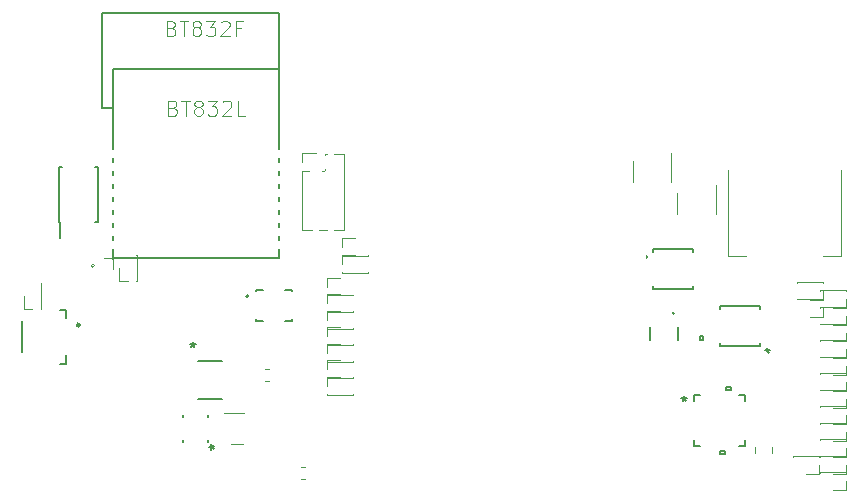
<source format=gto>
G04 #@! TF.GenerationSoftware,KiCad,Pcbnew,5.1.2-f72e74a~84~ubuntu18.04.1*
G04 #@! TF.CreationDate,2019-06-03T11:10:06+01:00*
G04 #@! TF.ProjectId,HealthMonitor,4865616c-7468-44d6-9f6e-69746f722e6b,rev?*
G04 #@! TF.SameCoordinates,Original*
G04 #@! TF.FileFunction,Legend,Top*
G04 #@! TF.FilePolarity,Positive*
%FSLAX46Y46*%
G04 Gerber Fmt 4.6, Leading zero omitted, Abs format (unit mm)*
G04 Created by KiCad (PCBNEW 5.1.2-f72e74a~84~ubuntu18.04.1) date 2019-06-03 11:10:06*
%MOMM*%
%LPD*%
G04 APERTURE LIST*
%ADD10C,0.120000*%
%ADD11C,0.200000*%
%ADD12C,0.127000*%
%ADD13C,0.149860*%
%ADD14C,0.248920*%
%ADD15C,0.100000*%
%ADD16C,0.050000*%
%ADD17C,0.152400*%
%ADD18C,0.150000*%
%ADD19C,0.101600*%
%ADD20C,0.692000*%
%ADD21R,0.402000X0.802000*%
%ADD22C,0.752000*%
%ADD23O,1.052000X0.752000*%
%ADD24O,0.902000X1.502000*%
%ADD25R,0.452000X0.712000*%
%ADD26R,0.712000X0.452000*%
%ADD27R,0.899560X0.449980*%
%ADD28R,2.700420X0.701440*%
%ADD29R,1.102000X1.102000*%
%ADD30C,0.701440*%
%ADD31R,1.600600X0.800500*%
%ADD32R,1.502000X0.852000*%
%ADD33C,0.977000*%
%ADD34O,1.102000X1.102000*%
%ADD35C,0.332000*%
%ADD36R,0.702000X0.302000*%
%ADD37R,0.302000X0.702000*%
%ADD38R,0.252000X0.352000*%
%ADD39R,0.552000X1.552000*%
%ADD40R,0.552000X0.552000*%
%ADD41R,1.411599X0.670000*%
%ADD42R,0.752000X1.162000*%
%ADD43R,1.868799X0.392200*%
%ADD44R,0.901999X0.312000*%
%ADD45R,0.312000X0.901999*%
%ADD46R,2.402000X2.402000*%
%ADD47R,0.909999X0.326800*%
%ADD48R,1.854600X2.591200*%
%ADD49R,0.326800X0.808399*%
%ADD50R,1.397400X0.991000*%
%ADD51C,1.077000*%
G04 APERTURE END LIST*
D10*
X169430000Y-109885000D02*
X167930000Y-109885000D01*
X169430000Y-109885000D02*
X169430000Y-102625000D01*
X159930000Y-109885000D02*
X159930000Y-102625000D01*
X161430000Y-109885000D02*
X159930000Y-109885000D01*
D11*
X119310000Y-113320000D02*
G75*
G03X119310000Y-113320000I-100000J0D01*
G01*
D12*
X122410000Y-112770000D02*
X123010000Y-112770000D01*
X120510000Y-112770000D02*
X119910000Y-112770000D01*
X119910000Y-115370000D02*
X120510000Y-115370000D01*
X119910000Y-115370000D02*
X119910000Y-115270000D01*
X122410000Y-115370000D02*
X123010000Y-115370000D01*
X123010000Y-115370000D02*
X123010000Y-115270000D01*
X119910000Y-112870000D02*
X119910000Y-112770000D01*
X123010000Y-112870000D02*
X123010000Y-112770000D01*
D13*
X103315940Y-114441300D02*
X103829020Y-114441300D01*
X103315940Y-119038700D02*
X103829020Y-119038700D01*
X100082520Y-115452220D02*
X100082520Y-118027780D01*
X103829020Y-114441300D02*
X103829020Y-115165200D01*
X103829020Y-118314800D02*
X103829020Y-119038700D01*
D14*
X105002500Y-115741780D02*
G75*
G03X105002500Y-115741780I-124460J0D01*
G01*
D10*
X108340000Y-112040000D02*
X108340000Y-110930000D01*
X109100000Y-112040000D02*
X108340000Y-112040000D01*
X109860000Y-110366529D02*
X109860000Y-109820000D01*
X109860000Y-112040000D02*
X109860000Y-111493471D01*
X109860000Y-109820000D02*
X109795000Y-109820000D01*
X109860000Y-112040000D02*
X109795000Y-112040000D01*
X109860000Y-112040000D02*
X109860000Y-109820000D01*
X101770000Y-114420000D02*
X101770000Y-112200000D01*
X101770000Y-114420000D02*
X101705000Y-114420000D01*
X101770000Y-112200000D02*
X101705000Y-112200000D01*
X101770000Y-114420000D02*
X101770000Y-113873471D01*
X101770000Y-112746529D02*
X101770000Y-112200000D01*
X101010000Y-114420000D02*
X100250000Y-114420000D01*
X100250000Y-114420000D02*
X100250000Y-113310000D01*
D15*
X107855000Y-109940140D02*
G75*
G03X107855000Y-110239860I0J-149860D01*
G01*
X107855000Y-110239860D02*
G75*
G03X107855000Y-109940140I0J149860D01*
G01*
D12*
X121852940Y-89292480D02*
X121852940Y-94090540D01*
X106856780Y-89292480D02*
X121852940Y-89292480D01*
X106856780Y-97290940D02*
X106856780Y-89292480D01*
X107855000Y-97390000D02*
X106856780Y-97390000D01*
X121852940Y-110090000D02*
X107855000Y-110090000D01*
X121852940Y-94090540D02*
X121852940Y-110090000D01*
X107855000Y-94090540D02*
X121852940Y-94090540D01*
X107855000Y-97390000D02*
X107855000Y-94090540D01*
X107855000Y-110090000D02*
X107855000Y-97390000D01*
D15*
X107855000Y-110090000D02*
X107855000Y-110090000D01*
X107855000Y-109940140D02*
X107855000Y-110090000D01*
X107855000Y-109836000D02*
X107855000Y-109940140D01*
X121850400Y-110090000D02*
X107852460Y-110090000D01*
X121855480Y-94090540D02*
X121852940Y-94090540D01*
X107849920Y-100448160D02*
X107849920Y-94093080D01*
X121850400Y-94093080D02*
X121850400Y-100366880D01*
X121855480Y-109500720D02*
X121855480Y-110082380D01*
X107849920Y-110087460D02*
X107849920Y-109569300D01*
X107855000Y-110239860D02*
X107855000Y-110090000D01*
X107855000Y-111001860D02*
X107855000Y-110239860D01*
X120453400Y-110090000D02*
X107855000Y-110090000D01*
X120453400Y-110090000D02*
X120453400Y-110090000D01*
X107855000Y-110090000D02*
X120453400Y-110090000D01*
X107057440Y-110090000D02*
X107855000Y-110090000D01*
D10*
X125950000Y-113250000D02*
X128170000Y-113250000D01*
X125950000Y-113250000D02*
X125950000Y-113185000D01*
X128170000Y-113250000D02*
X128170000Y-113185000D01*
X125950000Y-113250000D02*
X126496529Y-113250000D01*
X127623471Y-113250000D02*
X128170000Y-113250000D01*
X125950000Y-112490000D02*
X125950000Y-111730000D01*
X125950000Y-111730000D02*
X127060000Y-111730000D01*
X125950000Y-115930000D02*
X127060000Y-115930000D01*
X125950000Y-116690000D02*
X125950000Y-115930000D01*
X127623471Y-117450000D02*
X128170000Y-117450000D01*
X125950000Y-117450000D02*
X126496529Y-117450000D01*
X128170000Y-117450000D02*
X128170000Y-117385000D01*
X125950000Y-117450000D02*
X125950000Y-117385000D01*
X125950000Y-117450000D02*
X128170000Y-117450000D01*
D16*
X106271420Y-110740000D02*
G75*
G03X106271420Y-110740000I-141420J0D01*
G01*
D10*
X120729721Y-119480000D02*
X121055279Y-119480000D01*
X120729721Y-120500000D02*
X121055279Y-120500000D01*
X125950000Y-121650000D02*
X128170000Y-121650000D01*
X125950000Y-121650000D02*
X125950000Y-121585000D01*
X128170000Y-121650000D02*
X128170000Y-121585000D01*
X125950000Y-121650000D02*
X126496529Y-121650000D01*
X127623471Y-121650000D02*
X128170000Y-121650000D01*
X125950000Y-120890000D02*
X125950000Y-120130000D01*
X125950000Y-120130000D02*
X127060000Y-120130000D01*
X123850000Y-107715000D02*
X124672470Y-107715000D01*
X126557530Y-107715000D02*
X127380000Y-107715000D01*
X125287530Y-107715000D02*
X125942470Y-107715000D01*
X123850000Y-102700000D02*
X123850000Y-107715000D01*
X127380000Y-101245000D02*
X127380000Y-107715000D01*
X123850000Y-102700000D02*
X124416529Y-102700000D01*
X125543471Y-102700000D02*
X125686529Y-102700000D01*
X125740000Y-102646529D02*
X125740000Y-102503471D01*
X125740000Y-101376529D02*
X125740000Y-101245000D01*
X125740000Y-101245000D02*
X125942470Y-101245000D01*
X126557530Y-101245000D02*
X127380000Y-101245000D01*
X123850000Y-101940000D02*
X123850000Y-101180000D01*
X123850000Y-101180000D02*
X124980000Y-101180000D01*
X125950000Y-113130000D02*
X127060000Y-113130000D01*
X125950000Y-113890000D02*
X125950000Y-113130000D01*
X127623471Y-114650000D02*
X128170000Y-114650000D01*
X125950000Y-114650000D02*
X126496529Y-114650000D01*
X128170000Y-114650000D02*
X128170000Y-114585000D01*
X125950000Y-114650000D02*
X125950000Y-114585000D01*
X125950000Y-114650000D02*
X128170000Y-114650000D01*
X125950000Y-118730000D02*
X127060000Y-118730000D01*
X125950000Y-119490000D02*
X125950000Y-118730000D01*
X127623471Y-120250000D02*
X128170000Y-120250000D01*
X125950000Y-120250000D02*
X126496529Y-120250000D01*
X128170000Y-120250000D02*
X128170000Y-120185000D01*
X125950000Y-120250000D02*
X125950000Y-120185000D01*
X125950000Y-120250000D02*
X128170000Y-120250000D01*
X127200000Y-108390000D02*
X128310000Y-108390000D01*
X127200000Y-109150000D02*
X127200000Y-108390000D01*
X128873471Y-109910000D02*
X129420000Y-109910000D01*
X127200000Y-109910000D02*
X127746529Y-109910000D01*
X129420000Y-109910000D02*
X129420000Y-109845000D01*
X127200000Y-109910000D02*
X127200000Y-109845000D01*
X127200000Y-109910000D02*
X129420000Y-109910000D01*
X125950000Y-118850000D02*
X128170000Y-118850000D01*
X125950000Y-118850000D02*
X125950000Y-118785000D01*
X128170000Y-118850000D02*
X128170000Y-118785000D01*
X125950000Y-118850000D02*
X126496529Y-118850000D01*
X127623471Y-118850000D02*
X128170000Y-118850000D01*
X125950000Y-118090000D02*
X125950000Y-117330000D01*
X125950000Y-117330000D02*
X127060000Y-117330000D01*
X127200000Y-111310000D02*
X129420000Y-111310000D01*
X127200000Y-111310000D02*
X127200000Y-111245000D01*
X129420000Y-111310000D02*
X129420000Y-111245000D01*
X127200000Y-111310000D02*
X127746529Y-111310000D01*
X128873471Y-111310000D02*
X129420000Y-111310000D01*
X127200000Y-110550000D02*
X127200000Y-109790000D01*
X127200000Y-109790000D02*
X128310000Y-109790000D01*
X123777221Y-128760000D02*
X124102779Y-128760000D01*
X123777221Y-127740000D02*
X124102779Y-127740000D01*
D17*
X113790900Y-125500745D02*
X113790900Y-125685700D01*
X115899100Y-125685700D02*
X115899100Y-125500745D01*
X113790900Y-123374300D02*
X113790900Y-123559255D01*
X115899100Y-123559255D02*
X115899100Y-123374300D01*
D10*
X125950000Y-114530000D02*
X127060000Y-114530000D01*
X125950000Y-115290000D02*
X125950000Y-114530000D01*
X127623471Y-116050000D02*
X128170000Y-116050000D01*
X125950000Y-116050000D02*
X126496529Y-116050000D01*
X128170000Y-116050000D02*
X128170000Y-115985000D01*
X125950000Y-116050000D02*
X125950000Y-115985000D01*
X125950000Y-116050000D02*
X128170000Y-116050000D01*
X118920000Y-123230000D02*
X117230000Y-123230000D01*
D15*
X118820000Y-125830000D02*
X117820000Y-125830000D01*
D18*
X103280000Y-107015000D02*
X103380000Y-107015000D01*
X103280000Y-102365000D02*
X103480000Y-102365000D01*
X106530000Y-102365000D02*
X106330000Y-102365000D01*
X106530000Y-107015000D02*
X106330000Y-107015000D01*
X103280000Y-107015000D02*
X103280000Y-102365000D01*
X106530000Y-107015000D02*
X106530000Y-102365000D01*
X103380000Y-107015000D02*
X103380000Y-108365000D01*
D17*
X115026700Y-122015600D02*
X117033300Y-122015600D01*
X117033300Y-118764400D02*
X115026700Y-118764400D01*
D10*
X167630000Y-126835000D02*
X165410000Y-126835000D01*
X167630000Y-126835000D02*
X167630000Y-126900000D01*
X165410000Y-126835000D02*
X165410000Y-126900000D01*
X167630000Y-126835000D02*
X167083471Y-126835000D01*
X165956529Y-126835000D02*
X165410000Y-126835000D01*
X167630000Y-127595000D02*
X167630000Y-128355000D01*
X167630000Y-128355000D02*
X166520000Y-128355000D01*
X151840000Y-101825000D02*
X151840000Y-103625000D01*
X155060000Y-103625000D02*
X155060000Y-101175000D01*
X169890000Y-112825000D02*
X167670000Y-112825000D01*
X169890000Y-112825000D02*
X169890000Y-112890000D01*
X167670000Y-112825000D02*
X167670000Y-112890000D01*
X169890000Y-112825000D02*
X169343471Y-112825000D01*
X168216529Y-112825000D02*
X167670000Y-112825000D01*
X169890000Y-113585000D02*
X169890000Y-114345000D01*
X169890000Y-114345000D02*
X168780000Y-114345000D01*
X167940000Y-112125000D02*
X165720000Y-112125000D01*
X167940000Y-112125000D02*
X167940000Y-112190000D01*
X165720000Y-112125000D02*
X165720000Y-112190000D01*
X167940000Y-112125000D02*
X167393471Y-112125000D01*
X166266529Y-112125000D02*
X165720000Y-112125000D01*
X167940000Y-112885000D02*
X167940000Y-113645000D01*
X167940000Y-113645000D02*
X166830000Y-113645000D01*
X167940000Y-113525000D02*
X165720000Y-113525000D01*
X167940000Y-113525000D02*
X167940000Y-113590000D01*
X165720000Y-113525000D02*
X165720000Y-113590000D01*
X167940000Y-113525000D02*
X167393471Y-113525000D01*
X166266529Y-113525000D02*
X165720000Y-113525000D01*
X167940000Y-114285000D02*
X167940000Y-115045000D01*
X167940000Y-115045000D02*
X166830000Y-115045000D01*
X169890000Y-119825000D02*
X167670000Y-119825000D01*
X169890000Y-119825000D02*
X169890000Y-119890000D01*
X167670000Y-119825000D02*
X167670000Y-119890000D01*
X169890000Y-119825000D02*
X169343471Y-119825000D01*
X168216529Y-119825000D02*
X167670000Y-119825000D01*
X169890000Y-120585000D02*
X169890000Y-121345000D01*
X169890000Y-121345000D02*
X168780000Y-121345000D01*
X169890000Y-117025000D02*
X167670000Y-117025000D01*
X169890000Y-117025000D02*
X169890000Y-117090000D01*
X167670000Y-117025000D02*
X167670000Y-117090000D01*
X169890000Y-117025000D02*
X169343471Y-117025000D01*
X168216529Y-117025000D02*
X167670000Y-117025000D01*
X169890000Y-117785000D02*
X169890000Y-118545000D01*
X169890000Y-118545000D02*
X168780000Y-118545000D01*
X169890000Y-118425000D02*
X167670000Y-118425000D01*
X169890000Y-118425000D02*
X169890000Y-118490000D01*
X167670000Y-118425000D02*
X167670000Y-118490000D01*
X169890000Y-118425000D02*
X169343471Y-118425000D01*
X168216529Y-118425000D02*
X167670000Y-118425000D01*
X169890000Y-119185000D02*
X169890000Y-119945000D01*
X169890000Y-119945000D02*
X168780000Y-119945000D01*
X169890000Y-114225000D02*
X167670000Y-114225000D01*
X169890000Y-114225000D02*
X169890000Y-114290000D01*
X167670000Y-114225000D02*
X167670000Y-114290000D01*
X169890000Y-114225000D02*
X169343471Y-114225000D01*
X168216529Y-114225000D02*
X167670000Y-114225000D01*
X169890000Y-114985000D02*
X169890000Y-115745000D01*
X169890000Y-115745000D02*
X168780000Y-115745000D01*
X169890000Y-115625000D02*
X167670000Y-115625000D01*
X169890000Y-115625000D02*
X169890000Y-115690000D01*
X167670000Y-115625000D02*
X167670000Y-115690000D01*
X169890000Y-115625000D02*
X169343471Y-115625000D01*
X168216529Y-115625000D02*
X167670000Y-115625000D01*
X169890000Y-116385000D02*
X169890000Y-117145000D01*
X169890000Y-117145000D02*
X168780000Y-117145000D01*
X169890000Y-121225000D02*
X167670000Y-121225000D01*
X169890000Y-121225000D02*
X169890000Y-121290000D01*
X167670000Y-121225000D02*
X167670000Y-121290000D01*
X169890000Y-121225000D02*
X169343471Y-121225000D01*
X168216529Y-121225000D02*
X167670000Y-121225000D01*
X169890000Y-121985000D02*
X169890000Y-122745000D01*
X169890000Y-122745000D02*
X168780000Y-122745000D01*
X155620000Y-104585000D02*
X155620000Y-106385000D01*
X158840000Y-106385000D02*
X158840000Y-103935000D01*
D17*
X162606400Y-114158600D02*
X159253600Y-114158600D01*
X159253600Y-114158600D02*
X159253600Y-114357159D01*
X159253600Y-117511400D02*
X162606400Y-117511400D01*
X162606400Y-117511400D02*
X162606400Y-117312841D01*
X162606400Y-114357159D02*
X162606400Y-114158600D01*
X159253600Y-117312841D02*
X159253600Y-117511400D01*
X157493901Y-117025501D02*
X157493901Y-116644501D01*
X157493901Y-116644501D02*
X157747901Y-116644501D01*
X157747901Y-116644501D02*
X157747901Y-117025501D01*
X157747901Y-117025501D02*
X157493901Y-117025501D01*
X157053000Y-125962000D02*
X157492260Y-125962000D01*
X161307000Y-125962000D02*
X161307000Y-125522740D01*
X161307000Y-121708000D02*
X160867740Y-121708000D01*
X157053000Y-121708000D02*
X157053000Y-122147260D01*
X157053000Y-125522740D02*
X157053000Y-125962000D01*
X160867740Y-125962000D02*
X161307000Y-125962000D01*
X161307000Y-122147260D02*
X161307000Y-121708000D01*
X157492260Y-121708000D02*
X157053000Y-121708000D01*
X159239499Y-126439000D02*
X159239499Y-126693000D01*
X159239499Y-126693000D02*
X159620500Y-126693000D01*
X159620500Y-126693000D02*
X159620500Y-126439000D01*
X159620500Y-126439000D02*
X159239499Y-126439000D01*
X159739501Y-121231000D02*
X159739501Y-120977000D01*
X159739501Y-120977000D02*
X160120501Y-120977000D01*
X160120501Y-120977000D02*
X160120501Y-121231000D01*
X160120501Y-121231000D02*
X159739501Y-121231000D01*
D10*
X169890000Y-126825000D02*
X167670000Y-126825000D01*
X169890000Y-126825000D02*
X169890000Y-126890000D01*
X167670000Y-126825000D02*
X167670000Y-126890000D01*
X169890000Y-126825000D02*
X169343471Y-126825000D01*
X168216529Y-126825000D02*
X167670000Y-126825000D01*
X169890000Y-127585000D02*
X169890000Y-128345000D01*
X169890000Y-128345000D02*
X168780000Y-128345000D01*
X169890000Y-125425000D02*
X167670000Y-125425000D01*
X169890000Y-125425000D02*
X169890000Y-125490000D01*
X167670000Y-125425000D02*
X167670000Y-125490000D01*
X169890000Y-125425000D02*
X169343471Y-125425000D01*
X168216529Y-125425000D02*
X167670000Y-125425000D01*
X169890000Y-126185000D02*
X169890000Y-126945000D01*
X169890000Y-126945000D02*
X168780000Y-126945000D01*
X169890000Y-128225000D02*
X167670000Y-128225000D01*
X169890000Y-128225000D02*
X169890000Y-128290000D01*
X167670000Y-128225000D02*
X167670000Y-128290000D01*
X169890000Y-128225000D02*
X169343471Y-128225000D01*
X168216529Y-128225000D02*
X167670000Y-128225000D01*
X169890000Y-128985000D02*
X169890000Y-129745000D01*
X169890000Y-129745000D02*
X168780000Y-129745000D01*
X169890000Y-122625000D02*
X167670000Y-122625000D01*
X169890000Y-122625000D02*
X169890000Y-122690000D01*
X167670000Y-122625000D02*
X167670000Y-122690000D01*
X169890000Y-122625000D02*
X169343471Y-122625000D01*
X168216529Y-122625000D02*
X167670000Y-122625000D01*
X169890000Y-123385000D02*
X169890000Y-124145000D01*
X169890000Y-124145000D02*
X168780000Y-124145000D01*
X169890000Y-124025000D02*
X167670000Y-124025000D01*
X169890000Y-124025000D02*
X169890000Y-124090000D01*
X167670000Y-124025000D02*
X167670000Y-124090000D01*
X169890000Y-124025000D02*
X169343471Y-124025000D01*
X168216529Y-124025000D02*
X167670000Y-124025000D01*
X169890000Y-124785000D02*
X169890000Y-125545000D01*
X169890000Y-125545000D02*
X168780000Y-125545000D01*
D17*
X153553600Y-112661400D02*
X156906400Y-112661400D01*
X156906400Y-112661400D02*
X156906400Y-112430141D01*
X156906400Y-109308600D02*
X153553600Y-109308600D01*
X153553600Y-109308600D02*
X153553600Y-109539859D01*
X153553600Y-112430141D02*
X153553600Y-112661400D01*
X156906400Y-109539859D02*
X156906400Y-109308600D01*
X152992455Y-110051864D02*
G75*
G03X153029001Y-109908800I36546J66864D01*
G01*
X153318137Y-115958989D02*
X153318137Y-116996311D01*
X155680337Y-116996311D02*
X155680337Y-115958989D01*
X155198753Y-114724337D02*
G75*
G03X155337437Y-114767951I62484J-43614D01*
G01*
D10*
X163640000Y-126076422D02*
X163640000Y-126593578D01*
X162220000Y-126076422D02*
X162220000Y-126593578D01*
D19*
X112812233Y-90616545D02*
X112993661Y-90677021D01*
X113054138Y-90737498D01*
X113114614Y-90858450D01*
X113114614Y-91039879D01*
X113054138Y-91160831D01*
X112993661Y-91221307D01*
X112872709Y-91281783D01*
X112388900Y-91281783D01*
X112388900Y-90011783D01*
X112812233Y-90011783D01*
X112933185Y-90072260D01*
X112993661Y-90132736D01*
X113054138Y-90253688D01*
X113054138Y-90374640D01*
X112993661Y-90495593D01*
X112933185Y-90556069D01*
X112812233Y-90616545D01*
X112388900Y-90616545D01*
X113477471Y-90011783D02*
X114203185Y-90011783D01*
X113840328Y-91281783D02*
X113840328Y-90011783D01*
X114807947Y-90556069D02*
X114686995Y-90495593D01*
X114626519Y-90435117D01*
X114566042Y-90314164D01*
X114566042Y-90253688D01*
X114626519Y-90132736D01*
X114686995Y-90072260D01*
X114807947Y-90011783D01*
X115049852Y-90011783D01*
X115170804Y-90072260D01*
X115231280Y-90132736D01*
X115291757Y-90253688D01*
X115291757Y-90314164D01*
X115231280Y-90435117D01*
X115170804Y-90495593D01*
X115049852Y-90556069D01*
X114807947Y-90556069D01*
X114686995Y-90616545D01*
X114626519Y-90677021D01*
X114566042Y-90797974D01*
X114566042Y-91039879D01*
X114626519Y-91160831D01*
X114686995Y-91221307D01*
X114807947Y-91281783D01*
X115049852Y-91281783D01*
X115170804Y-91221307D01*
X115231280Y-91160831D01*
X115291757Y-91039879D01*
X115291757Y-90797974D01*
X115231280Y-90677021D01*
X115170804Y-90616545D01*
X115049852Y-90556069D01*
X115715090Y-90011783D02*
X116501280Y-90011783D01*
X116077947Y-90495593D01*
X116259376Y-90495593D01*
X116380328Y-90556069D01*
X116440804Y-90616545D01*
X116501280Y-90737498D01*
X116501280Y-91039879D01*
X116440804Y-91160831D01*
X116380328Y-91221307D01*
X116259376Y-91281783D01*
X115896519Y-91281783D01*
X115775566Y-91221307D01*
X115715090Y-91160831D01*
X116985090Y-90132736D02*
X117045566Y-90072260D01*
X117166519Y-90011783D01*
X117468900Y-90011783D01*
X117589852Y-90072260D01*
X117650328Y-90132736D01*
X117710804Y-90253688D01*
X117710804Y-90374640D01*
X117650328Y-90556069D01*
X116924614Y-91281783D01*
X117710804Y-91281783D01*
X118678423Y-90616545D02*
X118255090Y-90616545D01*
X118255090Y-91281783D02*
X118255090Y-90011783D01*
X118859852Y-90011783D01*
X112941531Y-97365325D02*
X113122960Y-97425801D01*
X113183436Y-97486278D01*
X113243912Y-97607230D01*
X113243912Y-97788659D01*
X113183436Y-97909611D01*
X113122960Y-97970087D01*
X113002007Y-98030563D01*
X112518198Y-98030563D01*
X112518198Y-96760563D01*
X112941531Y-96760563D01*
X113062483Y-96821040D01*
X113122960Y-96881516D01*
X113183436Y-97002468D01*
X113183436Y-97123420D01*
X113122960Y-97244373D01*
X113062483Y-97304849D01*
X112941531Y-97365325D01*
X112518198Y-97365325D01*
X113606769Y-96760563D02*
X114332483Y-96760563D01*
X113969626Y-98030563D02*
X113969626Y-96760563D01*
X114937245Y-97304849D02*
X114816293Y-97244373D01*
X114755817Y-97183897D01*
X114695340Y-97062944D01*
X114695340Y-97002468D01*
X114755817Y-96881516D01*
X114816293Y-96821040D01*
X114937245Y-96760563D01*
X115179150Y-96760563D01*
X115300102Y-96821040D01*
X115360579Y-96881516D01*
X115421055Y-97002468D01*
X115421055Y-97062944D01*
X115360579Y-97183897D01*
X115300102Y-97244373D01*
X115179150Y-97304849D01*
X114937245Y-97304849D01*
X114816293Y-97365325D01*
X114755817Y-97425801D01*
X114695340Y-97546754D01*
X114695340Y-97788659D01*
X114755817Y-97909611D01*
X114816293Y-97970087D01*
X114937245Y-98030563D01*
X115179150Y-98030563D01*
X115300102Y-97970087D01*
X115360579Y-97909611D01*
X115421055Y-97788659D01*
X115421055Y-97546754D01*
X115360579Y-97425801D01*
X115300102Y-97365325D01*
X115179150Y-97304849D01*
X115844388Y-96760563D02*
X116630579Y-96760563D01*
X116207245Y-97244373D01*
X116388674Y-97244373D01*
X116509626Y-97304849D01*
X116570102Y-97365325D01*
X116630579Y-97486278D01*
X116630579Y-97788659D01*
X116570102Y-97909611D01*
X116509626Y-97970087D01*
X116388674Y-98030563D01*
X116025817Y-98030563D01*
X115904864Y-97970087D01*
X115844388Y-97909611D01*
X117114388Y-96881516D02*
X117174864Y-96821040D01*
X117295817Y-96760563D01*
X117598198Y-96760563D01*
X117719150Y-96821040D01*
X117779626Y-96881516D01*
X117840102Y-97002468D01*
X117840102Y-97123420D01*
X117779626Y-97304849D01*
X117053912Y-98030563D01*
X117840102Y-98030563D01*
X118989150Y-98030563D02*
X118384388Y-98030563D01*
X118384388Y-96760563D01*
D18*
X115973780Y-126104800D02*
X116211876Y-126104800D01*
X116116638Y-126342895D02*
X116211876Y-126104800D01*
X116116638Y-125866704D01*
X116402352Y-126247657D02*
X116211876Y-126104800D01*
X116402352Y-125961942D01*
X114582200Y-117191580D02*
X114582200Y-117429676D01*
X114344104Y-117334438D02*
X114582200Y-117429676D01*
X114820295Y-117334438D01*
X114439342Y-117620152D02*
X114582200Y-117429676D01*
X114725057Y-117620152D01*
X163228700Y-117720580D02*
X163228700Y-117958676D01*
X162990604Y-117863438D02*
X163228700Y-117958676D01*
X163466795Y-117863438D01*
X163085842Y-118149152D02*
X163228700Y-117958676D01*
X163371557Y-118149152D01*
X156195000Y-121787380D02*
X156195000Y-122025476D01*
X155956904Y-121930238D02*
X156195000Y-122025476D01*
X156433095Y-121930238D01*
X156052142Y-122215952D02*
X156195000Y-122025476D01*
X156337857Y-122215952D01*
X155230000Y-110437380D02*
X155230000Y-110675476D01*
X154991904Y-110580238D02*
X155230000Y-110675476D01*
X155468095Y-110580238D01*
X155087142Y-110865952D02*
X155230000Y-110675476D01*
X155372857Y-110865952D01*
X153951617Y-116477650D02*
X154189713Y-116477650D01*
X154094475Y-116715745D02*
X154189713Y-116477650D01*
X154094475Y-116239554D01*
X154380189Y-116620507D02*
X154189713Y-116477650D01*
X154380189Y-116334792D01*
%LPC*%
D15*
G36*
X158644957Y-101614833D02*
G01*
X158661751Y-101617324D01*
X158678219Y-101621449D01*
X158694204Y-101627169D01*
X158709552Y-101634428D01*
X158724114Y-101643156D01*
X158737750Y-101653269D01*
X158750329Y-101664671D01*
X158761731Y-101677250D01*
X158771844Y-101690886D01*
X158780572Y-101705448D01*
X158787831Y-101720796D01*
X158793551Y-101736781D01*
X158797676Y-101753249D01*
X158800167Y-101770043D01*
X158801000Y-101787000D01*
X158801000Y-102133000D01*
X158800167Y-102149957D01*
X158797676Y-102166751D01*
X158793551Y-102183219D01*
X158787831Y-102199204D01*
X158780572Y-102214552D01*
X158771844Y-102229114D01*
X158761731Y-102242750D01*
X158750329Y-102255329D01*
X158737750Y-102266731D01*
X158724114Y-102276844D01*
X158709552Y-102285572D01*
X158694204Y-102292831D01*
X158678219Y-102298551D01*
X158661751Y-102302676D01*
X158644957Y-102305167D01*
X158628000Y-102306000D01*
X158232000Y-102306000D01*
X158215043Y-102305167D01*
X158198249Y-102302676D01*
X158181781Y-102298551D01*
X158165796Y-102292831D01*
X158150448Y-102285572D01*
X158135886Y-102276844D01*
X158122250Y-102266731D01*
X158109671Y-102255329D01*
X158098269Y-102242750D01*
X158088156Y-102229114D01*
X158079428Y-102214552D01*
X158072169Y-102199204D01*
X158066449Y-102183219D01*
X158062324Y-102166751D01*
X158059833Y-102149957D01*
X158059000Y-102133000D01*
X158059000Y-101787000D01*
X158059833Y-101770043D01*
X158062324Y-101753249D01*
X158066449Y-101736781D01*
X158072169Y-101720796D01*
X158079428Y-101705448D01*
X158088156Y-101690886D01*
X158098269Y-101677250D01*
X158109671Y-101664671D01*
X158122250Y-101653269D01*
X158135886Y-101643156D01*
X158150448Y-101634428D01*
X158165796Y-101627169D01*
X158181781Y-101621449D01*
X158198249Y-101617324D01*
X158215043Y-101614833D01*
X158232000Y-101614000D01*
X158628000Y-101614000D01*
X158644957Y-101614833D01*
X158644957Y-101614833D01*
G37*
D20*
X158430000Y-101960000D03*
D15*
G36*
X158644957Y-100644833D02*
G01*
X158661751Y-100647324D01*
X158678219Y-100651449D01*
X158694204Y-100657169D01*
X158709552Y-100664428D01*
X158724114Y-100673156D01*
X158737750Y-100683269D01*
X158750329Y-100694671D01*
X158761731Y-100707250D01*
X158771844Y-100720886D01*
X158780572Y-100735448D01*
X158787831Y-100750796D01*
X158793551Y-100766781D01*
X158797676Y-100783249D01*
X158800167Y-100800043D01*
X158801000Y-100817000D01*
X158801000Y-101163000D01*
X158800167Y-101179957D01*
X158797676Y-101196751D01*
X158793551Y-101213219D01*
X158787831Y-101229204D01*
X158780572Y-101244552D01*
X158771844Y-101259114D01*
X158761731Y-101272750D01*
X158750329Y-101285329D01*
X158737750Y-101296731D01*
X158724114Y-101306844D01*
X158709552Y-101315572D01*
X158694204Y-101322831D01*
X158678219Y-101328551D01*
X158661751Y-101332676D01*
X158644957Y-101335167D01*
X158628000Y-101336000D01*
X158232000Y-101336000D01*
X158215043Y-101335167D01*
X158198249Y-101332676D01*
X158181781Y-101328551D01*
X158165796Y-101322831D01*
X158150448Y-101315572D01*
X158135886Y-101306844D01*
X158122250Y-101296731D01*
X158109671Y-101285329D01*
X158098269Y-101272750D01*
X158088156Y-101259114D01*
X158079428Y-101244552D01*
X158072169Y-101229204D01*
X158066449Y-101213219D01*
X158062324Y-101196751D01*
X158059833Y-101179957D01*
X158059000Y-101163000D01*
X158059000Y-100817000D01*
X158059833Y-100800043D01*
X158062324Y-100783249D01*
X158066449Y-100766781D01*
X158072169Y-100750796D01*
X158079428Y-100735448D01*
X158088156Y-100720886D01*
X158098269Y-100707250D01*
X158109671Y-100694671D01*
X158122250Y-100683269D01*
X158135886Y-100673156D01*
X158150448Y-100664428D01*
X158165796Y-100657169D01*
X158181781Y-100651449D01*
X158198249Y-100647324D01*
X158215043Y-100644833D01*
X158232000Y-100644000D01*
X158628000Y-100644000D01*
X158644957Y-100644833D01*
X158644957Y-100644833D01*
G37*
D20*
X158430000Y-100990000D03*
D21*
X167680000Y-107835000D03*
X167180000Y-107835000D03*
X166680000Y-107835000D03*
X166180000Y-107835000D03*
X165680000Y-107835000D03*
X165180000Y-107835000D03*
X164680000Y-107835000D03*
X164180000Y-107835000D03*
X163680000Y-107835000D03*
X163180000Y-107835000D03*
X162680000Y-107835000D03*
D22*
X168280000Y-108875000D03*
D23*
X161080000Y-108875000D03*
D24*
X169170000Y-101675000D03*
X160190000Y-101675000D03*
X160550000Y-107625000D03*
D21*
X162180000Y-107835000D03*
X162430000Y-109535000D03*
X163930000Y-109535000D03*
X163430000Y-109535000D03*
X162930000Y-109535000D03*
X161930000Y-109535000D03*
X164430000Y-109535000D03*
X164930000Y-109535000D03*
X165430000Y-109535000D03*
X165930000Y-109535000D03*
X166430000Y-109535000D03*
X166930000Y-109535000D03*
X167430000Y-109535000D03*
D24*
X168810000Y-107625000D03*
D25*
X120960000Y-113160000D03*
X121460000Y-113160000D03*
X121960000Y-113160000D03*
D26*
X122620000Y-113320000D03*
X122620000Y-113820000D03*
X122620000Y-114320000D03*
X122620000Y-114820000D03*
D25*
X120960000Y-114980000D03*
X121460000Y-114980000D03*
X121960000Y-114980000D03*
D26*
X120300000Y-113320000D03*
X120300000Y-113820000D03*
X120300000Y-114320000D03*
X120300000Y-114820000D03*
D15*
G36*
X106564957Y-114569833D02*
G01*
X106581751Y-114572324D01*
X106598219Y-114576449D01*
X106614204Y-114582169D01*
X106629552Y-114589428D01*
X106644114Y-114598156D01*
X106657750Y-114608269D01*
X106670329Y-114619671D01*
X106681731Y-114632250D01*
X106691844Y-114645886D01*
X106700572Y-114660448D01*
X106707831Y-114675796D01*
X106713551Y-114691781D01*
X106717676Y-114708249D01*
X106720167Y-114725043D01*
X106721000Y-114742000D01*
X106721000Y-115138000D01*
X106720167Y-115154957D01*
X106717676Y-115171751D01*
X106713551Y-115188219D01*
X106707831Y-115204204D01*
X106700572Y-115219552D01*
X106691844Y-115234114D01*
X106681731Y-115247750D01*
X106670329Y-115260329D01*
X106657750Y-115271731D01*
X106644114Y-115281844D01*
X106629552Y-115290572D01*
X106614204Y-115297831D01*
X106598219Y-115303551D01*
X106581751Y-115307676D01*
X106564957Y-115310167D01*
X106548000Y-115311000D01*
X106202000Y-115311000D01*
X106185043Y-115310167D01*
X106168249Y-115307676D01*
X106151781Y-115303551D01*
X106135796Y-115297831D01*
X106120448Y-115290572D01*
X106105886Y-115281844D01*
X106092250Y-115271731D01*
X106079671Y-115260329D01*
X106068269Y-115247750D01*
X106058156Y-115234114D01*
X106049428Y-115219552D01*
X106042169Y-115204204D01*
X106036449Y-115188219D01*
X106032324Y-115171751D01*
X106029833Y-115154957D01*
X106029000Y-115138000D01*
X106029000Y-114742000D01*
X106029833Y-114725043D01*
X106032324Y-114708249D01*
X106036449Y-114691781D01*
X106042169Y-114675796D01*
X106049428Y-114660448D01*
X106058156Y-114645886D01*
X106068269Y-114632250D01*
X106079671Y-114619671D01*
X106092250Y-114608269D01*
X106105886Y-114598156D01*
X106120448Y-114589428D01*
X106135796Y-114582169D01*
X106151781Y-114576449D01*
X106168249Y-114572324D01*
X106185043Y-114569833D01*
X106202000Y-114569000D01*
X106548000Y-114569000D01*
X106564957Y-114569833D01*
X106564957Y-114569833D01*
G37*
D20*
X106375000Y-114940000D03*
D15*
G36*
X105594957Y-114569833D02*
G01*
X105611751Y-114572324D01*
X105628219Y-114576449D01*
X105644204Y-114582169D01*
X105659552Y-114589428D01*
X105674114Y-114598156D01*
X105687750Y-114608269D01*
X105700329Y-114619671D01*
X105711731Y-114632250D01*
X105721844Y-114645886D01*
X105730572Y-114660448D01*
X105737831Y-114675796D01*
X105743551Y-114691781D01*
X105747676Y-114708249D01*
X105750167Y-114725043D01*
X105751000Y-114742000D01*
X105751000Y-115138000D01*
X105750167Y-115154957D01*
X105747676Y-115171751D01*
X105743551Y-115188219D01*
X105737831Y-115204204D01*
X105730572Y-115219552D01*
X105721844Y-115234114D01*
X105711731Y-115247750D01*
X105700329Y-115260329D01*
X105687750Y-115271731D01*
X105674114Y-115281844D01*
X105659552Y-115290572D01*
X105644204Y-115297831D01*
X105628219Y-115303551D01*
X105611751Y-115307676D01*
X105594957Y-115310167D01*
X105578000Y-115311000D01*
X105232000Y-115311000D01*
X105215043Y-115310167D01*
X105198249Y-115307676D01*
X105181781Y-115303551D01*
X105165796Y-115297831D01*
X105150448Y-115290572D01*
X105135886Y-115281844D01*
X105122250Y-115271731D01*
X105109671Y-115260329D01*
X105098269Y-115247750D01*
X105088156Y-115234114D01*
X105079428Y-115219552D01*
X105072169Y-115204204D01*
X105066449Y-115188219D01*
X105062324Y-115171751D01*
X105059833Y-115154957D01*
X105059000Y-115138000D01*
X105059000Y-114742000D01*
X105059833Y-114725043D01*
X105062324Y-114708249D01*
X105066449Y-114691781D01*
X105072169Y-114675796D01*
X105079428Y-114660448D01*
X105088156Y-114645886D01*
X105098269Y-114632250D01*
X105109671Y-114619671D01*
X105122250Y-114608269D01*
X105135886Y-114598156D01*
X105150448Y-114589428D01*
X105165796Y-114582169D01*
X105181781Y-114576449D01*
X105198249Y-114572324D01*
X105215043Y-114569833D01*
X105232000Y-114569000D01*
X105578000Y-114569000D01*
X105594957Y-114569833D01*
X105594957Y-114569833D01*
G37*
D20*
X105405000Y-114940000D03*
D15*
G36*
X106514957Y-117614833D02*
G01*
X106531751Y-117617324D01*
X106548219Y-117621449D01*
X106564204Y-117627169D01*
X106579552Y-117634428D01*
X106594114Y-117643156D01*
X106607750Y-117653269D01*
X106620329Y-117664671D01*
X106631731Y-117677250D01*
X106641844Y-117690886D01*
X106650572Y-117705448D01*
X106657831Y-117720796D01*
X106663551Y-117736781D01*
X106667676Y-117753249D01*
X106670167Y-117770043D01*
X106671000Y-117787000D01*
X106671000Y-118133000D01*
X106670167Y-118149957D01*
X106667676Y-118166751D01*
X106663551Y-118183219D01*
X106657831Y-118199204D01*
X106650572Y-118214552D01*
X106641844Y-118229114D01*
X106631731Y-118242750D01*
X106620329Y-118255329D01*
X106607750Y-118266731D01*
X106594114Y-118276844D01*
X106579552Y-118285572D01*
X106564204Y-118292831D01*
X106548219Y-118298551D01*
X106531751Y-118302676D01*
X106514957Y-118305167D01*
X106498000Y-118306000D01*
X106102000Y-118306000D01*
X106085043Y-118305167D01*
X106068249Y-118302676D01*
X106051781Y-118298551D01*
X106035796Y-118292831D01*
X106020448Y-118285572D01*
X106005886Y-118276844D01*
X105992250Y-118266731D01*
X105979671Y-118255329D01*
X105968269Y-118242750D01*
X105958156Y-118229114D01*
X105949428Y-118214552D01*
X105942169Y-118199204D01*
X105936449Y-118183219D01*
X105932324Y-118166751D01*
X105929833Y-118149957D01*
X105929000Y-118133000D01*
X105929000Y-117787000D01*
X105929833Y-117770043D01*
X105932324Y-117753249D01*
X105936449Y-117736781D01*
X105942169Y-117720796D01*
X105949428Y-117705448D01*
X105958156Y-117690886D01*
X105968269Y-117677250D01*
X105979671Y-117664671D01*
X105992250Y-117653269D01*
X106005886Y-117643156D01*
X106020448Y-117634428D01*
X106035796Y-117627169D01*
X106051781Y-117621449D01*
X106068249Y-117617324D01*
X106085043Y-117614833D01*
X106102000Y-117614000D01*
X106498000Y-117614000D01*
X106514957Y-117614833D01*
X106514957Y-117614833D01*
G37*
D20*
X106300000Y-117960000D03*
D15*
G36*
X106514957Y-116644833D02*
G01*
X106531751Y-116647324D01*
X106548219Y-116651449D01*
X106564204Y-116657169D01*
X106579552Y-116664428D01*
X106594114Y-116673156D01*
X106607750Y-116683269D01*
X106620329Y-116694671D01*
X106631731Y-116707250D01*
X106641844Y-116720886D01*
X106650572Y-116735448D01*
X106657831Y-116750796D01*
X106663551Y-116766781D01*
X106667676Y-116783249D01*
X106670167Y-116800043D01*
X106671000Y-116817000D01*
X106671000Y-117163000D01*
X106670167Y-117179957D01*
X106667676Y-117196751D01*
X106663551Y-117213219D01*
X106657831Y-117229204D01*
X106650572Y-117244552D01*
X106641844Y-117259114D01*
X106631731Y-117272750D01*
X106620329Y-117285329D01*
X106607750Y-117296731D01*
X106594114Y-117306844D01*
X106579552Y-117315572D01*
X106564204Y-117322831D01*
X106548219Y-117328551D01*
X106531751Y-117332676D01*
X106514957Y-117335167D01*
X106498000Y-117336000D01*
X106102000Y-117336000D01*
X106085043Y-117335167D01*
X106068249Y-117332676D01*
X106051781Y-117328551D01*
X106035796Y-117322831D01*
X106020448Y-117315572D01*
X106005886Y-117306844D01*
X105992250Y-117296731D01*
X105979671Y-117285329D01*
X105968269Y-117272750D01*
X105958156Y-117259114D01*
X105949428Y-117244552D01*
X105942169Y-117229204D01*
X105936449Y-117213219D01*
X105932324Y-117196751D01*
X105929833Y-117179957D01*
X105929000Y-117163000D01*
X105929000Y-116817000D01*
X105929833Y-116800043D01*
X105932324Y-116783249D01*
X105936449Y-116766781D01*
X105942169Y-116750796D01*
X105949428Y-116735448D01*
X105958156Y-116720886D01*
X105968269Y-116707250D01*
X105979671Y-116694671D01*
X105992250Y-116683269D01*
X106005886Y-116673156D01*
X106020448Y-116664428D01*
X106035796Y-116657169D01*
X106051781Y-116651449D01*
X106068249Y-116647324D01*
X106085043Y-116644833D01*
X106102000Y-116644000D01*
X106498000Y-116644000D01*
X106514957Y-116644833D01*
X106514957Y-116644833D01*
G37*
D20*
X106300000Y-116990000D03*
D27*
X103928080Y-115741780D03*
X103928080Y-116242160D03*
X103928080Y-116740000D03*
X103928080Y-117237840D03*
X103928080Y-117738220D03*
D28*
X101631920Y-114840080D03*
X101631920Y-118639920D03*
D29*
X109100000Y-110930000D03*
X101010000Y-113310000D03*
D30*
X117103140Y-108091020D03*
X117103140Y-106892140D03*
X117103140Y-105690720D03*
X117103140Y-104491840D03*
X117103140Y-103290420D03*
X117103140Y-102091540D03*
X115604540Y-108091020D03*
X115604540Y-106892140D03*
X115604540Y-105690720D03*
X115604540Y-104491840D03*
X115604540Y-103290420D03*
X115604540Y-102091540D03*
X114103400Y-108091020D03*
X114103400Y-106892140D03*
X114103400Y-105690720D03*
X114103400Y-104491840D03*
X114103400Y-103290420D03*
X114103400Y-102091540D03*
X112604800Y-108091020D03*
X112604800Y-106892140D03*
X112604800Y-105690720D03*
X112604800Y-104491840D03*
X112604800Y-103290420D03*
X112604800Y-102091540D03*
D31*
X121852940Y-101291440D03*
X121852940Y-102391260D03*
X121852940Y-103491080D03*
X121852940Y-104590900D03*
X121852940Y-105690720D03*
X121852940Y-106790540D03*
X121852940Y-107890360D03*
X121852940Y-108990180D03*
X107855000Y-108990180D03*
X107855000Y-107890360D03*
X107855000Y-106790540D03*
X107855000Y-105690720D03*
X107855000Y-104590900D03*
X107855000Y-103491080D03*
X107855000Y-102391260D03*
X107855000Y-101291440D03*
D29*
X127060000Y-112490000D03*
X127060000Y-116690000D03*
D32*
X105680000Y-111510000D03*
X105680000Y-112970000D03*
D15*
G36*
X123394957Y-115649833D02*
G01*
X123411751Y-115652324D01*
X123428219Y-115656449D01*
X123444204Y-115662169D01*
X123459552Y-115669428D01*
X123474114Y-115678156D01*
X123487750Y-115688269D01*
X123500329Y-115699671D01*
X123511731Y-115712250D01*
X123521844Y-115725886D01*
X123530572Y-115740448D01*
X123537831Y-115755796D01*
X123543551Y-115771781D01*
X123547676Y-115788249D01*
X123550167Y-115805043D01*
X123551000Y-115822000D01*
X123551000Y-116218000D01*
X123550167Y-116234957D01*
X123547676Y-116251751D01*
X123543551Y-116268219D01*
X123537831Y-116284204D01*
X123530572Y-116299552D01*
X123521844Y-116314114D01*
X123511731Y-116327750D01*
X123500329Y-116340329D01*
X123487750Y-116351731D01*
X123474114Y-116361844D01*
X123459552Y-116370572D01*
X123444204Y-116377831D01*
X123428219Y-116383551D01*
X123411751Y-116387676D01*
X123394957Y-116390167D01*
X123378000Y-116391000D01*
X123032000Y-116391000D01*
X123015043Y-116390167D01*
X122998249Y-116387676D01*
X122981781Y-116383551D01*
X122965796Y-116377831D01*
X122950448Y-116370572D01*
X122935886Y-116361844D01*
X122922250Y-116351731D01*
X122909671Y-116340329D01*
X122898269Y-116327750D01*
X122888156Y-116314114D01*
X122879428Y-116299552D01*
X122872169Y-116284204D01*
X122866449Y-116268219D01*
X122862324Y-116251751D01*
X122859833Y-116234957D01*
X122859000Y-116218000D01*
X122859000Y-115822000D01*
X122859833Y-115805043D01*
X122862324Y-115788249D01*
X122866449Y-115771781D01*
X122872169Y-115755796D01*
X122879428Y-115740448D01*
X122888156Y-115725886D01*
X122898269Y-115712250D01*
X122909671Y-115699671D01*
X122922250Y-115688269D01*
X122935886Y-115678156D01*
X122950448Y-115669428D01*
X122965796Y-115662169D01*
X122981781Y-115656449D01*
X122998249Y-115652324D01*
X123015043Y-115649833D01*
X123032000Y-115649000D01*
X123378000Y-115649000D01*
X123394957Y-115649833D01*
X123394957Y-115649833D01*
G37*
D20*
X123205000Y-116020000D03*
D15*
G36*
X122424957Y-115649833D02*
G01*
X122441751Y-115652324D01*
X122458219Y-115656449D01*
X122474204Y-115662169D01*
X122489552Y-115669428D01*
X122504114Y-115678156D01*
X122517750Y-115688269D01*
X122530329Y-115699671D01*
X122541731Y-115712250D01*
X122551844Y-115725886D01*
X122560572Y-115740448D01*
X122567831Y-115755796D01*
X122573551Y-115771781D01*
X122577676Y-115788249D01*
X122580167Y-115805043D01*
X122581000Y-115822000D01*
X122581000Y-116218000D01*
X122580167Y-116234957D01*
X122577676Y-116251751D01*
X122573551Y-116268219D01*
X122567831Y-116284204D01*
X122560572Y-116299552D01*
X122551844Y-116314114D01*
X122541731Y-116327750D01*
X122530329Y-116340329D01*
X122517750Y-116351731D01*
X122504114Y-116361844D01*
X122489552Y-116370572D01*
X122474204Y-116377831D01*
X122458219Y-116383551D01*
X122441751Y-116387676D01*
X122424957Y-116390167D01*
X122408000Y-116391000D01*
X122062000Y-116391000D01*
X122045043Y-116390167D01*
X122028249Y-116387676D01*
X122011781Y-116383551D01*
X121995796Y-116377831D01*
X121980448Y-116370572D01*
X121965886Y-116361844D01*
X121952250Y-116351731D01*
X121939671Y-116340329D01*
X121928269Y-116327750D01*
X121918156Y-116314114D01*
X121909428Y-116299552D01*
X121902169Y-116284204D01*
X121896449Y-116268219D01*
X121892324Y-116251751D01*
X121889833Y-116234957D01*
X121889000Y-116218000D01*
X121889000Y-115822000D01*
X121889833Y-115805043D01*
X121892324Y-115788249D01*
X121896449Y-115771781D01*
X121902169Y-115755796D01*
X121909428Y-115740448D01*
X121918156Y-115725886D01*
X121928269Y-115712250D01*
X121939671Y-115699671D01*
X121952250Y-115688269D01*
X121965886Y-115678156D01*
X121980448Y-115669428D01*
X121995796Y-115662169D01*
X122011781Y-115656449D01*
X122028249Y-115652324D01*
X122045043Y-115649833D01*
X122062000Y-115649000D01*
X122408000Y-115649000D01*
X122424957Y-115649833D01*
X122424957Y-115649833D01*
G37*
D20*
X122235000Y-116020000D03*
D15*
G36*
X120414957Y-115669833D02*
G01*
X120431751Y-115672324D01*
X120448219Y-115676449D01*
X120464204Y-115682169D01*
X120479552Y-115689428D01*
X120494114Y-115698156D01*
X120507750Y-115708269D01*
X120520329Y-115719671D01*
X120531731Y-115732250D01*
X120541844Y-115745886D01*
X120550572Y-115760448D01*
X120557831Y-115775796D01*
X120563551Y-115791781D01*
X120567676Y-115808249D01*
X120570167Y-115825043D01*
X120571000Y-115842000D01*
X120571000Y-116238000D01*
X120570167Y-116254957D01*
X120567676Y-116271751D01*
X120563551Y-116288219D01*
X120557831Y-116304204D01*
X120550572Y-116319552D01*
X120541844Y-116334114D01*
X120531731Y-116347750D01*
X120520329Y-116360329D01*
X120507750Y-116371731D01*
X120494114Y-116381844D01*
X120479552Y-116390572D01*
X120464204Y-116397831D01*
X120448219Y-116403551D01*
X120431751Y-116407676D01*
X120414957Y-116410167D01*
X120398000Y-116411000D01*
X120052000Y-116411000D01*
X120035043Y-116410167D01*
X120018249Y-116407676D01*
X120001781Y-116403551D01*
X119985796Y-116397831D01*
X119970448Y-116390572D01*
X119955886Y-116381844D01*
X119942250Y-116371731D01*
X119929671Y-116360329D01*
X119918269Y-116347750D01*
X119908156Y-116334114D01*
X119899428Y-116319552D01*
X119892169Y-116304204D01*
X119886449Y-116288219D01*
X119882324Y-116271751D01*
X119879833Y-116254957D01*
X119879000Y-116238000D01*
X119879000Y-115842000D01*
X119879833Y-115825043D01*
X119882324Y-115808249D01*
X119886449Y-115791781D01*
X119892169Y-115775796D01*
X119899428Y-115760448D01*
X119908156Y-115745886D01*
X119918269Y-115732250D01*
X119929671Y-115719671D01*
X119942250Y-115708269D01*
X119955886Y-115698156D01*
X119970448Y-115689428D01*
X119985796Y-115682169D01*
X120001781Y-115676449D01*
X120018249Y-115672324D01*
X120035043Y-115669833D01*
X120052000Y-115669000D01*
X120398000Y-115669000D01*
X120414957Y-115669833D01*
X120414957Y-115669833D01*
G37*
D20*
X120225000Y-116040000D03*
D15*
G36*
X121384957Y-115669833D02*
G01*
X121401751Y-115672324D01*
X121418219Y-115676449D01*
X121434204Y-115682169D01*
X121449552Y-115689428D01*
X121464114Y-115698156D01*
X121477750Y-115708269D01*
X121490329Y-115719671D01*
X121501731Y-115732250D01*
X121511844Y-115745886D01*
X121520572Y-115760448D01*
X121527831Y-115775796D01*
X121533551Y-115791781D01*
X121537676Y-115808249D01*
X121540167Y-115825043D01*
X121541000Y-115842000D01*
X121541000Y-116238000D01*
X121540167Y-116254957D01*
X121537676Y-116271751D01*
X121533551Y-116288219D01*
X121527831Y-116304204D01*
X121520572Y-116319552D01*
X121511844Y-116334114D01*
X121501731Y-116347750D01*
X121490329Y-116360329D01*
X121477750Y-116371731D01*
X121464114Y-116381844D01*
X121449552Y-116390572D01*
X121434204Y-116397831D01*
X121418219Y-116403551D01*
X121401751Y-116407676D01*
X121384957Y-116410167D01*
X121368000Y-116411000D01*
X121022000Y-116411000D01*
X121005043Y-116410167D01*
X120988249Y-116407676D01*
X120971781Y-116403551D01*
X120955796Y-116397831D01*
X120940448Y-116390572D01*
X120925886Y-116381844D01*
X120912250Y-116371731D01*
X120899671Y-116360329D01*
X120888269Y-116347750D01*
X120878156Y-116334114D01*
X120869428Y-116319552D01*
X120862169Y-116304204D01*
X120856449Y-116288219D01*
X120852324Y-116271751D01*
X120849833Y-116254957D01*
X120849000Y-116238000D01*
X120849000Y-115842000D01*
X120849833Y-115825043D01*
X120852324Y-115808249D01*
X120856449Y-115791781D01*
X120862169Y-115775796D01*
X120869428Y-115760448D01*
X120878156Y-115745886D01*
X120888269Y-115732250D01*
X120899671Y-115719671D01*
X120912250Y-115708269D01*
X120925886Y-115698156D01*
X120940448Y-115689428D01*
X120955796Y-115682169D01*
X120971781Y-115676449D01*
X120988249Y-115672324D01*
X121005043Y-115669833D01*
X121022000Y-115669000D01*
X121368000Y-115669000D01*
X121384957Y-115669833D01*
X121384957Y-115669833D01*
G37*
D20*
X121195000Y-116040000D03*
D15*
G36*
X113544957Y-120979833D02*
G01*
X113561751Y-120982324D01*
X113578219Y-120986449D01*
X113594204Y-120992169D01*
X113609552Y-120999428D01*
X113624114Y-121008156D01*
X113637750Y-121018269D01*
X113650329Y-121029671D01*
X113661731Y-121042250D01*
X113671844Y-121055886D01*
X113680572Y-121070448D01*
X113687831Y-121085796D01*
X113693551Y-121101781D01*
X113697676Y-121118249D01*
X113700167Y-121135043D01*
X113701000Y-121152000D01*
X113701000Y-121498000D01*
X113700167Y-121514957D01*
X113697676Y-121531751D01*
X113693551Y-121548219D01*
X113687831Y-121564204D01*
X113680572Y-121579552D01*
X113671844Y-121594114D01*
X113661731Y-121607750D01*
X113650329Y-121620329D01*
X113637750Y-121631731D01*
X113624114Y-121641844D01*
X113609552Y-121650572D01*
X113594204Y-121657831D01*
X113578219Y-121663551D01*
X113561751Y-121667676D01*
X113544957Y-121670167D01*
X113528000Y-121671000D01*
X113132000Y-121671000D01*
X113115043Y-121670167D01*
X113098249Y-121667676D01*
X113081781Y-121663551D01*
X113065796Y-121657831D01*
X113050448Y-121650572D01*
X113035886Y-121641844D01*
X113022250Y-121631731D01*
X113009671Y-121620329D01*
X112998269Y-121607750D01*
X112988156Y-121594114D01*
X112979428Y-121579552D01*
X112972169Y-121564204D01*
X112966449Y-121548219D01*
X112962324Y-121531751D01*
X112959833Y-121514957D01*
X112959000Y-121498000D01*
X112959000Y-121152000D01*
X112959833Y-121135043D01*
X112962324Y-121118249D01*
X112966449Y-121101781D01*
X112972169Y-121085796D01*
X112979428Y-121070448D01*
X112988156Y-121055886D01*
X112998269Y-121042250D01*
X113009671Y-121029671D01*
X113022250Y-121018269D01*
X113035886Y-121008156D01*
X113050448Y-120999428D01*
X113065796Y-120992169D01*
X113081781Y-120986449D01*
X113098249Y-120982324D01*
X113115043Y-120979833D01*
X113132000Y-120979000D01*
X113528000Y-120979000D01*
X113544957Y-120979833D01*
X113544957Y-120979833D01*
G37*
D20*
X113330000Y-121325000D03*
D15*
G36*
X113544957Y-120009833D02*
G01*
X113561751Y-120012324D01*
X113578219Y-120016449D01*
X113594204Y-120022169D01*
X113609552Y-120029428D01*
X113624114Y-120038156D01*
X113637750Y-120048269D01*
X113650329Y-120059671D01*
X113661731Y-120072250D01*
X113671844Y-120085886D01*
X113680572Y-120100448D01*
X113687831Y-120115796D01*
X113693551Y-120131781D01*
X113697676Y-120148249D01*
X113700167Y-120165043D01*
X113701000Y-120182000D01*
X113701000Y-120528000D01*
X113700167Y-120544957D01*
X113697676Y-120561751D01*
X113693551Y-120578219D01*
X113687831Y-120594204D01*
X113680572Y-120609552D01*
X113671844Y-120624114D01*
X113661731Y-120637750D01*
X113650329Y-120650329D01*
X113637750Y-120661731D01*
X113624114Y-120671844D01*
X113609552Y-120680572D01*
X113594204Y-120687831D01*
X113578219Y-120693551D01*
X113561751Y-120697676D01*
X113544957Y-120700167D01*
X113528000Y-120701000D01*
X113132000Y-120701000D01*
X113115043Y-120700167D01*
X113098249Y-120697676D01*
X113081781Y-120693551D01*
X113065796Y-120687831D01*
X113050448Y-120680572D01*
X113035886Y-120671844D01*
X113022250Y-120661731D01*
X113009671Y-120650329D01*
X112998269Y-120637750D01*
X112988156Y-120624114D01*
X112979428Y-120609552D01*
X112972169Y-120594204D01*
X112966449Y-120578219D01*
X112962324Y-120561751D01*
X112959833Y-120544957D01*
X112959000Y-120528000D01*
X112959000Y-120182000D01*
X112959833Y-120165043D01*
X112962324Y-120148249D01*
X112966449Y-120131781D01*
X112972169Y-120115796D01*
X112979428Y-120100448D01*
X112988156Y-120085886D01*
X112998269Y-120072250D01*
X113009671Y-120059671D01*
X113022250Y-120048269D01*
X113035886Y-120038156D01*
X113050448Y-120029428D01*
X113065796Y-120022169D01*
X113081781Y-120016449D01*
X113098249Y-120012324D01*
X113115043Y-120009833D01*
X113132000Y-120009000D01*
X113528000Y-120009000D01*
X113544957Y-120009833D01*
X113544957Y-120009833D01*
G37*
D20*
X113330000Y-120355000D03*
D15*
G36*
X122374957Y-124109833D02*
G01*
X122391751Y-124112324D01*
X122408219Y-124116449D01*
X122424204Y-124122169D01*
X122439552Y-124129428D01*
X122454114Y-124138156D01*
X122467750Y-124148269D01*
X122480329Y-124159671D01*
X122491731Y-124172250D01*
X122501844Y-124185886D01*
X122510572Y-124200448D01*
X122517831Y-124215796D01*
X122523551Y-124231781D01*
X122527676Y-124248249D01*
X122530167Y-124265043D01*
X122531000Y-124282000D01*
X122531000Y-124628000D01*
X122530167Y-124644957D01*
X122527676Y-124661751D01*
X122523551Y-124678219D01*
X122517831Y-124694204D01*
X122510572Y-124709552D01*
X122501844Y-124724114D01*
X122491731Y-124737750D01*
X122480329Y-124750329D01*
X122467750Y-124761731D01*
X122454114Y-124771844D01*
X122439552Y-124780572D01*
X122424204Y-124787831D01*
X122408219Y-124793551D01*
X122391751Y-124797676D01*
X122374957Y-124800167D01*
X122358000Y-124801000D01*
X121962000Y-124801000D01*
X121945043Y-124800167D01*
X121928249Y-124797676D01*
X121911781Y-124793551D01*
X121895796Y-124787831D01*
X121880448Y-124780572D01*
X121865886Y-124771844D01*
X121852250Y-124761731D01*
X121839671Y-124750329D01*
X121828269Y-124737750D01*
X121818156Y-124724114D01*
X121809428Y-124709552D01*
X121802169Y-124694204D01*
X121796449Y-124678219D01*
X121792324Y-124661751D01*
X121789833Y-124644957D01*
X121789000Y-124628000D01*
X121789000Y-124282000D01*
X121789833Y-124265043D01*
X121792324Y-124248249D01*
X121796449Y-124231781D01*
X121802169Y-124215796D01*
X121809428Y-124200448D01*
X121818156Y-124185886D01*
X121828269Y-124172250D01*
X121839671Y-124159671D01*
X121852250Y-124148269D01*
X121865886Y-124138156D01*
X121880448Y-124129428D01*
X121895796Y-124122169D01*
X121911781Y-124116449D01*
X121928249Y-124112324D01*
X121945043Y-124109833D01*
X121962000Y-124109000D01*
X122358000Y-124109000D01*
X122374957Y-124109833D01*
X122374957Y-124109833D01*
G37*
D20*
X122160000Y-124455000D03*
D15*
G36*
X122374957Y-123139833D02*
G01*
X122391751Y-123142324D01*
X122408219Y-123146449D01*
X122424204Y-123152169D01*
X122439552Y-123159428D01*
X122454114Y-123168156D01*
X122467750Y-123178269D01*
X122480329Y-123189671D01*
X122491731Y-123202250D01*
X122501844Y-123215886D01*
X122510572Y-123230448D01*
X122517831Y-123245796D01*
X122523551Y-123261781D01*
X122527676Y-123278249D01*
X122530167Y-123295043D01*
X122531000Y-123312000D01*
X122531000Y-123658000D01*
X122530167Y-123674957D01*
X122527676Y-123691751D01*
X122523551Y-123708219D01*
X122517831Y-123724204D01*
X122510572Y-123739552D01*
X122501844Y-123754114D01*
X122491731Y-123767750D01*
X122480329Y-123780329D01*
X122467750Y-123791731D01*
X122454114Y-123801844D01*
X122439552Y-123810572D01*
X122424204Y-123817831D01*
X122408219Y-123823551D01*
X122391751Y-123827676D01*
X122374957Y-123830167D01*
X122358000Y-123831000D01*
X121962000Y-123831000D01*
X121945043Y-123830167D01*
X121928249Y-123827676D01*
X121911781Y-123823551D01*
X121895796Y-123817831D01*
X121880448Y-123810572D01*
X121865886Y-123801844D01*
X121852250Y-123791731D01*
X121839671Y-123780329D01*
X121828269Y-123767750D01*
X121818156Y-123754114D01*
X121809428Y-123739552D01*
X121802169Y-123724204D01*
X121796449Y-123708219D01*
X121792324Y-123691751D01*
X121789833Y-123674957D01*
X121789000Y-123658000D01*
X121789000Y-123312000D01*
X121789833Y-123295043D01*
X121792324Y-123278249D01*
X121796449Y-123261781D01*
X121802169Y-123245796D01*
X121809428Y-123230448D01*
X121818156Y-123215886D01*
X121828269Y-123202250D01*
X121839671Y-123189671D01*
X121852250Y-123178269D01*
X121865886Y-123168156D01*
X121880448Y-123159428D01*
X121895796Y-123152169D01*
X121911781Y-123146449D01*
X121928249Y-123142324D01*
X121945043Y-123139833D01*
X121962000Y-123139000D01*
X122358000Y-123139000D01*
X122374957Y-123139833D01*
X122374957Y-123139833D01*
G37*
D20*
X122160000Y-123485000D03*
D15*
G36*
X121054957Y-120969833D02*
G01*
X121071751Y-120972324D01*
X121088219Y-120976449D01*
X121104204Y-120982169D01*
X121119552Y-120989428D01*
X121134114Y-120998156D01*
X121147750Y-121008269D01*
X121160329Y-121019671D01*
X121171731Y-121032250D01*
X121181844Y-121045886D01*
X121190572Y-121060448D01*
X121197831Y-121075796D01*
X121203551Y-121091781D01*
X121207676Y-121108249D01*
X121210167Y-121125043D01*
X121211000Y-121142000D01*
X121211000Y-121538000D01*
X121210167Y-121554957D01*
X121207676Y-121571751D01*
X121203551Y-121588219D01*
X121197831Y-121604204D01*
X121190572Y-121619552D01*
X121181844Y-121634114D01*
X121171731Y-121647750D01*
X121160329Y-121660329D01*
X121147750Y-121671731D01*
X121134114Y-121681844D01*
X121119552Y-121690572D01*
X121104204Y-121697831D01*
X121088219Y-121703551D01*
X121071751Y-121707676D01*
X121054957Y-121710167D01*
X121038000Y-121711000D01*
X120692000Y-121711000D01*
X120675043Y-121710167D01*
X120658249Y-121707676D01*
X120641781Y-121703551D01*
X120625796Y-121697831D01*
X120610448Y-121690572D01*
X120595886Y-121681844D01*
X120582250Y-121671731D01*
X120569671Y-121660329D01*
X120558269Y-121647750D01*
X120548156Y-121634114D01*
X120539428Y-121619552D01*
X120532169Y-121604204D01*
X120526449Y-121588219D01*
X120522324Y-121571751D01*
X120519833Y-121554957D01*
X120519000Y-121538000D01*
X120519000Y-121142000D01*
X120519833Y-121125043D01*
X120522324Y-121108249D01*
X120526449Y-121091781D01*
X120532169Y-121075796D01*
X120539428Y-121060448D01*
X120548156Y-121045886D01*
X120558269Y-121032250D01*
X120569671Y-121019671D01*
X120582250Y-121008269D01*
X120595886Y-120998156D01*
X120610448Y-120989428D01*
X120625796Y-120982169D01*
X120641781Y-120976449D01*
X120658249Y-120972324D01*
X120675043Y-120969833D01*
X120692000Y-120969000D01*
X121038000Y-120969000D01*
X121054957Y-120969833D01*
X121054957Y-120969833D01*
G37*
D20*
X120865000Y-121340000D03*
D15*
G36*
X120084957Y-120969833D02*
G01*
X120101751Y-120972324D01*
X120118219Y-120976449D01*
X120134204Y-120982169D01*
X120149552Y-120989428D01*
X120164114Y-120998156D01*
X120177750Y-121008269D01*
X120190329Y-121019671D01*
X120201731Y-121032250D01*
X120211844Y-121045886D01*
X120220572Y-121060448D01*
X120227831Y-121075796D01*
X120233551Y-121091781D01*
X120237676Y-121108249D01*
X120240167Y-121125043D01*
X120241000Y-121142000D01*
X120241000Y-121538000D01*
X120240167Y-121554957D01*
X120237676Y-121571751D01*
X120233551Y-121588219D01*
X120227831Y-121604204D01*
X120220572Y-121619552D01*
X120211844Y-121634114D01*
X120201731Y-121647750D01*
X120190329Y-121660329D01*
X120177750Y-121671731D01*
X120164114Y-121681844D01*
X120149552Y-121690572D01*
X120134204Y-121697831D01*
X120118219Y-121703551D01*
X120101751Y-121707676D01*
X120084957Y-121710167D01*
X120068000Y-121711000D01*
X119722000Y-121711000D01*
X119705043Y-121710167D01*
X119688249Y-121707676D01*
X119671781Y-121703551D01*
X119655796Y-121697831D01*
X119640448Y-121690572D01*
X119625886Y-121681844D01*
X119612250Y-121671731D01*
X119599671Y-121660329D01*
X119588269Y-121647750D01*
X119578156Y-121634114D01*
X119569428Y-121619552D01*
X119562169Y-121604204D01*
X119556449Y-121588219D01*
X119552324Y-121571751D01*
X119549833Y-121554957D01*
X119549000Y-121538000D01*
X119549000Y-121142000D01*
X119549833Y-121125043D01*
X119552324Y-121108249D01*
X119556449Y-121091781D01*
X119562169Y-121075796D01*
X119569428Y-121060448D01*
X119578156Y-121045886D01*
X119588269Y-121032250D01*
X119599671Y-121019671D01*
X119612250Y-121008269D01*
X119625886Y-120998156D01*
X119640448Y-120989428D01*
X119655796Y-120982169D01*
X119671781Y-120976449D01*
X119688249Y-120972324D01*
X119705043Y-120969833D01*
X119722000Y-120969000D01*
X120068000Y-120969000D01*
X120084957Y-120969833D01*
X120084957Y-120969833D01*
G37*
D20*
X119895000Y-121340000D03*
D15*
G36*
X115259957Y-126099833D02*
G01*
X115276751Y-126102324D01*
X115293219Y-126106449D01*
X115309204Y-126112169D01*
X115324552Y-126119428D01*
X115339114Y-126128156D01*
X115352750Y-126138269D01*
X115365329Y-126149671D01*
X115376731Y-126162250D01*
X115386844Y-126175886D01*
X115395572Y-126190448D01*
X115402831Y-126205796D01*
X115408551Y-126221781D01*
X115412676Y-126238249D01*
X115415167Y-126255043D01*
X115416000Y-126272000D01*
X115416000Y-126618000D01*
X115415167Y-126634957D01*
X115412676Y-126651751D01*
X115408551Y-126668219D01*
X115402831Y-126684204D01*
X115395572Y-126699552D01*
X115386844Y-126714114D01*
X115376731Y-126727750D01*
X115365329Y-126740329D01*
X115352750Y-126751731D01*
X115339114Y-126761844D01*
X115324552Y-126770572D01*
X115309204Y-126777831D01*
X115293219Y-126783551D01*
X115276751Y-126787676D01*
X115259957Y-126790167D01*
X115243000Y-126791000D01*
X114847000Y-126791000D01*
X114830043Y-126790167D01*
X114813249Y-126787676D01*
X114796781Y-126783551D01*
X114780796Y-126777831D01*
X114765448Y-126770572D01*
X114750886Y-126761844D01*
X114737250Y-126751731D01*
X114724671Y-126740329D01*
X114713269Y-126727750D01*
X114703156Y-126714114D01*
X114694428Y-126699552D01*
X114687169Y-126684204D01*
X114681449Y-126668219D01*
X114677324Y-126651751D01*
X114674833Y-126634957D01*
X114674000Y-126618000D01*
X114674000Y-126272000D01*
X114674833Y-126255043D01*
X114677324Y-126238249D01*
X114681449Y-126221781D01*
X114687169Y-126205796D01*
X114694428Y-126190448D01*
X114703156Y-126175886D01*
X114713269Y-126162250D01*
X114724671Y-126149671D01*
X114737250Y-126138269D01*
X114750886Y-126128156D01*
X114765448Y-126119428D01*
X114780796Y-126112169D01*
X114796781Y-126106449D01*
X114813249Y-126102324D01*
X114830043Y-126099833D01*
X114847000Y-126099000D01*
X115243000Y-126099000D01*
X115259957Y-126099833D01*
X115259957Y-126099833D01*
G37*
D20*
X115045000Y-126445000D03*
D15*
G36*
X115259957Y-127069833D02*
G01*
X115276751Y-127072324D01*
X115293219Y-127076449D01*
X115309204Y-127082169D01*
X115324552Y-127089428D01*
X115339114Y-127098156D01*
X115352750Y-127108269D01*
X115365329Y-127119671D01*
X115376731Y-127132250D01*
X115386844Y-127145886D01*
X115395572Y-127160448D01*
X115402831Y-127175796D01*
X115408551Y-127191781D01*
X115412676Y-127208249D01*
X115415167Y-127225043D01*
X115416000Y-127242000D01*
X115416000Y-127588000D01*
X115415167Y-127604957D01*
X115412676Y-127621751D01*
X115408551Y-127638219D01*
X115402831Y-127654204D01*
X115395572Y-127669552D01*
X115386844Y-127684114D01*
X115376731Y-127697750D01*
X115365329Y-127710329D01*
X115352750Y-127721731D01*
X115339114Y-127731844D01*
X115324552Y-127740572D01*
X115309204Y-127747831D01*
X115293219Y-127753551D01*
X115276751Y-127757676D01*
X115259957Y-127760167D01*
X115243000Y-127761000D01*
X114847000Y-127761000D01*
X114830043Y-127760167D01*
X114813249Y-127757676D01*
X114796781Y-127753551D01*
X114780796Y-127747831D01*
X114765448Y-127740572D01*
X114750886Y-127731844D01*
X114737250Y-127721731D01*
X114724671Y-127710329D01*
X114713269Y-127697750D01*
X114703156Y-127684114D01*
X114694428Y-127669552D01*
X114687169Y-127654204D01*
X114681449Y-127638219D01*
X114677324Y-127621751D01*
X114674833Y-127604957D01*
X114674000Y-127588000D01*
X114674000Y-127242000D01*
X114674833Y-127225043D01*
X114677324Y-127208249D01*
X114681449Y-127191781D01*
X114687169Y-127175796D01*
X114694428Y-127160448D01*
X114703156Y-127145886D01*
X114713269Y-127132250D01*
X114724671Y-127119671D01*
X114737250Y-127108269D01*
X114750886Y-127098156D01*
X114765448Y-127089428D01*
X114780796Y-127082169D01*
X114796781Y-127076449D01*
X114813249Y-127072324D01*
X114830043Y-127069833D01*
X114847000Y-127069000D01*
X115243000Y-127069000D01*
X115259957Y-127069833D01*
X115259957Y-127069833D01*
G37*
D20*
X115045000Y-127415000D03*
D15*
G36*
X121144957Y-122079833D02*
G01*
X121161751Y-122082324D01*
X121178219Y-122086449D01*
X121194204Y-122092169D01*
X121209552Y-122099428D01*
X121224114Y-122108156D01*
X121237750Y-122118269D01*
X121250329Y-122129671D01*
X121261731Y-122142250D01*
X121271844Y-122155886D01*
X121280572Y-122170448D01*
X121287831Y-122185796D01*
X121293551Y-122201781D01*
X121297676Y-122218249D01*
X121300167Y-122235043D01*
X121301000Y-122252000D01*
X121301000Y-122648000D01*
X121300167Y-122664957D01*
X121297676Y-122681751D01*
X121293551Y-122698219D01*
X121287831Y-122714204D01*
X121280572Y-122729552D01*
X121271844Y-122744114D01*
X121261731Y-122757750D01*
X121250329Y-122770329D01*
X121237750Y-122781731D01*
X121224114Y-122791844D01*
X121209552Y-122800572D01*
X121194204Y-122807831D01*
X121178219Y-122813551D01*
X121161751Y-122817676D01*
X121144957Y-122820167D01*
X121128000Y-122821000D01*
X120782000Y-122821000D01*
X120765043Y-122820167D01*
X120748249Y-122817676D01*
X120731781Y-122813551D01*
X120715796Y-122807831D01*
X120700448Y-122800572D01*
X120685886Y-122791844D01*
X120672250Y-122781731D01*
X120659671Y-122770329D01*
X120648269Y-122757750D01*
X120638156Y-122744114D01*
X120629428Y-122729552D01*
X120622169Y-122714204D01*
X120616449Y-122698219D01*
X120612324Y-122681751D01*
X120609833Y-122664957D01*
X120609000Y-122648000D01*
X120609000Y-122252000D01*
X120609833Y-122235043D01*
X120612324Y-122218249D01*
X120616449Y-122201781D01*
X120622169Y-122185796D01*
X120629428Y-122170448D01*
X120638156Y-122155886D01*
X120648269Y-122142250D01*
X120659671Y-122129671D01*
X120672250Y-122118269D01*
X120685886Y-122108156D01*
X120700448Y-122099428D01*
X120715796Y-122092169D01*
X120731781Y-122086449D01*
X120748249Y-122082324D01*
X120765043Y-122079833D01*
X120782000Y-122079000D01*
X121128000Y-122079000D01*
X121144957Y-122079833D01*
X121144957Y-122079833D01*
G37*
D20*
X120955000Y-122450000D03*
D15*
G36*
X122114957Y-122079833D02*
G01*
X122131751Y-122082324D01*
X122148219Y-122086449D01*
X122164204Y-122092169D01*
X122179552Y-122099428D01*
X122194114Y-122108156D01*
X122207750Y-122118269D01*
X122220329Y-122129671D01*
X122231731Y-122142250D01*
X122241844Y-122155886D01*
X122250572Y-122170448D01*
X122257831Y-122185796D01*
X122263551Y-122201781D01*
X122267676Y-122218249D01*
X122270167Y-122235043D01*
X122271000Y-122252000D01*
X122271000Y-122648000D01*
X122270167Y-122664957D01*
X122267676Y-122681751D01*
X122263551Y-122698219D01*
X122257831Y-122714204D01*
X122250572Y-122729552D01*
X122241844Y-122744114D01*
X122231731Y-122757750D01*
X122220329Y-122770329D01*
X122207750Y-122781731D01*
X122194114Y-122791844D01*
X122179552Y-122800572D01*
X122164204Y-122807831D01*
X122148219Y-122813551D01*
X122131751Y-122817676D01*
X122114957Y-122820167D01*
X122098000Y-122821000D01*
X121752000Y-122821000D01*
X121735043Y-122820167D01*
X121718249Y-122817676D01*
X121701781Y-122813551D01*
X121685796Y-122807831D01*
X121670448Y-122800572D01*
X121655886Y-122791844D01*
X121642250Y-122781731D01*
X121629671Y-122770329D01*
X121618269Y-122757750D01*
X121608156Y-122744114D01*
X121599428Y-122729552D01*
X121592169Y-122714204D01*
X121586449Y-122698219D01*
X121582324Y-122681751D01*
X121579833Y-122664957D01*
X121579000Y-122648000D01*
X121579000Y-122252000D01*
X121579833Y-122235043D01*
X121582324Y-122218249D01*
X121586449Y-122201781D01*
X121592169Y-122185796D01*
X121599428Y-122170448D01*
X121608156Y-122155886D01*
X121618269Y-122142250D01*
X121629671Y-122129671D01*
X121642250Y-122118269D01*
X121655886Y-122108156D01*
X121670448Y-122099428D01*
X121685796Y-122092169D01*
X121701781Y-122086449D01*
X121718249Y-122082324D01*
X121735043Y-122079833D01*
X121752000Y-122079000D01*
X122098000Y-122079000D01*
X122114957Y-122079833D01*
X122114957Y-122079833D01*
G37*
D20*
X121925000Y-122450000D03*
D15*
G36*
X104294957Y-111119833D02*
G01*
X104311751Y-111122324D01*
X104328219Y-111126449D01*
X104344204Y-111132169D01*
X104359552Y-111139428D01*
X104374114Y-111148156D01*
X104387750Y-111158269D01*
X104400329Y-111169671D01*
X104411731Y-111182250D01*
X104421844Y-111195886D01*
X104430572Y-111210448D01*
X104437831Y-111225796D01*
X104443551Y-111241781D01*
X104447676Y-111258249D01*
X104450167Y-111275043D01*
X104451000Y-111292000D01*
X104451000Y-111688000D01*
X104450167Y-111704957D01*
X104447676Y-111721751D01*
X104443551Y-111738219D01*
X104437831Y-111754204D01*
X104430572Y-111769552D01*
X104421844Y-111784114D01*
X104411731Y-111797750D01*
X104400329Y-111810329D01*
X104387750Y-111821731D01*
X104374114Y-111831844D01*
X104359552Y-111840572D01*
X104344204Y-111847831D01*
X104328219Y-111853551D01*
X104311751Y-111857676D01*
X104294957Y-111860167D01*
X104278000Y-111861000D01*
X103932000Y-111861000D01*
X103915043Y-111860167D01*
X103898249Y-111857676D01*
X103881781Y-111853551D01*
X103865796Y-111847831D01*
X103850448Y-111840572D01*
X103835886Y-111831844D01*
X103822250Y-111821731D01*
X103809671Y-111810329D01*
X103798269Y-111797750D01*
X103788156Y-111784114D01*
X103779428Y-111769552D01*
X103772169Y-111754204D01*
X103766449Y-111738219D01*
X103762324Y-111721751D01*
X103759833Y-111704957D01*
X103759000Y-111688000D01*
X103759000Y-111292000D01*
X103759833Y-111275043D01*
X103762324Y-111258249D01*
X103766449Y-111241781D01*
X103772169Y-111225796D01*
X103779428Y-111210448D01*
X103788156Y-111195886D01*
X103798269Y-111182250D01*
X103809671Y-111169671D01*
X103822250Y-111158269D01*
X103835886Y-111148156D01*
X103850448Y-111139428D01*
X103865796Y-111132169D01*
X103881781Y-111126449D01*
X103898249Y-111122324D01*
X103915043Y-111119833D01*
X103932000Y-111119000D01*
X104278000Y-111119000D01*
X104294957Y-111119833D01*
X104294957Y-111119833D01*
G37*
D20*
X104105000Y-111490000D03*
D15*
G36*
X103324957Y-111119833D02*
G01*
X103341751Y-111122324D01*
X103358219Y-111126449D01*
X103374204Y-111132169D01*
X103389552Y-111139428D01*
X103404114Y-111148156D01*
X103417750Y-111158269D01*
X103430329Y-111169671D01*
X103441731Y-111182250D01*
X103451844Y-111195886D01*
X103460572Y-111210448D01*
X103467831Y-111225796D01*
X103473551Y-111241781D01*
X103477676Y-111258249D01*
X103480167Y-111275043D01*
X103481000Y-111292000D01*
X103481000Y-111688000D01*
X103480167Y-111704957D01*
X103477676Y-111721751D01*
X103473551Y-111738219D01*
X103467831Y-111754204D01*
X103460572Y-111769552D01*
X103451844Y-111784114D01*
X103441731Y-111797750D01*
X103430329Y-111810329D01*
X103417750Y-111821731D01*
X103404114Y-111831844D01*
X103389552Y-111840572D01*
X103374204Y-111847831D01*
X103358219Y-111853551D01*
X103341751Y-111857676D01*
X103324957Y-111860167D01*
X103308000Y-111861000D01*
X102962000Y-111861000D01*
X102945043Y-111860167D01*
X102928249Y-111857676D01*
X102911781Y-111853551D01*
X102895796Y-111847831D01*
X102880448Y-111840572D01*
X102865886Y-111831844D01*
X102852250Y-111821731D01*
X102839671Y-111810329D01*
X102828269Y-111797750D01*
X102818156Y-111784114D01*
X102809428Y-111769552D01*
X102802169Y-111754204D01*
X102796449Y-111738219D01*
X102792324Y-111721751D01*
X102789833Y-111704957D01*
X102789000Y-111688000D01*
X102789000Y-111292000D01*
X102789833Y-111275043D01*
X102792324Y-111258249D01*
X102796449Y-111241781D01*
X102802169Y-111225796D01*
X102809428Y-111210448D01*
X102818156Y-111195886D01*
X102828269Y-111182250D01*
X102839671Y-111169671D01*
X102852250Y-111158269D01*
X102865886Y-111148156D01*
X102880448Y-111139428D01*
X102895796Y-111132169D01*
X102911781Y-111126449D01*
X102928249Y-111122324D01*
X102945043Y-111119833D01*
X102962000Y-111119000D01*
X103308000Y-111119000D01*
X103324957Y-111119833D01*
X103324957Y-111119833D01*
G37*
D20*
X103135000Y-111490000D03*
D15*
G36*
X104304957Y-112644833D02*
G01*
X104321751Y-112647324D01*
X104338219Y-112651449D01*
X104354204Y-112657169D01*
X104369552Y-112664428D01*
X104384114Y-112673156D01*
X104397750Y-112683269D01*
X104410329Y-112694671D01*
X104421731Y-112707250D01*
X104431844Y-112720886D01*
X104440572Y-112735448D01*
X104447831Y-112750796D01*
X104453551Y-112766781D01*
X104457676Y-112783249D01*
X104460167Y-112800043D01*
X104461000Y-112817000D01*
X104461000Y-113213000D01*
X104460167Y-113229957D01*
X104457676Y-113246751D01*
X104453551Y-113263219D01*
X104447831Y-113279204D01*
X104440572Y-113294552D01*
X104431844Y-113309114D01*
X104421731Y-113322750D01*
X104410329Y-113335329D01*
X104397750Y-113346731D01*
X104384114Y-113356844D01*
X104369552Y-113365572D01*
X104354204Y-113372831D01*
X104338219Y-113378551D01*
X104321751Y-113382676D01*
X104304957Y-113385167D01*
X104288000Y-113386000D01*
X103942000Y-113386000D01*
X103925043Y-113385167D01*
X103908249Y-113382676D01*
X103891781Y-113378551D01*
X103875796Y-113372831D01*
X103860448Y-113365572D01*
X103845886Y-113356844D01*
X103832250Y-113346731D01*
X103819671Y-113335329D01*
X103808269Y-113322750D01*
X103798156Y-113309114D01*
X103789428Y-113294552D01*
X103782169Y-113279204D01*
X103776449Y-113263219D01*
X103772324Y-113246751D01*
X103769833Y-113229957D01*
X103769000Y-113213000D01*
X103769000Y-112817000D01*
X103769833Y-112800043D01*
X103772324Y-112783249D01*
X103776449Y-112766781D01*
X103782169Y-112750796D01*
X103789428Y-112735448D01*
X103798156Y-112720886D01*
X103808269Y-112707250D01*
X103819671Y-112694671D01*
X103832250Y-112683269D01*
X103845886Y-112673156D01*
X103860448Y-112664428D01*
X103875796Y-112657169D01*
X103891781Y-112651449D01*
X103908249Y-112647324D01*
X103925043Y-112644833D01*
X103942000Y-112644000D01*
X104288000Y-112644000D01*
X104304957Y-112644833D01*
X104304957Y-112644833D01*
G37*
D20*
X104115000Y-113015000D03*
D15*
G36*
X103334957Y-112644833D02*
G01*
X103351751Y-112647324D01*
X103368219Y-112651449D01*
X103384204Y-112657169D01*
X103399552Y-112664428D01*
X103414114Y-112673156D01*
X103427750Y-112683269D01*
X103440329Y-112694671D01*
X103451731Y-112707250D01*
X103461844Y-112720886D01*
X103470572Y-112735448D01*
X103477831Y-112750796D01*
X103483551Y-112766781D01*
X103487676Y-112783249D01*
X103490167Y-112800043D01*
X103491000Y-112817000D01*
X103491000Y-113213000D01*
X103490167Y-113229957D01*
X103487676Y-113246751D01*
X103483551Y-113263219D01*
X103477831Y-113279204D01*
X103470572Y-113294552D01*
X103461844Y-113309114D01*
X103451731Y-113322750D01*
X103440329Y-113335329D01*
X103427750Y-113346731D01*
X103414114Y-113356844D01*
X103399552Y-113365572D01*
X103384204Y-113372831D01*
X103368219Y-113378551D01*
X103351751Y-113382676D01*
X103334957Y-113385167D01*
X103318000Y-113386000D01*
X102972000Y-113386000D01*
X102955043Y-113385167D01*
X102938249Y-113382676D01*
X102921781Y-113378551D01*
X102905796Y-113372831D01*
X102890448Y-113365572D01*
X102875886Y-113356844D01*
X102862250Y-113346731D01*
X102849671Y-113335329D01*
X102838269Y-113322750D01*
X102828156Y-113309114D01*
X102819428Y-113294552D01*
X102812169Y-113279204D01*
X102806449Y-113263219D01*
X102802324Y-113246751D01*
X102799833Y-113229957D01*
X102799000Y-113213000D01*
X102799000Y-112817000D01*
X102799833Y-112800043D01*
X102802324Y-112783249D01*
X102806449Y-112766781D01*
X102812169Y-112750796D01*
X102819428Y-112735448D01*
X102828156Y-112720886D01*
X102838269Y-112707250D01*
X102849671Y-112694671D01*
X102862250Y-112683269D01*
X102875886Y-112673156D01*
X102890448Y-112664428D01*
X102905796Y-112657169D01*
X102921781Y-112651449D01*
X102938249Y-112647324D01*
X102955043Y-112644833D01*
X102972000Y-112644000D01*
X103318000Y-112644000D01*
X103334957Y-112644833D01*
X103334957Y-112644833D01*
G37*
D20*
X103145000Y-113015000D03*
D15*
G36*
X123744957Y-108459833D02*
G01*
X123761751Y-108462324D01*
X123778219Y-108466449D01*
X123794204Y-108472169D01*
X123809552Y-108479428D01*
X123824114Y-108488156D01*
X123837750Y-108498269D01*
X123850329Y-108509671D01*
X123861731Y-108522250D01*
X123871844Y-108535886D01*
X123880572Y-108550448D01*
X123887831Y-108565796D01*
X123893551Y-108581781D01*
X123897676Y-108598249D01*
X123900167Y-108615043D01*
X123901000Y-108632000D01*
X123901000Y-108978000D01*
X123900167Y-108994957D01*
X123897676Y-109011751D01*
X123893551Y-109028219D01*
X123887831Y-109044204D01*
X123880572Y-109059552D01*
X123871844Y-109074114D01*
X123861731Y-109087750D01*
X123850329Y-109100329D01*
X123837750Y-109111731D01*
X123824114Y-109121844D01*
X123809552Y-109130572D01*
X123794204Y-109137831D01*
X123778219Y-109143551D01*
X123761751Y-109147676D01*
X123744957Y-109150167D01*
X123728000Y-109151000D01*
X123332000Y-109151000D01*
X123315043Y-109150167D01*
X123298249Y-109147676D01*
X123281781Y-109143551D01*
X123265796Y-109137831D01*
X123250448Y-109130572D01*
X123235886Y-109121844D01*
X123222250Y-109111731D01*
X123209671Y-109100329D01*
X123198269Y-109087750D01*
X123188156Y-109074114D01*
X123179428Y-109059552D01*
X123172169Y-109044204D01*
X123166449Y-109028219D01*
X123162324Y-109011751D01*
X123159833Y-108994957D01*
X123159000Y-108978000D01*
X123159000Y-108632000D01*
X123159833Y-108615043D01*
X123162324Y-108598249D01*
X123166449Y-108581781D01*
X123172169Y-108565796D01*
X123179428Y-108550448D01*
X123188156Y-108535886D01*
X123198269Y-108522250D01*
X123209671Y-108509671D01*
X123222250Y-108498269D01*
X123235886Y-108488156D01*
X123250448Y-108479428D01*
X123265796Y-108472169D01*
X123281781Y-108466449D01*
X123298249Y-108462324D01*
X123315043Y-108459833D01*
X123332000Y-108459000D01*
X123728000Y-108459000D01*
X123744957Y-108459833D01*
X123744957Y-108459833D01*
G37*
D20*
X123530000Y-108805000D03*
D15*
G36*
X123744957Y-109429833D02*
G01*
X123761751Y-109432324D01*
X123778219Y-109436449D01*
X123794204Y-109442169D01*
X123809552Y-109449428D01*
X123824114Y-109458156D01*
X123837750Y-109468269D01*
X123850329Y-109479671D01*
X123861731Y-109492250D01*
X123871844Y-109505886D01*
X123880572Y-109520448D01*
X123887831Y-109535796D01*
X123893551Y-109551781D01*
X123897676Y-109568249D01*
X123900167Y-109585043D01*
X123901000Y-109602000D01*
X123901000Y-109948000D01*
X123900167Y-109964957D01*
X123897676Y-109981751D01*
X123893551Y-109998219D01*
X123887831Y-110014204D01*
X123880572Y-110029552D01*
X123871844Y-110044114D01*
X123861731Y-110057750D01*
X123850329Y-110070329D01*
X123837750Y-110081731D01*
X123824114Y-110091844D01*
X123809552Y-110100572D01*
X123794204Y-110107831D01*
X123778219Y-110113551D01*
X123761751Y-110117676D01*
X123744957Y-110120167D01*
X123728000Y-110121000D01*
X123332000Y-110121000D01*
X123315043Y-110120167D01*
X123298249Y-110117676D01*
X123281781Y-110113551D01*
X123265796Y-110107831D01*
X123250448Y-110100572D01*
X123235886Y-110091844D01*
X123222250Y-110081731D01*
X123209671Y-110070329D01*
X123198269Y-110057750D01*
X123188156Y-110044114D01*
X123179428Y-110029552D01*
X123172169Y-110014204D01*
X123166449Y-109998219D01*
X123162324Y-109981751D01*
X123159833Y-109964957D01*
X123159000Y-109948000D01*
X123159000Y-109602000D01*
X123159833Y-109585043D01*
X123162324Y-109568249D01*
X123166449Y-109551781D01*
X123172169Y-109535796D01*
X123179428Y-109520448D01*
X123188156Y-109505886D01*
X123198269Y-109492250D01*
X123209671Y-109479671D01*
X123222250Y-109468269D01*
X123235886Y-109458156D01*
X123250448Y-109449428D01*
X123265796Y-109442169D01*
X123281781Y-109436449D01*
X123298249Y-109432324D01*
X123315043Y-109429833D01*
X123332000Y-109429000D01*
X123728000Y-109429000D01*
X123744957Y-109429833D01*
X123744957Y-109429833D01*
G37*
D20*
X123530000Y-109775000D03*
D15*
G36*
X117834957Y-122379833D02*
G01*
X117851751Y-122382324D01*
X117868219Y-122386449D01*
X117884204Y-122392169D01*
X117899552Y-122399428D01*
X117914114Y-122408156D01*
X117927750Y-122418269D01*
X117940329Y-122429671D01*
X117951731Y-122442250D01*
X117961844Y-122455886D01*
X117970572Y-122470448D01*
X117977831Y-122485796D01*
X117983551Y-122501781D01*
X117987676Y-122518249D01*
X117990167Y-122535043D01*
X117991000Y-122552000D01*
X117991000Y-122948000D01*
X117990167Y-122964957D01*
X117987676Y-122981751D01*
X117983551Y-122998219D01*
X117977831Y-123014204D01*
X117970572Y-123029552D01*
X117961844Y-123044114D01*
X117951731Y-123057750D01*
X117940329Y-123070329D01*
X117927750Y-123081731D01*
X117914114Y-123091844D01*
X117899552Y-123100572D01*
X117884204Y-123107831D01*
X117868219Y-123113551D01*
X117851751Y-123117676D01*
X117834957Y-123120167D01*
X117818000Y-123121000D01*
X117472000Y-123121000D01*
X117455043Y-123120167D01*
X117438249Y-123117676D01*
X117421781Y-123113551D01*
X117405796Y-123107831D01*
X117390448Y-123100572D01*
X117375886Y-123091844D01*
X117362250Y-123081731D01*
X117349671Y-123070329D01*
X117338269Y-123057750D01*
X117328156Y-123044114D01*
X117319428Y-123029552D01*
X117312169Y-123014204D01*
X117306449Y-122998219D01*
X117302324Y-122981751D01*
X117299833Y-122964957D01*
X117299000Y-122948000D01*
X117299000Y-122552000D01*
X117299833Y-122535043D01*
X117302324Y-122518249D01*
X117306449Y-122501781D01*
X117312169Y-122485796D01*
X117319428Y-122470448D01*
X117328156Y-122455886D01*
X117338269Y-122442250D01*
X117349671Y-122429671D01*
X117362250Y-122418269D01*
X117375886Y-122408156D01*
X117390448Y-122399428D01*
X117405796Y-122392169D01*
X117421781Y-122386449D01*
X117438249Y-122382324D01*
X117455043Y-122379833D01*
X117472000Y-122379000D01*
X117818000Y-122379000D01*
X117834957Y-122379833D01*
X117834957Y-122379833D01*
G37*
D20*
X117645000Y-122750000D03*
D15*
G36*
X116864957Y-122379833D02*
G01*
X116881751Y-122382324D01*
X116898219Y-122386449D01*
X116914204Y-122392169D01*
X116929552Y-122399428D01*
X116944114Y-122408156D01*
X116957750Y-122418269D01*
X116970329Y-122429671D01*
X116981731Y-122442250D01*
X116991844Y-122455886D01*
X117000572Y-122470448D01*
X117007831Y-122485796D01*
X117013551Y-122501781D01*
X117017676Y-122518249D01*
X117020167Y-122535043D01*
X117021000Y-122552000D01*
X117021000Y-122948000D01*
X117020167Y-122964957D01*
X117017676Y-122981751D01*
X117013551Y-122998219D01*
X117007831Y-123014204D01*
X117000572Y-123029552D01*
X116991844Y-123044114D01*
X116981731Y-123057750D01*
X116970329Y-123070329D01*
X116957750Y-123081731D01*
X116944114Y-123091844D01*
X116929552Y-123100572D01*
X116914204Y-123107831D01*
X116898219Y-123113551D01*
X116881751Y-123117676D01*
X116864957Y-123120167D01*
X116848000Y-123121000D01*
X116502000Y-123121000D01*
X116485043Y-123120167D01*
X116468249Y-123117676D01*
X116451781Y-123113551D01*
X116435796Y-123107831D01*
X116420448Y-123100572D01*
X116405886Y-123091844D01*
X116392250Y-123081731D01*
X116379671Y-123070329D01*
X116368269Y-123057750D01*
X116358156Y-123044114D01*
X116349428Y-123029552D01*
X116342169Y-123014204D01*
X116336449Y-122998219D01*
X116332324Y-122981751D01*
X116329833Y-122964957D01*
X116329000Y-122948000D01*
X116329000Y-122552000D01*
X116329833Y-122535043D01*
X116332324Y-122518249D01*
X116336449Y-122501781D01*
X116342169Y-122485796D01*
X116349428Y-122470448D01*
X116358156Y-122455886D01*
X116368269Y-122442250D01*
X116379671Y-122429671D01*
X116392250Y-122418269D01*
X116405886Y-122408156D01*
X116420448Y-122399428D01*
X116435796Y-122392169D01*
X116451781Y-122386449D01*
X116468249Y-122382324D01*
X116485043Y-122379833D01*
X116502000Y-122379000D01*
X116848000Y-122379000D01*
X116864957Y-122379833D01*
X116864957Y-122379833D01*
G37*
D20*
X116675000Y-122750000D03*
D15*
G36*
X120373191Y-119465176D02*
G01*
X120396901Y-119468693D01*
X120420152Y-119474517D01*
X120442720Y-119482592D01*
X120464389Y-119492841D01*
X120484948Y-119505164D01*
X120504201Y-119519442D01*
X120521961Y-119535539D01*
X120538058Y-119553299D01*
X120552336Y-119572552D01*
X120564659Y-119593111D01*
X120574908Y-119614780D01*
X120582983Y-119637348D01*
X120588807Y-119660599D01*
X120592324Y-119684309D01*
X120593500Y-119708250D01*
X120593500Y-120271750D01*
X120592324Y-120295691D01*
X120588807Y-120319401D01*
X120582983Y-120342652D01*
X120574908Y-120365220D01*
X120564659Y-120386889D01*
X120552336Y-120407448D01*
X120538058Y-120426701D01*
X120521961Y-120444461D01*
X120504201Y-120460558D01*
X120484948Y-120474836D01*
X120464389Y-120487159D01*
X120442720Y-120497408D01*
X120420152Y-120505483D01*
X120396901Y-120511307D01*
X120373191Y-120514824D01*
X120349250Y-120516000D01*
X119860750Y-120516000D01*
X119836809Y-120514824D01*
X119813099Y-120511307D01*
X119789848Y-120505483D01*
X119767280Y-120497408D01*
X119745611Y-120487159D01*
X119725052Y-120474836D01*
X119705799Y-120460558D01*
X119688039Y-120444461D01*
X119671942Y-120426701D01*
X119657664Y-120407448D01*
X119645341Y-120386889D01*
X119635092Y-120365220D01*
X119627017Y-120342652D01*
X119621193Y-120319401D01*
X119617676Y-120295691D01*
X119616500Y-120271750D01*
X119616500Y-119708250D01*
X119617676Y-119684309D01*
X119621193Y-119660599D01*
X119627017Y-119637348D01*
X119635092Y-119614780D01*
X119645341Y-119593111D01*
X119657664Y-119572552D01*
X119671942Y-119553299D01*
X119688039Y-119535539D01*
X119705799Y-119519442D01*
X119725052Y-119505164D01*
X119745611Y-119492841D01*
X119767280Y-119482592D01*
X119789848Y-119474517D01*
X119813099Y-119468693D01*
X119836809Y-119465176D01*
X119860750Y-119464000D01*
X120349250Y-119464000D01*
X120373191Y-119465176D01*
X120373191Y-119465176D01*
G37*
D33*
X120105000Y-119990000D03*
D15*
G36*
X121948191Y-119465176D02*
G01*
X121971901Y-119468693D01*
X121995152Y-119474517D01*
X122017720Y-119482592D01*
X122039389Y-119492841D01*
X122059948Y-119505164D01*
X122079201Y-119519442D01*
X122096961Y-119535539D01*
X122113058Y-119553299D01*
X122127336Y-119572552D01*
X122139659Y-119593111D01*
X122149908Y-119614780D01*
X122157983Y-119637348D01*
X122163807Y-119660599D01*
X122167324Y-119684309D01*
X122168500Y-119708250D01*
X122168500Y-120271750D01*
X122167324Y-120295691D01*
X122163807Y-120319401D01*
X122157983Y-120342652D01*
X122149908Y-120365220D01*
X122139659Y-120386889D01*
X122127336Y-120407448D01*
X122113058Y-120426701D01*
X122096961Y-120444461D01*
X122079201Y-120460558D01*
X122059948Y-120474836D01*
X122039389Y-120487159D01*
X122017720Y-120497408D01*
X121995152Y-120505483D01*
X121971901Y-120511307D01*
X121948191Y-120514824D01*
X121924250Y-120516000D01*
X121435750Y-120516000D01*
X121411809Y-120514824D01*
X121388099Y-120511307D01*
X121364848Y-120505483D01*
X121342280Y-120497408D01*
X121320611Y-120487159D01*
X121300052Y-120474836D01*
X121280799Y-120460558D01*
X121263039Y-120444461D01*
X121246942Y-120426701D01*
X121232664Y-120407448D01*
X121220341Y-120386889D01*
X121210092Y-120365220D01*
X121202017Y-120342652D01*
X121196193Y-120319401D01*
X121192676Y-120295691D01*
X121191500Y-120271750D01*
X121191500Y-119708250D01*
X121192676Y-119684309D01*
X121196193Y-119660599D01*
X121202017Y-119637348D01*
X121210092Y-119614780D01*
X121220341Y-119593111D01*
X121232664Y-119572552D01*
X121246942Y-119553299D01*
X121263039Y-119535539D01*
X121280799Y-119519442D01*
X121300052Y-119505164D01*
X121320611Y-119492841D01*
X121342280Y-119482592D01*
X121364848Y-119474517D01*
X121388099Y-119468693D01*
X121411809Y-119465176D01*
X121435750Y-119464000D01*
X121924250Y-119464000D01*
X121948191Y-119465176D01*
X121948191Y-119465176D01*
G37*
D33*
X121680000Y-119990000D03*
D15*
G36*
X120089957Y-122089833D02*
G01*
X120106751Y-122092324D01*
X120123219Y-122096449D01*
X120139204Y-122102169D01*
X120154552Y-122109428D01*
X120169114Y-122118156D01*
X120182750Y-122128269D01*
X120195329Y-122139671D01*
X120206731Y-122152250D01*
X120216844Y-122165886D01*
X120225572Y-122180448D01*
X120232831Y-122195796D01*
X120238551Y-122211781D01*
X120242676Y-122228249D01*
X120245167Y-122245043D01*
X120246000Y-122262000D01*
X120246000Y-122658000D01*
X120245167Y-122674957D01*
X120242676Y-122691751D01*
X120238551Y-122708219D01*
X120232831Y-122724204D01*
X120225572Y-122739552D01*
X120216844Y-122754114D01*
X120206731Y-122767750D01*
X120195329Y-122780329D01*
X120182750Y-122791731D01*
X120169114Y-122801844D01*
X120154552Y-122810572D01*
X120139204Y-122817831D01*
X120123219Y-122823551D01*
X120106751Y-122827676D01*
X120089957Y-122830167D01*
X120073000Y-122831000D01*
X119727000Y-122831000D01*
X119710043Y-122830167D01*
X119693249Y-122827676D01*
X119676781Y-122823551D01*
X119660796Y-122817831D01*
X119645448Y-122810572D01*
X119630886Y-122801844D01*
X119617250Y-122791731D01*
X119604671Y-122780329D01*
X119593269Y-122767750D01*
X119583156Y-122754114D01*
X119574428Y-122739552D01*
X119567169Y-122724204D01*
X119561449Y-122708219D01*
X119557324Y-122691751D01*
X119554833Y-122674957D01*
X119554000Y-122658000D01*
X119554000Y-122262000D01*
X119554833Y-122245043D01*
X119557324Y-122228249D01*
X119561449Y-122211781D01*
X119567169Y-122195796D01*
X119574428Y-122180448D01*
X119583156Y-122165886D01*
X119593269Y-122152250D01*
X119604671Y-122139671D01*
X119617250Y-122128269D01*
X119630886Y-122118156D01*
X119645448Y-122109428D01*
X119660796Y-122102169D01*
X119676781Y-122096449D01*
X119693249Y-122092324D01*
X119710043Y-122089833D01*
X119727000Y-122089000D01*
X120073000Y-122089000D01*
X120089957Y-122089833D01*
X120089957Y-122089833D01*
G37*
D20*
X119900000Y-122460000D03*
D15*
G36*
X119119957Y-122089833D02*
G01*
X119136751Y-122092324D01*
X119153219Y-122096449D01*
X119169204Y-122102169D01*
X119184552Y-122109428D01*
X119199114Y-122118156D01*
X119212750Y-122128269D01*
X119225329Y-122139671D01*
X119236731Y-122152250D01*
X119246844Y-122165886D01*
X119255572Y-122180448D01*
X119262831Y-122195796D01*
X119268551Y-122211781D01*
X119272676Y-122228249D01*
X119275167Y-122245043D01*
X119276000Y-122262000D01*
X119276000Y-122658000D01*
X119275167Y-122674957D01*
X119272676Y-122691751D01*
X119268551Y-122708219D01*
X119262831Y-122724204D01*
X119255572Y-122739552D01*
X119246844Y-122754114D01*
X119236731Y-122767750D01*
X119225329Y-122780329D01*
X119212750Y-122791731D01*
X119199114Y-122801844D01*
X119184552Y-122810572D01*
X119169204Y-122817831D01*
X119153219Y-122823551D01*
X119136751Y-122827676D01*
X119119957Y-122830167D01*
X119103000Y-122831000D01*
X118757000Y-122831000D01*
X118740043Y-122830167D01*
X118723249Y-122827676D01*
X118706781Y-122823551D01*
X118690796Y-122817831D01*
X118675448Y-122810572D01*
X118660886Y-122801844D01*
X118647250Y-122791731D01*
X118634671Y-122780329D01*
X118623269Y-122767750D01*
X118613156Y-122754114D01*
X118604428Y-122739552D01*
X118597169Y-122724204D01*
X118591449Y-122708219D01*
X118587324Y-122691751D01*
X118584833Y-122674957D01*
X118584000Y-122658000D01*
X118584000Y-122262000D01*
X118584833Y-122245043D01*
X118587324Y-122228249D01*
X118591449Y-122211781D01*
X118597169Y-122195796D01*
X118604428Y-122180448D01*
X118613156Y-122165886D01*
X118623269Y-122152250D01*
X118634671Y-122139671D01*
X118647250Y-122128269D01*
X118660886Y-122118156D01*
X118675448Y-122109428D01*
X118690796Y-122102169D01*
X118706781Y-122096449D01*
X118723249Y-122092324D01*
X118740043Y-122089833D01*
X118757000Y-122089000D01*
X119103000Y-122089000D01*
X119119957Y-122089833D01*
X119119957Y-122089833D01*
G37*
D20*
X118930000Y-122460000D03*
D15*
G36*
X123614957Y-125039833D02*
G01*
X123631751Y-125042324D01*
X123648219Y-125046449D01*
X123664204Y-125052169D01*
X123679552Y-125059428D01*
X123694114Y-125068156D01*
X123707750Y-125078269D01*
X123720329Y-125089671D01*
X123731731Y-125102250D01*
X123741844Y-125115886D01*
X123750572Y-125130448D01*
X123757831Y-125145796D01*
X123763551Y-125161781D01*
X123767676Y-125178249D01*
X123770167Y-125195043D01*
X123771000Y-125212000D01*
X123771000Y-125558000D01*
X123770167Y-125574957D01*
X123767676Y-125591751D01*
X123763551Y-125608219D01*
X123757831Y-125624204D01*
X123750572Y-125639552D01*
X123741844Y-125654114D01*
X123731731Y-125667750D01*
X123720329Y-125680329D01*
X123707750Y-125691731D01*
X123694114Y-125701844D01*
X123679552Y-125710572D01*
X123664204Y-125717831D01*
X123648219Y-125723551D01*
X123631751Y-125727676D01*
X123614957Y-125730167D01*
X123598000Y-125731000D01*
X123202000Y-125731000D01*
X123185043Y-125730167D01*
X123168249Y-125727676D01*
X123151781Y-125723551D01*
X123135796Y-125717831D01*
X123120448Y-125710572D01*
X123105886Y-125701844D01*
X123092250Y-125691731D01*
X123079671Y-125680329D01*
X123068269Y-125667750D01*
X123058156Y-125654114D01*
X123049428Y-125639552D01*
X123042169Y-125624204D01*
X123036449Y-125608219D01*
X123032324Y-125591751D01*
X123029833Y-125574957D01*
X123029000Y-125558000D01*
X123029000Y-125212000D01*
X123029833Y-125195043D01*
X123032324Y-125178249D01*
X123036449Y-125161781D01*
X123042169Y-125145796D01*
X123049428Y-125130448D01*
X123058156Y-125115886D01*
X123068269Y-125102250D01*
X123079671Y-125089671D01*
X123092250Y-125078269D01*
X123105886Y-125068156D01*
X123120448Y-125059428D01*
X123135796Y-125052169D01*
X123151781Y-125046449D01*
X123168249Y-125042324D01*
X123185043Y-125039833D01*
X123202000Y-125039000D01*
X123598000Y-125039000D01*
X123614957Y-125039833D01*
X123614957Y-125039833D01*
G37*
D20*
X123400000Y-125385000D03*
D15*
G36*
X123614957Y-124069833D02*
G01*
X123631751Y-124072324D01*
X123648219Y-124076449D01*
X123664204Y-124082169D01*
X123679552Y-124089428D01*
X123694114Y-124098156D01*
X123707750Y-124108269D01*
X123720329Y-124119671D01*
X123731731Y-124132250D01*
X123741844Y-124145886D01*
X123750572Y-124160448D01*
X123757831Y-124175796D01*
X123763551Y-124191781D01*
X123767676Y-124208249D01*
X123770167Y-124225043D01*
X123771000Y-124242000D01*
X123771000Y-124588000D01*
X123770167Y-124604957D01*
X123767676Y-124621751D01*
X123763551Y-124638219D01*
X123757831Y-124654204D01*
X123750572Y-124669552D01*
X123741844Y-124684114D01*
X123731731Y-124697750D01*
X123720329Y-124710329D01*
X123707750Y-124721731D01*
X123694114Y-124731844D01*
X123679552Y-124740572D01*
X123664204Y-124747831D01*
X123648219Y-124753551D01*
X123631751Y-124757676D01*
X123614957Y-124760167D01*
X123598000Y-124761000D01*
X123202000Y-124761000D01*
X123185043Y-124760167D01*
X123168249Y-124757676D01*
X123151781Y-124753551D01*
X123135796Y-124747831D01*
X123120448Y-124740572D01*
X123105886Y-124731844D01*
X123092250Y-124721731D01*
X123079671Y-124710329D01*
X123068269Y-124697750D01*
X123058156Y-124684114D01*
X123049428Y-124669552D01*
X123042169Y-124654204D01*
X123036449Y-124638219D01*
X123032324Y-124621751D01*
X123029833Y-124604957D01*
X123029000Y-124588000D01*
X123029000Y-124242000D01*
X123029833Y-124225043D01*
X123032324Y-124208249D01*
X123036449Y-124191781D01*
X123042169Y-124175796D01*
X123049428Y-124160448D01*
X123058156Y-124145886D01*
X123068269Y-124132250D01*
X123079671Y-124119671D01*
X123092250Y-124108269D01*
X123105886Y-124098156D01*
X123120448Y-124089428D01*
X123135796Y-124082169D01*
X123151781Y-124076449D01*
X123168249Y-124072324D01*
X123185043Y-124069833D01*
X123202000Y-124069000D01*
X123598000Y-124069000D01*
X123614957Y-124069833D01*
X123614957Y-124069833D01*
G37*
D20*
X123400000Y-124415000D03*
D15*
G36*
X121384957Y-125999833D02*
G01*
X121401751Y-126002324D01*
X121418219Y-126006449D01*
X121434204Y-126012169D01*
X121449552Y-126019428D01*
X121464114Y-126028156D01*
X121477750Y-126038269D01*
X121490329Y-126049671D01*
X121501731Y-126062250D01*
X121511844Y-126075886D01*
X121520572Y-126090448D01*
X121527831Y-126105796D01*
X121533551Y-126121781D01*
X121537676Y-126138249D01*
X121540167Y-126155043D01*
X121541000Y-126172000D01*
X121541000Y-126518000D01*
X121540167Y-126534957D01*
X121537676Y-126551751D01*
X121533551Y-126568219D01*
X121527831Y-126584204D01*
X121520572Y-126599552D01*
X121511844Y-126614114D01*
X121501731Y-126627750D01*
X121490329Y-126640329D01*
X121477750Y-126651731D01*
X121464114Y-126661844D01*
X121449552Y-126670572D01*
X121434204Y-126677831D01*
X121418219Y-126683551D01*
X121401751Y-126687676D01*
X121384957Y-126690167D01*
X121368000Y-126691000D01*
X120972000Y-126691000D01*
X120955043Y-126690167D01*
X120938249Y-126687676D01*
X120921781Y-126683551D01*
X120905796Y-126677831D01*
X120890448Y-126670572D01*
X120875886Y-126661844D01*
X120862250Y-126651731D01*
X120849671Y-126640329D01*
X120838269Y-126627750D01*
X120828156Y-126614114D01*
X120819428Y-126599552D01*
X120812169Y-126584204D01*
X120806449Y-126568219D01*
X120802324Y-126551751D01*
X120799833Y-126534957D01*
X120799000Y-126518000D01*
X120799000Y-126172000D01*
X120799833Y-126155043D01*
X120802324Y-126138249D01*
X120806449Y-126121781D01*
X120812169Y-126105796D01*
X120819428Y-126090448D01*
X120828156Y-126075886D01*
X120838269Y-126062250D01*
X120849671Y-126049671D01*
X120862250Y-126038269D01*
X120875886Y-126028156D01*
X120890448Y-126019428D01*
X120905796Y-126012169D01*
X120921781Y-126006449D01*
X120938249Y-126002324D01*
X120955043Y-125999833D01*
X120972000Y-125999000D01*
X121368000Y-125999000D01*
X121384957Y-125999833D01*
X121384957Y-125999833D01*
G37*
D20*
X121170000Y-126345000D03*
D15*
G36*
X121384957Y-126969833D02*
G01*
X121401751Y-126972324D01*
X121418219Y-126976449D01*
X121434204Y-126982169D01*
X121449552Y-126989428D01*
X121464114Y-126998156D01*
X121477750Y-127008269D01*
X121490329Y-127019671D01*
X121501731Y-127032250D01*
X121511844Y-127045886D01*
X121520572Y-127060448D01*
X121527831Y-127075796D01*
X121533551Y-127091781D01*
X121537676Y-127108249D01*
X121540167Y-127125043D01*
X121541000Y-127142000D01*
X121541000Y-127488000D01*
X121540167Y-127504957D01*
X121537676Y-127521751D01*
X121533551Y-127538219D01*
X121527831Y-127554204D01*
X121520572Y-127569552D01*
X121511844Y-127584114D01*
X121501731Y-127597750D01*
X121490329Y-127610329D01*
X121477750Y-127621731D01*
X121464114Y-127631844D01*
X121449552Y-127640572D01*
X121434204Y-127647831D01*
X121418219Y-127653551D01*
X121401751Y-127657676D01*
X121384957Y-127660167D01*
X121368000Y-127661000D01*
X120972000Y-127661000D01*
X120955043Y-127660167D01*
X120938249Y-127657676D01*
X120921781Y-127653551D01*
X120905796Y-127647831D01*
X120890448Y-127640572D01*
X120875886Y-127631844D01*
X120862250Y-127621731D01*
X120849671Y-127610329D01*
X120838269Y-127597750D01*
X120828156Y-127584114D01*
X120819428Y-127569552D01*
X120812169Y-127554204D01*
X120806449Y-127538219D01*
X120802324Y-127521751D01*
X120799833Y-127504957D01*
X120799000Y-127488000D01*
X120799000Y-127142000D01*
X120799833Y-127125043D01*
X120802324Y-127108249D01*
X120806449Y-127091781D01*
X120812169Y-127075796D01*
X120819428Y-127060448D01*
X120828156Y-127045886D01*
X120838269Y-127032250D01*
X120849671Y-127019671D01*
X120862250Y-127008269D01*
X120875886Y-126998156D01*
X120890448Y-126989428D01*
X120905796Y-126982169D01*
X120921781Y-126976449D01*
X120938249Y-126972324D01*
X120955043Y-126969833D01*
X120972000Y-126969000D01*
X121368000Y-126969000D01*
X121384957Y-126969833D01*
X121384957Y-126969833D01*
G37*
D20*
X121170000Y-127315000D03*
D15*
G36*
X120234957Y-126079833D02*
G01*
X120251751Y-126082324D01*
X120268219Y-126086449D01*
X120284204Y-126092169D01*
X120299552Y-126099428D01*
X120314114Y-126108156D01*
X120327750Y-126118269D01*
X120340329Y-126129671D01*
X120351731Y-126142250D01*
X120361844Y-126155886D01*
X120370572Y-126170448D01*
X120377831Y-126185796D01*
X120383551Y-126201781D01*
X120387676Y-126218249D01*
X120390167Y-126235043D01*
X120391000Y-126252000D01*
X120391000Y-126598000D01*
X120390167Y-126614957D01*
X120387676Y-126631751D01*
X120383551Y-126648219D01*
X120377831Y-126664204D01*
X120370572Y-126679552D01*
X120361844Y-126694114D01*
X120351731Y-126707750D01*
X120340329Y-126720329D01*
X120327750Y-126731731D01*
X120314114Y-126741844D01*
X120299552Y-126750572D01*
X120284204Y-126757831D01*
X120268219Y-126763551D01*
X120251751Y-126767676D01*
X120234957Y-126770167D01*
X120218000Y-126771000D01*
X119822000Y-126771000D01*
X119805043Y-126770167D01*
X119788249Y-126767676D01*
X119771781Y-126763551D01*
X119755796Y-126757831D01*
X119740448Y-126750572D01*
X119725886Y-126741844D01*
X119712250Y-126731731D01*
X119699671Y-126720329D01*
X119688269Y-126707750D01*
X119678156Y-126694114D01*
X119669428Y-126679552D01*
X119662169Y-126664204D01*
X119656449Y-126648219D01*
X119652324Y-126631751D01*
X119649833Y-126614957D01*
X119649000Y-126598000D01*
X119649000Y-126252000D01*
X119649833Y-126235043D01*
X119652324Y-126218249D01*
X119656449Y-126201781D01*
X119662169Y-126185796D01*
X119669428Y-126170448D01*
X119678156Y-126155886D01*
X119688269Y-126142250D01*
X119699671Y-126129671D01*
X119712250Y-126118269D01*
X119725886Y-126108156D01*
X119740448Y-126099428D01*
X119755796Y-126092169D01*
X119771781Y-126086449D01*
X119788249Y-126082324D01*
X119805043Y-126079833D01*
X119822000Y-126079000D01*
X120218000Y-126079000D01*
X120234957Y-126079833D01*
X120234957Y-126079833D01*
G37*
D20*
X120020000Y-126425000D03*
D15*
G36*
X120234957Y-127049833D02*
G01*
X120251751Y-127052324D01*
X120268219Y-127056449D01*
X120284204Y-127062169D01*
X120299552Y-127069428D01*
X120314114Y-127078156D01*
X120327750Y-127088269D01*
X120340329Y-127099671D01*
X120351731Y-127112250D01*
X120361844Y-127125886D01*
X120370572Y-127140448D01*
X120377831Y-127155796D01*
X120383551Y-127171781D01*
X120387676Y-127188249D01*
X120390167Y-127205043D01*
X120391000Y-127222000D01*
X120391000Y-127568000D01*
X120390167Y-127584957D01*
X120387676Y-127601751D01*
X120383551Y-127618219D01*
X120377831Y-127634204D01*
X120370572Y-127649552D01*
X120361844Y-127664114D01*
X120351731Y-127677750D01*
X120340329Y-127690329D01*
X120327750Y-127701731D01*
X120314114Y-127711844D01*
X120299552Y-127720572D01*
X120284204Y-127727831D01*
X120268219Y-127733551D01*
X120251751Y-127737676D01*
X120234957Y-127740167D01*
X120218000Y-127741000D01*
X119822000Y-127741000D01*
X119805043Y-127740167D01*
X119788249Y-127737676D01*
X119771781Y-127733551D01*
X119755796Y-127727831D01*
X119740448Y-127720572D01*
X119725886Y-127711844D01*
X119712250Y-127701731D01*
X119699671Y-127690329D01*
X119688269Y-127677750D01*
X119678156Y-127664114D01*
X119669428Y-127649552D01*
X119662169Y-127634204D01*
X119656449Y-127618219D01*
X119652324Y-127601751D01*
X119649833Y-127584957D01*
X119649000Y-127568000D01*
X119649000Y-127222000D01*
X119649833Y-127205043D01*
X119652324Y-127188249D01*
X119656449Y-127171781D01*
X119662169Y-127155796D01*
X119669428Y-127140448D01*
X119678156Y-127125886D01*
X119688269Y-127112250D01*
X119699671Y-127099671D01*
X119712250Y-127088269D01*
X119725886Y-127078156D01*
X119740448Y-127069428D01*
X119755796Y-127062169D01*
X119771781Y-127056449D01*
X119788249Y-127052324D01*
X119805043Y-127049833D01*
X119822000Y-127049000D01*
X120218000Y-127049000D01*
X120234957Y-127049833D01*
X120234957Y-127049833D01*
G37*
D20*
X120020000Y-127395000D03*
D15*
G36*
X118994957Y-120059833D02*
G01*
X119011751Y-120062324D01*
X119028219Y-120066449D01*
X119044204Y-120072169D01*
X119059552Y-120079428D01*
X119074114Y-120088156D01*
X119087750Y-120098269D01*
X119100329Y-120109671D01*
X119111731Y-120122250D01*
X119121844Y-120135886D01*
X119130572Y-120150448D01*
X119137831Y-120165796D01*
X119143551Y-120181781D01*
X119147676Y-120198249D01*
X119150167Y-120215043D01*
X119151000Y-120232000D01*
X119151000Y-120578000D01*
X119150167Y-120594957D01*
X119147676Y-120611751D01*
X119143551Y-120628219D01*
X119137831Y-120644204D01*
X119130572Y-120659552D01*
X119121844Y-120674114D01*
X119111731Y-120687750D01*
X119100329Y-120700329D01*
X119087750Y-120711731D01*
X119074114Y-120721844D01*
X119059552Y-120730572D01*
X119044204Y-120737831D01*
X119028219Y-120743551D01*
X119011751Y-120747676D01*
X118994957Y-120750167D01*
X118978000Y-120751000D01*
X118582000Y-120751000D01*
X118565043Y-120750167D01*
X118548249Y-120747676D01*
X118531781Y-120743551D01*
X118515796Y-120737831D01*
X118500448Y-120730572D01*
X118485886Y-120721844D01*
X118472250Y-120711731D01*
X118459671Y-120700329D01*
X118448269Y-120687750D01*
X118438156Y-120674114D01*
X118429428Y-120659552D01*
X118422169Y-120644204D01*
X118416449Y-120628219D01*
X118412324Y-120611751D01*
X118409833Y-120594957D01*
X118409000Y-120578000D01*
X118409000Y-120232000D01*
X118409833Y-120215043D01*
X118412324Y-120198249D01*
X118416449Y-120181781D01*
X118422169Y-120165796D01*
X118429428Y-120150448D01*
X118438156Y-120135886D01*
X118448269Y-120122250D01*
X118459671Y-120109671D01*
X118472250Y-120098269D01*
X118485886Y-120088156D01*
X118500448Y-120079428D01*
X118515796Y-120072169D01*
X118531781Y-120066449D01*
X118548249Y-120062324D01*
X118565043Y-120059833D01*
X118582000Y-120059000D01*
X118978000Y-120059000D01*
X118994957Y-120059833D01*
X118994957Y-120059833D01*
G37*
D20*
X118780000Y-120405000D03*
D15*
G36*
X118994957Y-121029833D02*
G01*
X119011751Y-121032324D01*
X119028219Y-121036449D01*
X119044204Y-121042169D01*
X119059552Y-121049428D01*
X119074114Y-121058156D01*
X119087750Y-121068269D01*
X119100329Y-121079671D01*
X119111731Y-121092250D01*
X119121844Y-121105886D01*
X119130572Y-121120448D01*
X119137831Y-121135796D01*
X119143551Y-121151781D01*
X119147676Y-121168249D01*
X119150167Y-121185043D01*
X119151000Y-121202000D01*
X119151000Y-121548000D01*
X119150167Y-121564957D01*
X119147676Y-121581751D01*
X119143551Y-121598219D01*
X119137831Y-121614204D01*
X119130572Y-121629552D01*
X119121844Y-121644114D01*
X119111731Y-121657750D01*
X119100329Y-121670329D01*
X119087750Y-121681731D01*
X119074114Y-121691844D01*
X119059552Y-121700572D01*
X119044204Y-121707831D01*
X119028219Y-121713551D01*
X119011751Y-121717676D01*
X118994957Y-121720167D01*
X118978000Y-121721000D01*
X118582000Y-121721000D01*
X118565043Y-121720167D01*
X118548249Y-121717676D01*
X118531781Y-121713551D01*
X118515796Y-121707831D01*
X118500448Y-121700572D01*
X118485886Y-121691844D01*
X118472250Y-121681731D01*
X118459671Y-121670329D01*
X118448269Y-121657750D01*
X118438156Y-121644114D01*
X118429428Y-121629552D01*
X118422169Y-121614204D01*
X118416449Y-121598219D01*
X118412324Y-121581751D01*
X118409833Y-121564957D01*
X118409000Y-121548000D01*
X118409000Y-121202000D01*
X118409833Y-121185043D01*
X118412324Y-121168249D01*
X118416449Y-121151781D01*
X118422169Y-121135796D01*
X118429428Y-121120448D01*
X118438156Y-121105886D01*
X118448269Y-121092250D01*
X118459671Y-121079671D01*
X118472250Y-121068269D01*
X118485886Y-121058156D01*
X118500448Y-121049428D01*
X118515796Y-121042169D01*
X118531781Y-121036449D01*
X118548249Y-121032324D01*
X118565043Y-121029833D01*
X118582000Y-121029000D01*
X118978000Y-121029000D01*
X118994957Y-121029833D01*
X118994957Y-121029833D01*
G37*
D20*
X118780000Y-121375000D03*
D15*
G36*
X102719957Y-102354833D02*
G01*
X102736751Y-102357324D01*
X102753219Y-102361449D01*
X102769204Y-102367169D01*
X102784552Y-102374428D01*
X102799114Y-102383156D01*
X102812750Y-102393269D01*
X102825329Y-102404671D01*
X102836731Y-102417250D01*
X102846844Y-102430886D01*
X102855572Y-102445448D01*
X102862831Y-102460796D01*
X102868551Y-102476781D01*
X102872676Y-102493249D01*
X102875167Y-102510043D01*
X102876000Y-102527000D01*
X102876000Y-102873000D01*
X102875167Y-102889957D01*
X102872676Y-102906751D01*
X102868551Y-102923219D01*
X102862831Y-102939204D01*
X102855572Y-102954552D01*
X102846844Y-102969114D01*
X102836731Y-102982750D01*
X102825329Y-102995329D01*
X102812750Y-103006731D01*
X102799114Y-103016844D01*
X102784552Y-103025572D01*
X102769204Y-103032831D01*
X102753219Y-103038551D01*
X102736751Y-103042676D01*
X102719957Y-103045167D01*
X102703000Y-103046000D01*
X102307000Y-103046000D01*
X102290043Y-103045167D01*
X102273249Y-103042676D01*
X102256781Y-103038551D01*
X102240796Y-103032831D01*
X102225448Y-103025572D01*
X102210886Y-103016844D01*
X102197250Y-103006731D01*
X102184671Y-102995329D01*
X102173269Y-102982750D01*
X102163156Y-102969114D01*
X102154428Y-102954552D01*
X102147169Y-102939204D01*
X102141449Y-102923219D01*
X102137324Y-102906751D01*
X102134833Y-102889957D01*
X102134000Y-102873000D01*
X102134000Y-102527000D01*
X102134833Y-102510043D01*
X102137324Y-102493249D01*
X102141449Y-102476781D01*
X102147169Y-102460796D01*
X102154428Y-102445448D01*
X102163156Y-102430886D01*
X102173269Y-102417250D01*
X102184671Y-102404671D01*
X102197250Y-102393269D01*
X102210886Y-102383156D01*
X102225448Y-102374428D01*
X102240796Y-102367169D01*
X102256781Y-102361449D01*
X102273249Y-102357324D01*
X102290043Y-102354833D01*
X102307000Y-102354000D01*
X102703000Y-102354000D01*
X102719957Y-102354833D01*
X102719957Y-102354833D01*
G37*
D20*
X102505000Y-102700000D03*
D15*
G36*
X102719957Y-101384833D02*
G01*
X102736751Y-101387324D01*
X102753219Y-101391449D01*
X102769204Y-101397169D01*
X102784552Y-101404428D01*
X102799114Y-101413156D01*
X102812750Y-101423269D01*
X102825329Y-101434671D01*
X102836731Y-101447250D01*
X102846844Y-101460886D01*
X102855572Y-101475448D01*
X102862831Y-101490796D01*
X102868551Y-101506781D01*
X102872676Y-101523249D01*
X102875167Y-101540043D01*
X102876000Y-101557000D01*
X102876000Y-101903000D01*
X102875167Y-101919957D01*
X102872676Y-101936751D01*
X102868551Y-101953219D01*
X102862831Y-101969204D01*
X102855572Y-101984552D01*
X102846844Y-101999114D01*
X102836731Y-102012750D01*
X102825329Y-102025329D01*
X102812750Y-102036731D01*
X102799114Y-102046844D01*
X102784552Y-102055572D01*
X102769204Y-102062831D01*
X102753219Y-102068551D01*
X102736751Y-102072676D01*
X102719957Y-102075167D01*
X102703000Y-102076000D01*
X102307000Y-102076000D01*
X102290043Y-102075167D01*
X102273249Y-102072676D01*
X102256781Y-102068551D01*
X102240796Y-102062831D01*
X102225448Y-102055572D01*
X102210886Y-102046844D01*
X102197250Y-102036731D01*
X102184671Y-102025329D01*
X102173269Y-102012750D01*
X102163156Y-101999114D01*
X102154428Y-101984552D01*
X102147169Y-101969204D01*
X102141449Y-101953219D01*
X102137324Y-101936751D01*
X102134833Y-101919957D01*
X102134000Y-101903000D01*
X102134000Y-101557000D01*
X102134833Y-101540043D01*
X102137324Y-101523249D01*
X102141449Y-101506781D01*
X102147169Y-101490796D01*
X102154428Y-101475448D01*
X102163156Y-101460886D01*
X102173269Y-101447250D01*
X102184671Y-101434671D01*
X102197250Y-101423269D01*
X102210886Y-101413156D01*
X102225448Y-101404428D01*
X102240796Y-101397169D01*
X102256781Y-101391449D01*
X102273249Y-101387324D01*
X102290043Y-101384833D01*
X102307000Y-101384000D01*
X102703000Y-101384000D01*
X102719957Y-101384833D01*
X102719957Y-101384833D01*
G37*
D20*
X102505000Y-101730000D03*
D15*
G36*
X125224957Y-110369833D02*
G01*
X125241751Y-110372324D01*
X125258219Y-110376449D01*
X125274204Y-110382169D01*
X125289552Y-110389428D01*
X125304114Y-110398156D01*
X125317750Y-110408269D01*
X125330329Y-110419671D01*
X125341731Y-110432250D01*
X125351844Y-110445886D01*
X125360572Y-110460448D01*
X125367831Y-110475796D01*
X125373551Y-110491781D01*
X125377676Y-110508249D01*
X125380167Y-110525043D01*
X125381000Y-110542000D01*
X125381000Y-110938000D01*
X125380167Y-110954957D01*
X125377676Y-110971751D01*
X125373551Y-110988219D01*
X125367831Y-111004204D01*
X125360572Y-111019552D01*
X125351844Y-111034114D01*
X125341731Y-111047750D01*
X125330329Y-111060329D01*
X125317750Y-111071731D01*
X125304114Y-111081844D01*
X125289552Y-111090572D01*
X125274204Y-111097831D01*
X125258219Y-111103551D01*
X125241751Y-111107676D01*
X125224957Y-111110167D01*
X125208000Y-111111000D01*
X124862000Y-111111000D01*
X124845043Y-111110167D01*
X124828249Y-111107676D01*
X124811781Y-111103551D01*
X124795796Y-111097831D01*
X124780448Y-111090572D01*
X124765886Y-111081844D01*
X124752250Y-111071731D01*
X124739671Y-111060329D01*
X124728269Y-111047750D01*
X124718156Y-111034114D01*
X124709428Y-111019552D01*
X124702169Y-111004204D01*
X124696449Y-110988219D01*
X124692324Y-110971751D01*
X124689833Y-110954957D01*
X124689000Y-110938000D01*
X124689000Y-110542000D01*
X124689833Y-110525043D01*
X124692324Y-110508249D01*
X124696449Y-110491781D01*
X124702169Y-110475796D01*
X124709428Y-110460448D01*
X124718156Y-110445886D01*
X124728269Y-110432250D01*
X124739671Y-110419671D01*
X124752250Y-110408269D01*
X124765886Y-110398156D01*
X124780448Y-110389428D01*
X124795796Y-110382169D01*
X124811781Y-110376449D01*
X124828249Y-110372324D01*
X124845043Y-110369833D01*
X124862000Y-110369000D01*
X125208000Y-110369000D01*
X125224957Y-110369833D01*
X125224957Y-110369833D01*
G37*
D20*
X125035000Y-110740000D03*
D15*
G36*
X126194957Y-110369833D02*
G01*
X126211751Y-110372324D01*
X126228219Y-110376449D01*
X126244204Y-110382169D01*
X126259552Y-110389428D01*
X126274114Y-110398156D01*
X126287750Y-110408269D01*
X126300329Y-110419671D01*
X126311731Y-110432250D01*
X126321844Y-110445886D01*
X126330572Y-110460448D01*
X126337831Y-110475796D01*
X126343551Y-110491781D01*
X126347676Y-110508249D01*
X126350167Y-110525043D01*
X126351000Y-110542000D01*
X126351000Y-110938000D01*
X126350167Y-110954957D01*
X126347676Y-110971751D01*
X126343551Y-110988219D01*
X126337831Y-111004204D01*
X126330572Y-111019552D01*
X126321844Y-111034114D01*
X126311731Y-111047750D01*
X126300329Y-111060329D01*
X126287750Y-111071731D01*
X126274114Y-111081844D01*
X126259552Y-111090572D01*
X126244204Y-111097831D01*
X126228219Y-111103551D01*
X126211751Y-111107676D01*
X126194957Y-111110167D01*
X126178000Y-111111000D01*
X125832000Y-111111000D01*
X125815043Y-111110167D01*
X125798249Y-111107676D01*
X125781781Y-111103551D01*
X125765796Y-111097831D01*
X125750448Y-111090572D01*
X125735886Y-111081844D01*
X125722250Y-111071731D01*
X125709671Y-111060329D01*
X125698269Y-111047750D01*
X125688156Y-111034114D01*
X125679428Y-111019552D01*
X125672169Y-111004204D01*
X125666449Y-110988219D01*
X125662324Y-110971751D01*
X125659833Y-110954957D01*
X125659000Y-110938000D01*
X125659000Y-110542000D01*
X125659833Y-110525043D01*
X125662324Y-110508249D01*
X125666449Y-110491781D01*
X125672169Y-110475796D01*
X125679428Y-110460448D01*
X125688156Y-110445886D01*
X125698269Y-110432250D01*
X125709671Y-110419671D01*
X125722250Y-110408269D01*
X125735886Y-110398156D01*
X125750448Y-110389428D01*
X125765796Y-110382169D01*
X125781781Y-110376449D01*
X125798249Y-110372324D01*
X125815043Y-110369833D01*
X125832000Y-110369000D01*
X126178000Y-110369000D01*
X126194957Y-110369833D01*
X126194957Y-110369833D01*
G37*
D20*
X126005000Y-110740000D03*
D15*
G36*
X121869957Y-111729833D02*
G01*
X121886751Y-111732324D01*
X121903219Y-111736449D01*
X121919204Y-111742169D01*
X121934552Y-111749428D01*
X121949114Y-111758156D01*
X121962750Y-111768269D01*
X121975329Y-111779671D01*
X121986731Y-111792250D01*
X121996844Y-111805886D01*
X122005572Y-111820448D01*
X122012831Y-111835796D01*
X122018551Y-111851781D01*
X122022676Y-111868249D01*
X122025167Y-111885043D01*
X122026000Y-111902000D01*
X122026000Y-112248000D01*
X122025167Y-112264957D01*
X122022676Y-112281751D01*
X122018551Y-112298219D01*
X122012831Y-112314204D01*
X122005572Y-112329552D01*
X121996844Y-112344114D01*
X121986731Y-112357750D01*
X121975329Y-112370329D01*
X121962750Y-112381731D01*
X121949114Y-112391844D01*
X121934552Y-112400572D01*
X121919204Y-112407831D01*
X121903219Y-112413551D01*
X121886751Y-112417676D01*
X121869957Y-112420167D01*
X121853000Y-112421000D01*
X121457000Y-112421000D01*
X121440043Y-112420167D01*
X121423249Y-112417676D01*
X121406781Y-112413551D01*
X121390796Y-112407831D01*
X121375448Y-112400572D01*
X121360886Y-112391844D01*
X121347250Y-112381731D01*
X121334671Y-112370329D01*
X121323269Y-112357750D01*
X121313156Y-112344114D01*
X121304428Y-112329552D01*
X121297169Y-112314204D01*
X121291449Y-112298219D01*
X121287324Y-112281751D01*
X121284833Y-112264957D01*
X121284000Y-112248000D01*
X121284000Y-111902000D01*
X121284833Y-111885043D01*
X121287324Y-111868249D01*
X121291449Y-111851781D01*
X121297169Y-111835796D01*
X121304428Y-111820448D01*
X121313156Y-111805886D01*
X121323269Y-111792250D01*
X121334671Y-111779671D01*
X121347250Y-111768269D01*
X121360886Y-111758156D01*
X121375448Y-111749428D01*
X121390796Y-111742169D01*
X121406781Y-111736449D01*
X121423249Y-111732324D01*
X121440043Y-111729833D01*
X121457000Y-111729000D01*
X121853000Y-111729000D01*
X121869957Y-111729833D01*
X121869957Y-111729833D01*
G37*
D20*
X121655000Y-112075000D03*
D15*
G36*
X121869957Y-110759833D02*
G01*
X121886751Y-110762324D01*
X121903219Y-110766449D01*
X121919204Y-110772169D01*
X121934552Y-110779428D01*
X121949114Y-110788156D01*
X121962750Y-110798269D01*
X121975329Y-110809671D01*
X121986731Y-110822250D01*
X121996844Y-110835886D01*
X122005572Y-110850448D01*
X122012831Y-110865796D01*
X122018551Y-110881781D01*
X122022676Y-110898249D01*
X122025167Y-110915043D01*
X122026000Y-110932000D01*
X122026000Y-111278000D01*
X122025167Y-111294957D01*
X122022676Y-111311751D01*
X122018551Y-111328219D01*
X122012831Y-111344204D01*
X122005572Y-111359552D01*
X121996844Y-111374114D01*
X121986731Y-111387750D01*
X121975329Y-111400329D01*
X121962750Y-111411731D01*
X121949114Y-111421844D01*
X121934552Y-111430572D01*
X121919204Y-111437831D01*
X121903219Y-111443551D01*
X121886751Y-111447676D01*
X121869957Y-111450167D01*
X121853000Y-111451000D01*
X121457000Y-111451000D01*
X121440043Y-111450167D01*
X121423249Y-111447676D01*
X121406781Y-111443551D01*
X121390796Y-111437831D01*
X121375448Y-111430572D01*
X121360886Y-111421844D01*
X121347250Y-111411731D01*
X121334671Y-111400329D01*
X121323269Y-111387750D01*
X121313156Y-111374114D01*
X121304428Y-111359552D01*
X121297169Y-111344204D01*
X121291449Y-111328219D01*
X121287324Y-111311751D01*
X121284833Y-111294957D01*
X121284000Y-111278000D01*
X121284000Y-110932000D01*
X121284833Y-110915043D01*
X121287324Y-110898249D01*
X121291449Y-110881781D01*
X121297169Y-110865796D01*
X121304428Y-110850448D01*
X121313156Y-110835886D01*
X121323269Y-110822250D01*
X121334671Y-110809671D01*
X121347250Y-110798269D01*
X121360886Y-110788156D01*
X121375448Y-110779428D01*
X121390796Y-110772169D01*
X121406781Y-110766449D01*
X121423249Y-110762324D01*
X121440043Y-110759833D01*
X121457000Y-110759000D01*
X121853000Y-110759000D01*
X121869957Y-110759833D01*
X121869957Y-110759833D01*
G37*
D20*
X121655000Y-111105000D03*
D15*
G36*
X113194957Y-123309833D02*
G01*
X113211751Y-123312324D01*
X113228219Y-123316449D01*
X113244204Y-123322169D01*
X113259552Y-123329428D01*
X113274114Y-123338156D01*
X113287750Y-123348269D01*
X113300329Y-123359671D01*
X113311731Y-123372250D01*
X113321844Y-123385886D01*
X113330572Y-123400448D01*
X113337831Y-123415796D01*
X113343551Y-123431781D01*
X113347676Y-123448249D01*
X113350167Y-123465043D01*
X113351000Y-123482000D01*
X113351000Y-123828000D01*
X113350167Y-123844957D01*
X113347676Y-123861751D01*
X113343551Y-123878219D01*
X113337831Y-123894204D01*
X113330572Y-123909552D01*
X113321844Y-123924114D01*
X113311731Y-123937750D01*
X113300329Y-123950329D01*
X113287750Y-123961731D01*
X113274114Y-123971844D01*
X113259552Y-123980572D01*
X113244204Y-123987831D01*
X113228219Y-123993551D01*
X113211751Y-123997676D01*
X113194957Y-124000167D01*
X113178000Y-124001000D01*
X112782000Y-124001000D01*
X112765043Y-124000167D01*
X112748249Y-123997676D01*
X112731781Y-123993551D01*
X112715796Y-123987831D01*
X112700448Y-123980572D01*
X112685886Y-123971844D01*
X112672250Y-123961731D01*
X112659671Y-123950329D01*
X112648269Y-123937750D01*
X112638156Y-123924114D01*
X112629428Y-123909552D01*
X112622169Y-123894204D01*
X112616449Y-123878219D01*
X112612324Y-123861751D01*
X112609833Y-123844957D01*
X112609000Y-123828000D01*
X112609000Y-123482000D01*
X112609833Y-123465043D01*
X112612324Y-123448249D01*
X112616449Y-123431781D01*
X112622169Y-123415796D01*
X112629428Y-123400448D01*
X112638156Y-123385886D01*
X112648269Y-123372250D01*
X112659671Y-123359671D01*
X112672250Y-123348269D01*
X112685886Y-123338156D01*
X112700448Y-123329428D01*
X112715796Y-123322169D01*
X112731781Y-123316449D01*
X112748249Y-123312324D01*
X112765043Y-123309833D01*
X112782000Y-123309000D01*
X113178000Y-123309000D01*
X113194957Y-123309833D01*
X113194957Y-123309833D01*
G37*
D20*
X112980000Y-123655000D03*
D15*
G36*
X113194957Y-124279833D02*
G01*
X113211751Y-124282324D01*
X113228219Y-124286449D01*
X113244204Y-124292169D01*
X113259552Y-124299428D01*
X113274114Y-124308156D01*
X113287750Y-124318269D01*
X113300329Y-124329671D01*
X113311731Y-124342250D01*
X113321844Y-124355886D01*
X113330572Y-124370448D01*
X113337831Y-124385796D01*
X113343551Y-124401781D01*
X113347676Y-124418249D01*
X113350167Y-124435043D01*
X113351000Y-124452000D01*
X113351000Y-124798000D01*
X113350167Y-124814957D01*
X113347676Y-124831751D01*
X113343551Y-124848219D01*
X113337831Y-124864204D01*
X113330572Y-124879552D01*
X113321844Y-124894114D01*
X113311731Y-124907750D01*
X113300329Y-124920329D01*
X113287750Y-124931731D01*
X113274114Y-124941844D01*
X113259552Y-124950572D01*
X113244204Y-124957831D01*
X113228219Y-124963551D01*
X113211751Y-124967676D01*
X113194957Y-124970167D01*
X113178000Y-124971000D01*
X112782000Y-124971000D01*
X112765043Y-124970167D01*
X112748249Y-124967676D01*
X112731781Y-124963551D01*
X112715796Y-124957831D01*
X112700448Y-124950572D01*
X112685886Y-124941844D01*
X112672250Y-124931731D01*
X112659671Y-124920329D01*
X112648269Y-124907750D01*
X112638156Y-124894114D01*
X112629428Y-124879552D01*
X112622169Y-124864204D01*
X112616449Y-124848219D01*
X112612324Y-124831751D01*
X112609833Y-124814957D01*
X112609000Y-124798000D01*
X112609000Y-124452000D01*
X112609833Y-124435043D01*
X112612324Y-124418249D01*
X112616449Y-124401781D01*
X112622169Y-124385796D01*
X112629428Y-124370448D01*
X112638156Y-124355886D01*
X112648269Y-124342250D01*
X112659671Y-124329671D01*
X112672250Y-124318269D01*
X112685886Y-124308156D01*
X112700448Y-124299428D01*
X112715796Y-124292169D01*
X112731781Y-124286449D01*
X112748249Y-124282324D01*
X112765043Y-124279833D01*
X112782000Y-124279000D01*
X113178000Y-124279000D01*
X113194957Y-124279833D01*
X113194957Y-124279833D01*
G37*
D20*
X112980000Y-124625000D03*
D15*
G36*
X120819957Y-110759833D02*
G01*
X120836751Y-110762324D01*
X120853219Y-110766449D01*
X120869204Y-110772169D01*
X120884552Y-110779428D01*
X120899114Y-110788156D01*
X120912750Y-110798269D01*
X120925329Y-110809671D01*
X120936731Y-110822250D01*
X120946844Y-110835886D01*
X120955572Y-110850448D01*
X120962831Y-110865796D01*
X120968551Y-110881781D01*
X120972676Y-110898249D01*
X120975167Y-110915043D01*
X120976000Y-110932000D01*
X120976000Y-111278000D01*
X120975167Y-111294957D01*
X120972676Y-111311751D01*
X120968551Y-111328219D01*
X120962831Y-111344204D01*
X120955572Y-111359552D01*
X120946844Y-111374114D01*
X120936731Y-111387750D01*
X120925329Y-111400329D01*
X120912750Y-111411731D01*
X120899114Y-111421844D01*
X120884552Y-111430572D01*
X120869204Y-111437831D01*
X120853219Y-111443551D01*
X120836751Y-111447676D01*
X120819957Y-111450167D01*
X120803000Y-111451000D01*
X120407000Y-111451000D01*
X120390043Y-111450167D01*
X120373249Y-111447676D01*
X120356781Y-111443551D01*
X120340796Y-111437831D01*
X120325448Y-111430572D01*
X120310886Y-111421844D01*
X120297250Y-111411731D01*
X120284671Y-111400329D01*
X120273269Y-111387750D01*
X120263156Y-111374114D01*
X120254428Y-111359552D01*
X120247169Y-111344204D01*
X120241449Y-111328219D01*
X120237324Y-111311751D01*
X120234833Y-111294957D01*
X120234000Y-111278000D01*
X120234000Y-110932000D01*
X120234833Y-110915043D01*
X120237324Y-110898249D01*
X120241449Y-110881781D01*
X120247169Y-110865796D01*
X120254428Y-110850448D01*
X120263156Y-110835886D01*
X120273269Y-110822250D01*
X120284671Y-110809671D01*
X120297250Y-110798269D01*
X120310886Y-110788156D01*
X120325448Y-110779428D01*
X120340796Y-110772169D01*
X120356781Y-110766449D01*
X120373249Y-110762324D01*
X120390043Y-110759833D01*
X120407000Y-110759000D01*
X120803000Y-110759000D01*
X120819957Y-110759833D01*
X120819957Y-110759833D01*
G37*
D20*
X120605000Y-111105000D03*
D15*
G36*
X120819957Y-111729833D02*
G01*
X120836751Y-111732324D01*
X120853219Y-111736449D01*
X120869204Y-111742169D01*
X120884552Y-111749428D01*
X120899114Y-111758156D01*
X120912750Y-111768269D01*
X120925329Y-111779671D01*
X120936731Y-111792250D01*
X120946844Y-111805886D01*
X120955572Y-111820448D01*
X120962831Y-111835796D01*
X120968551Y-111851781D01*
X120972676Y-111868249D01*
X120975167Y-111885043D01*
X120976000Y-111902000D01*
X120976000Y-112248000D01*
X120975167Y-112264957D01*
X120972676Y-112281751D01*
X120968551Y-112298219D01*
X120962831Y-112314204D01*
X120955572Y-112329552D01*
X120946844Y-112344114D01*
X120936731Y-112357750D01*
X120925329Y-112370329D01*
X120912750Y-112381731D01*
X120899114Y-112391844D01*
X120884552Y-112400572D01*
X120869204Y-112407831D01*
X120853219Y-112413551D01*
X120836751Y-112417676D01*
X120819957Y-112420167D01*
X120803000Y-112421000D01*
X120407000Y-112421000D01*
X120390043Y-112420167D01*
X120373249Y-112417676D01*
X120356781Y-112413551D01*
X120340796Y-112407831D01*
X120325448Y-112400572D01*
X120310886Y-112391844D01*
X120297250Y-112381731D01*
X120284671Y-112370329D01*
X120273269Y-112357750D01*
X120263156Y-112344114D01*
X120254428Y-112329552D01*
X120247169Y-112314204D01*
X120241449Y-112298219D01*
X120237324Y-112281751D01*
X120234833Y-112264957D01*
X120234000Y-112248000D01*
X120234000Y-111902000D01*
X120234833Y-111885043D01*
X120237324Y-111868249D01*
X120241449Y-111851781D01*
X120247169Y-111835796D01*
X120254428Y-111820448D01*
X120263156Y-111805886D01*
X120273269Y-111792250D01*
X120284671Y-111779671D01*
X120297250Y-111768269D01*
X120310886Y-111758156D01*
X120325448Y-111749428D01*
X120340796Y-111742169D01*
X120356781Y-111736449D01*
X120373249Y-111732324D01*
X120390043Y-111729833D01*
X120407000Y-111729000D01*
X120803000Y-111729000D01*
X120819957Y-111729833D01*
X120819957Y-111729833D01*
G37*
D20*
X120605000Y-112075000D03*
D29*
X127060000Y-120890000D03*
X124980000Y-101940000D03*
D34*
X126250000Y-101940000D03*
X124980000Y-103210000D03*
X126250000Y-103210000D03*
X124980000Y-104480000D03*
X126250000Y-104480000D03*
X124980000Y-105750000D03*
X126250000Y-105750000D03*
X124980000Y-107020000D03*
X126250000Y-107020000D03*
D29*
X127060000Y-113890000D03*
D15*
G36*
X104004957Y-108944833D02*
G01*
X104021751Y-108947324D01*
X104038219Y-108951449D01*
X104054204Y-108957169D01*
X104069552Y-108964428D01*
X104084114Y-108973156D01*
X104097750Y-108983269D01*
X104110329Y-108994671D01*
X104121731Y-109007250D01*
X104131844Y-109020886D01*
X104140572Y-109035448D01*
X104147831Y-109050796D01*
X104153551Y-109066781D01*
X104157676Y-109083249D01*
X104160167Y-109100043D01*
X104161000Y-109117000D01*
X104161000Y-109513000D01*
X104160167Y-109529957D01*
X104157676Y-109546751D01*
X104153551Y-109563219D01*
X104147831Y-109579204D01*
X104140572Y-109594552D01*
X104131844Y-109609114D01*
X104121731Y-109622750D01*
X104110329Y-109635329D01*
X104097750Y-109646731D01*
X104084114Y-109656844D01*
X104069552Y-109665572D01*
X104054204Y-109672831D01*
X104038219Y-109678551D01*
X104021751Y-109682676D01*
X104004957Y-109685167D01*
X103988000Y-109686000D01*
X103642000Y-109686000D01*
X103625043Y-109685167D01*
X103608249Y-109682676D01*
X103591781Y-109678551D01*
X103575796Y-109672831D01*
X103560448Y-109665572D01*
X103545886Y-109656844D01*
X103532250Y-109646731D01*
X103519671Y-109635329D01*
X103508269Y-109622750D01*
X103498156Y-109609114D01*
X103489428Y-109594552D01*
X103482169Y-109579204D01*
X103476449Y-109563219D01*
X103472324Y-109546751D01*
X103469833Y-109529957D01*
X103469000Y-109513000D01*
X103469000Y-109117000D01*
X103469833Y-109100043D01*
X103472324Y-109083249D01*
X103476449Y-109066781D01*
X103482169Y-109050796D01*
X103489428Y-109035448D01*
X103498156Y-109020886D01*
X103508269Y-109007250D01*
X103519671Y-108994671D01*
X103532250Y-108983269D01*
X103545886Y-108973156D01*
X103560448Y-108964428D01*
X103575796Y-108957169D01*
X103591781Y-108951449D01*
X103608249Y-108947324D01*
X103625043Y-108944833D01*
X103642000Y-108944000D01*
X103988000Y-108944000D01*
X104004957Y-108944833D01*
X104004957Y-108944833D01*
G37*
D20*
X103815000Y-109315000D03*
D15*
G36*
X103034957Y-108944833D02*
G01*
X103051751Y-108947324D01*
X103068219Y-108951449D01*
X103084204Y-108957169D01*
X103099552Y-108964428D01*
X103114114Y-108973156D01*
X103127750Y-108983269D01*
X103140329Y-108994671D01*
X103151731Y-109007250D01*
X103161844Y-109020886D01*
X103170572Y-109035448D01*
X103177831Y-109050796D01*
X103183551Y-109066781D01*
X103187676Y-109083249D01*
X103190167Y-109100043D01*
X103191000Y-109117000D01*
X103191000Y-109513000D01*
X103190167Y-109529957D01*
X103187676Y-109546751D01*
X103183551Y-109563219D01*
X103177831Y-109579204D01*
X103170572Y-109594552D01*
X103161844Y-109609114D01*
X103151731Y-109622750D01*
X103140329Y-109635329D01*
X103127750Y-109646731D01*
X103114114Y-109656844D01*
X103099552Y-109665572D01*
X103084204Y-109672831D01*
X103068219Y-109678551D01*
X103051751Y-109682676D01*
X103034957Y-109685167D01*
X103018000Y-109686000D01*
X102672000Y-109686000D01*
X102655043Y-109685167D01*
X102638249Y-109682676D01*
X102621781Y-109678551D01*
X102605796Y-109672831D01*
X102590448Y-109665572D01*
X102575886Y-109656844D01*
X102562250Y-109646731D01*
X102549671Y-109635329D01*
X102538269Y-109622750D01*
X102528156Y-109609114D01*
X102519428Y-109594552D01*
X102512169Y-109579204D01*
X102506449Y-109563219D01*
X102502324Y-109546751D01*
X102499833Y-109529957D01*
X102499000Y-109513000D01*
X102499000Y-109117000D01*
X102499833Y-109100043D01*
X102502324Y-109083249D01*
X102506449Y-109066781D01*
X102512169Y-109050796D01*
X102519428Y-109035448D01*
X102528156Y-109020886D01*
X102538269Y-109007250D01*
X102549671Y-108994671D01*
X102562250Y-108983269D01*
X102575886Y-108973156D01*
X102590448Y-108964428D01*
X102605796Y-108957169D01*
X102621781Y-108951449D01*
X102638249Y-108947324D01*
X102655043Y-108944833D01*
X102672000Y-108944000D01*
X103018000Y-108944000D01*
X103034957Y-108944833D01*
X103034957Y-108944833D01*
G37*
D20*
X102845000Y-109315000D03*
D29*
X127060000Y-119490000D03*
X128310000Y-109150000D03*
X127060000Y-118090000D03*
X128310000Y-110550000D03*
D15*
G36*
X124995691Y-127725176D02*
G01*
X125019401Y-127728693D01*
X125042652Y-127734517D01*
X125065220Y-127742592D01*
X125086889Y-127752841D01*
X125107448Y-127765164D01*
X125126701Y-127779442D01*
X125144461Y-127795539D01*
X125160558Y-127813299D01*
X125174836Y-127832552D01*
X125187159Y-127853111D01*
X125197408Y-127874780D01*
X125205483Y-127897348D01*
X125211307Y-127920599D01*
X125214824Y-127944309D01*
X125216000Y-127968250D01*
X125216000Y-128531750D01*
X125214824Y-128555691D01*
X125211307Y-128579401D01*
X125205483Y-128602652D01*
X125197408Y-128625220D01*
X125187159Y-128646889D01*
X125174836Y-128667448D01*
X125160558Y-128686701D01*
X125144461Y-128704461D01*
X125126701Y-128720558D01*
X125107448Y-128734836D01*
X125086889Y-128747159D01*
X125065220Y-128757408D01*
X125042652Y-128765483D01*
X125019401Y-128771307D01*
X124995691Y-128774824D01*
X124971750Y-128776000D01*
X124483250Y-128776000D01*
X124459309Y-128774824D01*
X124435599Y-128771307D01*
X124412348Y-128765483D01*
X124389780Y-128757408D01*
X124368111Y-128747159D01*
X124347552Y-128734836D01*
X124328299Y-128720558D01*
X124310539Y-128704461D01*
X124294442Y-128686701D01*
X124280164Y-128667448D01*
X124267841Y-128646889D01*
X124257592Y-128625220D01*
X124249517Y-128602652D01*
X124243693Y-128579401D01*
X124240176Y-128555691D01*
X124239000Y-128531750D01*
X124239000Y-127968250D01*
X124240176Y-127944309D01*
X124243693Y-127920599D01*
X124249517Y-127897348D01*
X124257592Y-127874780D01*
X124267841Y-127853111D01*
X124280164Y-127832552D01*
X124294442Y-127813299D01*
X124310539Y-127795539D01*
X124328299Y-127779442D01*
X124347552Y-127765164D01*
X124368111Y-127752841D01*
X124389780Y-127742592D01*
X124412348Y-127734517D01*
X124435599Y-127728693D01*
X124459309Y-127725176D01*
X124483250Y-127724000D01*
X124971750Y-127724000D01*
X124995691Y-127725176D01*
X124995691Y-127725176D01*
G37*
D33*
X124727500Y-128250000D03*
D15*
G36*
X123420691Y-127725176D02*
G01*
X123444401Y-127728693D01*
X123467652Y-127734517D01*
X123490220Y-127742592D01*
X123511889Y-127752841D01*
X123532448Y-127765164D01*
X123551701Y-127779442D01*
X123569461Y-127795539D01*
X123585558Y-127813299D01*
X123599836Y-127832552D01*
X123612159Y-127853111D01*
X123622408Y-127874780D01*
X123630483Y-127897348D01*
X123636307Y-127920599D01*
X123639824Y-127944309D01*
X123641000Y-127968250D01*
X123641000Y-128531750D01*
X123639824Y-128555691D01*
X123636307Y-128579401D01*
X123630483Y-128602652D01*
X123622408Y-128625220D01*
X123612159Y-128646889D01*
X123599836Y-128667448D01*
X123585558Y-128686701D01*
X123569461Y-128704461D01*
X123551701Y-128720558D01*
X123532448Y-128734836D01*
X123511889Y-128747159D01*
X123490220Y-128757408D01*
X123467652Y-128765483D01*
X123444401Y-128771307D01*
X123420691Y-128774824D01*
X123396750Y-128776000D01*
X122908250Y-128776000D01*
X122884309Y-128774824D01*
X122860599Y-128771307D01*
X122837348Y-128765483D01*
X122814780Y-128757408D01*
X122793111Y-128747159D01*
X122772552Y-128734836D01*
X122753299Y-128720558D01*
X122735539Y-128704461D01*
X122719442Y-128686701D01*
X122705164Y-128667448D01*
X122692841Y-128646889D01*
X122682592Y-128625220D01*
X122674517Y-128602652D01*
X122668693Y-128579401D01*
X122665176Y-128555691D01*
X122664000Y-128531750D01*
X122664000Y-127968250D01*
X122665176Y-127944309D01*
X122668693Y-127920599D01*
X122674517Y-127897348D01*
X122682592Y-127874780D01*
X122692841Y-127853111D01*
X122705164Y-127832552D01*
X122719442Y-127813299D01*
X122735539Y-127795539D01*
X122753299Y-127779442D01*
X122772552Y-127765164D01*
X122793111Y-127752841D01*
X122814780Y-127742592D01*
X122837348Y-127734517D01*
X122860599Y-127728693D01*
X122884309Y-127725176D01*
X122908250Y-127724000D01*
X123396750Y-127724000D01*
X123420691Y-127725176D01*
X123420691Y-127725176D01*
G37*
D33*
X123152500Y-128250000D03*
D35*
X114245000Y-125330000D03*
X114245000Y-124930000D03*
X114245000Y-124530000D03*
X114245000Y-124130000D03*
X114245000Y-123730000D03*
X114645000Y-125330000D03*
X114645000Y-124930000D03*
X114645000Y-124530000D03*
X114645000Y-124130000D03*
X114645000Y-123730000D03*
X115045000Y-125330000D03*
X115045000Y-124930000D03*
X115045000Y-124530000D03*
X115045000Y-124130000D03*
X115045000Y-123730000D03*
X115445000Y-125330000D03*
X115445000Y-124930000D03*
X115445000Y-124530000D03*
X115445000Y-124130000D03*
X115445000Y-123730000D03*
D29*
X127060000Y-115290000D03*
D36*
X117670000Y-123730000D03*
X117670000Y-124130000D03*
X117670000Y-124530000D03*
X117670000Y-124930000D03*
X117670000Y-125330000D03*
D37*
X118320000Y-125330000D03*
D36*
X118970000Y-125330000D03*
X118970000Y-124930000D03*
X118970000Y-124530000D03*
X118970000Y-124130000D03*
X118970000Y-123730000D03*
D37*
X118320000Y-123730000D03*
D38*
X117895000Y-123555000D03*
D39*
X103930000Y-107640000D03*
X104580000Y-107640000D03*
X105230000Y-107640000D03*
X105880000Y-107640000D03*
X105880000Y-101740000D03*
X105230000Y-101740000D03*
X104580000Y-101740000D03*
X103930000Y-101740000D03*
D15*
G36*
X122514957Y-125524833D02*
G01*
X122531751Y-125527324D01*
X122548219Y-125531449D01*
X122564204Y-125537169D01*
X122579552Y-125544428D01*
X122594114Y-125553156D01*
X122607750Y-125563269D01*
X122620329Y-125574671D01*
X122631731Y-125587250D01*
X122641844Y-125600886D01*
X122650572Y-125615448D01*
X122657831Y-125630796D01*
X122663551Y-125646781D01*
X122667676Y-125663249D01*
X122670167Y-125680043D01*
X122671000Y-125697000D01*
X122671000Y-126043000D01*
X122670167Y-126059957D01*
X122667676Y-126076751D01*
X122663551Y-126093219D01*
X122657831Y-126109204D01*
X122650572Y-126124552D01*
X122641844Y-126139114D01*
X122631731Y-126152750D01*
X122620329Y-126165329D01*
X122607750Y-126176731D01*
X122594114Y-126186844D01*
X122579552Y-126195572D01*
X122564204Y-126202831D01*
X122548219Y-126208551D01*
X122531751Y-126212676D01*
X122514957Y-126215167D01*
X122498000Y-126216000D01*
X122102000Y-126216000D01*
X122085043Y-126215167D01*
X122068249Y-126212676D01*
X122051781Y-126208551D01*
X122035796Y-126202831D01*
X122020448Y-126195572D01*
X122005886Y-126186844D01*
X121992250Y-126176731D01*
X121979671Y-126165329D01*
X121968269Y-126152750D01*
X121958156Y-126139114D01*
X121949428Y-126124552D01*
X121942169Y-126109204D01*
X121936449Y-126093219D01*
X121932324Y-126076751D01*
X121929833Y-126059957D01*
X121929000Y-126043000D01*
X121929000Y-125697000D01*
X121929833Y-125680043D01*
X121932324Y-125663249D01*
X121936449Y-125646781D01*
X121942169Y-125630796D01*
X121949428Y-125615448D01*
X121958156Y-125600886D01*
X121968269Y-125587250D01*
X121979671Y-125574671D01*
X121992250Y-125563269D01*
X122005886Y-125553156D01*
X122020448Y-125544428D01*
X122035796Y-125537169D01*
X122051781Y-125531449D01*
X122068249Y-125527324D01*
X122085043Y-125524833D01*
X122102000Y-125524000D01*
X122498000Y-125524000D01*
X122514957Y-125524833D01*
X122514957Y-125524833D01*
G37*
D20*
X122300000Y-125870000D03*
D15*
G36*
X122514957Y-126494833D02*
G01*
X122531751Y-126497324D01*
X122548219Y-126501449D01*
X122564204Y-126507169D01*
X122579552Y-126514428D01*
X122594114Y-126523156D01*
X122607750Y-126533269D01*
X122620329Y-126544671D01*
X122631731Y-126557250D01*
X122641844Y-126570886D01*
X122650572Y-126585448D01*
X122657831Y-126600796D01*
X122663551Y-126616781D01*
X122667676Y-126633249D01*
X122670167Y-126650043D01*
X122671000Y-126667000D01*
X122671000Y-127013000D01*
X122670167Y-127029957D01*
X122667676Y-127046751D01*
X122663551Y-127063219D01*
X122657831Y-127079204D01*
X122650572Y-127094552D01*
X122641844Y-127109114D01*
X122631731Y-127122750D01*
X122620329Y-127135329D01*
X122607750Y-127146731D01*
X122594114Y-127156844D01*
X122579552Y-127165572D01*
X122564204Y-127172831D01*
X122548219Y-127178551D01*
X122531751Y-127182676D01*
X122514957Y-127185167D01*
X122498000Y-127186000D01*
X122102000Y-127186000D01*
X122085043Y-127185167D01*
X122068249Y-127182676D01*
X122051781Y-127178551D01*
X122035796Y-127172831D01*
X122020448Y-127165572D01*
X122005886Y-127156844D01*
X121992250Y-127146731D01*
X121979671Y-127135329D01*
X121968269Y-127122750D01*
X121958156Y-127109114D01*
X121949428Y-127094552D01*
X121942169Y-127079204D01*
X121936449Y-127063219D01*
X121932324Y-127046751D01*
X121929833Y-127029957D01*
X121929000Y-127013000D01*
X121929000Y-126667000D01*
X121929833Y-126650043D01*
X121932324Y-126633249D01*
X121936449Y-126616781D01*
X121942169Y-126600796D01*
X121949428Y-126585448D01*
X121958156Y-126570886D01*
X121968269Y-126557250D01*
X121979671Y-126544671D01*
X121992250Y-126533269D01*
X122005886Y-126523156D01*
X122020448Y-126514428D01*
X122035796Y-126507169D01*
X122051781Y-126501449D01*
X122068249Y-126497324D01*
X122085043Y-126494833D01*
X122102000Y-126494000D01*
X122498000Y-126494000D01*
X122514957Y-126494833D01*
X122514957Y-126494833D01*
G37*
D20*
X122300000Y-126840000D03*
D40*
X125030000Y-108915000D03*
X125880141Y-108915197D03*
X125880141Y-109765141D03*
X125030197Y-109765141D03*
D41*
X114836200Y-119450200D03*
X114836200Y-120390000D03*
X114836200Y-121329800D03*
X117223800Y-121329800D03*
X117223800Y-120390000D03*
X117223800Y-119450200D03*
D15*
G36*
X156374957Y-100564833D02*
G01*
X156391751Y-100567324D01*
X156408219Y-100571449D01*
X156424204Y-100577169D01*
X156439552Y-100584428D01*
X156454114Y-100593156D01*
X156467750Y-100603269D01*
X156480329Y-100614671D01*
X156491731Y-100627250D01*
X156501844Y-100640886D01*
X156510572Y-100655448D01*
X156517831Y-100670796D01*
X156523551Y-100686781D01*
X156527676Y-100703249D01*
X156530167Y-100720043D01*
X156531000Y-100737000D01*
X156531000Y-101133000D01*
X156530167Y-101149957D01*
X156527676Y-101166751D01*
X156523551Y-101183219D01*
X156517831Y-101199204D01*
X156510572Y-101214552D01*
X156501844Y-101229114D01*
X156491731Y-101242750D01*
X156480329Y-101255329D01*
X156467750Y-101266731D01*
X156454114Y-101276844D01*
X156439552Y-101285572D01*
X156424204Y-101292831D01*
X156408219Y-101298551D01*
X156391751Y-101302676D01*
X156374957Y-101305167D01*
X156358000Y-101306000D01*
X156012000Y-101306000D01*
X155995043Y-101305167D01*
X155978249Y-101302676D01*
X155961781Y-101298551D01*
X155945796Y-101292831D01*
X155930448Y-101285572D01*
X155915886Y-101276844D01*
X155902250Y-101266731D01*
X155889671Y-101255329D01*
X155878269Y-101242750D01*
X155868156Y-101229114D01*
X155859428Y-101214552D01*
X155852169Y-101199204D01*
X155846449Y-101183219D01*
X155842324Y-101166751D01*
X155839833Y-101149957D01*
X155839000Y-101133000D01*
X155839000Y-100737000D01*
X155839833Y-100720043D01*
X155842324Y-100703249D01*
X155846449Y-100686781D01*
X155852169Y-100670796D01*
X155859428Y-100655448D01*
X155868156Y-100640886D01*
X155878269Y-100627250D01*
X155889671Y-100614671D01*
X155902250Y-100603269D01*
X155915886Y-100593156D01*
X155930448Y-100584428D01*
X155945796Y-100577169D01*
X155961781Y-100571449D01*
X155978249Y-100567324D01*
X155995043Y-100564833D01*
X156012000Y-100564000D01*
X156358000Y-100564000D01*
X156374957Y-100564833D01*
X156374957Y-100564833D01*
G37*
D20*
X156185000Y-100935000D03*
D15*
G36*
X157344957Y-100564833D02*
G01*
X157361751Y-100567324D01*
X157378219Y-100571449D01*
X157394204Y-100577169D01*
X157409552Y-100584428D01*
X157424114Y-100593156D01*
X157437750Y-100603269D01*
X157450329Y-100614671D01*
X157461731Y-100627250D01*
X157471844Y-100640886D01*
X157480572Y-100655448D01*
X157487831Y-100670796D01*
X157493551Y-100686781D01*
X157497676Y-100703249D01*
X157500167Y-100720043D01*
X157501000Y-100737000D01*
X157501000Y-101133000D01*
X157500167Y-101149957D01*
X157497676Y-101166751D01*
X157493551Y-101183219D01*
X157487831Y-101199204D01*
X157480572Y-101214552D01*
X157471844Y-101229114D01*
X157461731Y-101242750D01*
X157450329Y-101255329D01*
X157437750Y-101266731D01*
X157424114Y-101276844D01*
X157409552Y-101285572D01*
X157394204Y-101292831D01*
X157378219Y-101298551D01*
X157361751Y-101302676D01*
X157344957Y-101305167D01*
X157328000Y-101306000D01*
X156982000Y-101306000D01*
X156965043Y-101305167D01*
X156948249Y-101302676D01*
X156931781Y-101298551D01*
X156915796Y-101292831D01*
X156900448Y-101285572D01*
X156885886Y-101276844D01*
X156872250Y-101266731D01*
X156859671Y-101255329D01*
X156848269Y-101242750D01*
X156838156Y-101229114D01*
X156829428Y-101214552D01*
X156822169Y-101199204D01*
X156816449Y-101183219D01*
X156812324Y-101166751D01*
X156809833Y-101149957D01*
X156809000Y-101133000D01*
X156809000Y-100737000D01*
X156809833Y-100720043D01*
X156812324Y-100703249D01*
X156816449Y-100686781D01*
X156822169Y-100670796D01*
X156829428Y-100655448D01*
X156838156Y-100640886D01*
X156848269Y-100627250D01*
X156859671Y-100614671D01*
X156872250Y-100603269D01*
X156885886Y-100593156D01*
X156900448Y-100584428D01*
X156915796Y-100577169D01*
X156931781Y-100571449D01*
X156948249Y-100567324D01*
X156965043Y-100564833D01*
X156982000Y-100564000D01*
X157328000Y-100564000D01*
X157344957Y-100564833D01*
X157344957Y-100564833D01*
G37*
D20*
X157155000Y-100935000D03*
D29*
X166520000Y-127595000D03*
D15*
G36*
X153624957Y-104994833D02*
G01*
X153641751Y-104997324D01*
X153658219Y-105001449D01*
X153674204Y-105007169D01*
X153689552Y-105014428D01*
X153704114Y-105023156D01*
X153717750Y-105033269D01*
X153730329Y-105044671D01*
X153741731Y-105057250D01*
X153751844Y-105070886D01*
X153760572Y-105085448D01*
X153767831Y-105100796D01*
X153773551Y-105116781D01*
X153777676Y-105133249D01*
X153780167Y-105150043D01*
X153781000Y-105167000D01*
X153781000Y-105563000D01*
X153780167Y-105579957D01*
X153777676Y-105596751D01*
X153773551Y-105613219D01*
X153767831Y-105629204D01*
X153760572Y-105644552D01*
X153751844Y-105659114D01*
X153741731Y-105672750D01*
X153730329Y-105685329D01*
X153717750Y-105696731D01*
X153704114Y-105706844D01*
X153689552Y-105715572D01*
X153674204Y-105722831D01*
X153658219Y-105728551D01*
X153641751Y-105732676D01*
X153624957Y-105735167D01*
X153608000Y-105736000D01*
X153262000Y-105736000D01*
X153245043Y-105735167D01*
X153228249Y-105732676D01*
X153211781Y-105728551D01*
X153195796Y-105722831D01*
X153180448Y-105715572D01*
X153165886Y-105706844D01*
X153152250Y-105696731D01*
X153139671Y-105685329D01*
X153128269Y-105672750D01*
X153118156Y-105659114D01*
X153109428Y-105644552D01*
X153102169Y-105629204D01*
X153096449Y-105613219D01*
X153092324Y-105596751D01*
X153089833Y-105579957D01*
X153089000Y-105563000D01*
X153089000Y-105167000D01*
X153089833Y-105150043D01*
X153092324Y-105133249D01*
X153096449Y-105116781D01*
X153102169Y-105100796D01*
X153109428Y-105085448D01*
X153118156Y-105070886D01*
X153128269Y-105057250D01*
X153139671Y-105044671D01*
X153152250Y-105033269D01*
X153165886Y-105023156D01*
X153180448Y-105014428D01*
X153195796Y-105007169D01*
X153211781Y-105001449D01*
X153228249Y-104997324D01*
X153245043Y-104994833D01*
X153262000Y-104994000D01*
X153608000Y-104994000D01*
X153624957Y-104994833D01*
X153624957Y-104994833D01*
G37*
D20*
X153435000Y-105365000D03*
D15*
G36*
X154594957Y-104994833D02*
G01*
X154611751Y-104997324D01*
X154628219Y-105001449D01*
X154644204Y-105007169D01*
X154659552Y-105014428D01*
X154674114Y-105023156D01*
X154687750Y-105033269D01*
X154700329Y-105044671D01*
X154711731Y-105057250D01*
X154721844Y-105070886D01*
X154730572Y-105085448D01*
X154737831Y-105100796D01*
X154743551Y-105116781D01*
X154747676Y-105133249D01*
X154750167Y-105150043D01*
X154751000Y-105167000D01*
X154751000Y-105563000D01*
X154750167Y-105579957D01*
X154747676Y-105596751D01*
X154743551Y-105613219D01*
X154737831Y-105629204D01*
X154730572Y-105644552D01*
X154721844Y-105659114D01*
X154711731Y-105672750D01*
X154700329Y-105685329D01*
X154687750Y-105696731D01*
X154674114Y-105706844D01*
X154659552Y-105715572D01*
X154644204Y-105722831D01*
X154628219Y-105728551D01*
X154611751Y-105732676D01*
X154594957Y-105735167D01*
X154578000Y-105736000D01*
X154232000Y-105736000D01*
X154215043Y-105735167D01*
X154198249Y-105732676D01*
X154181781Y-105728551D01*
X154165796Y-105722831D01*
X154150448Y-105715572D01*
X154135886Y-105706844D01*
X154122250Y-105696731D01*
X154109671Y-105685329D01*
X154098269Y-105672750D01*
X154088156Y-105659114D01*
X154079428Y-105644552D01*
X154072169Y-105629204D01*
X154066449Y-105613219D01*
X154062324Y-105596751D01*
X154059833Y-105579957D01*
X154059000Y-105563000D01*
X154059000Y-105167000D01*
X154059833Y-105150043D01*
X154062324Y-105133249D01*
X154066449Y-105116781D01*
X154072169Y-105100796D01*
X154079428Y-105085448D01*
X154088156Y-105070886D01*
X154098269Y-105057250D01*
X154109671Y-105044671D01*
X154122250Y-105033269D01*
X154135886Y-105023156D01*
X154150448Y-105014428D01*
X154165796Y-105007169D01*
X154181781Y-105001449D01*
X154198249Y-104997324D01*
X154215043Y-104994833D01*
X154232000Y-104994000D01*
X154578000Y-104994000D01*
X154594957Y-104994833D01*
X154594957Y-104994833D01*
G37*
D20*
X154405000Y-105365000D03*
D42*
X154400000Y-101625000D03*
X153450000Y-101625000D03*
X152500000Y-101625000D03*
X152500000Y-103825000D03*
X154400000Y-103825000D03*
D15*
G36*
X151264957Y-101234833D02*
G01*
X151281751Y-101237324D01*
X151298219Y-101241449D01*
X151314204Y-101247169D01*
X151329552Y-101254428D01*
X151344114Y-101263156D01*
X151357750Y-101273269D01*
X151370329Y-101284671D01*
X151381731Y-101297250D01*
X151391844Y-101310886D01*
X151400572Y-101325448D01*
X151407831Y-101340796D01*
X151413551Y-101356781D01*
X151417676Y-101373249D01*
X151420167Y-101390043D01*
X151421000Y-101407000D01*
X151421000Y-101753000D01*
X151420167Y-101769957D01*
X151417676Y-101786751D01*
X151413551Y-101803219D01*
X151407831Y-101819204D01*
X151400572Y-101834552D01*
X151391844Y-101849114D01*
X151381731Y-101862750D01*
X151370329Y-101875329D01*
X151357750Y-101886731D01*
X151344114Y-101896844D01*
X151329552Y-101905572D01*
X151314204Y-101912831D01*
X151298219Y-101918551D01*
X151281751Y-101922676D01*
X151264957Y-101925167D01*
X151248000Y-101926000D01*
X150852000Y-101926000D01*
X150835043Y-101925167D01*
X150818249Y-101922676D01*
X150801781Y-101918551D01*
X150785796Y-101912831D01*
X150770448Y-101905572D01*
X150755886Y-101896844D01*
X150742250Y-101886731D01*
X150729671Y-101875329D01*
X150718269Y-101862750D01*
X150708156Y-101849114D01*
X150699428Y-101834552D01*
X150692169Y-101819204D01*
X150686449Y-101803219D01*
X150682324Y-101786751D01*
X150679833Y-101769957D01*
X150679000Y-101753000D01*
X150679000Y-101407000D01*
X150679833Y-101390043D01*
X150682324Y-101373249D01*
X150686449Y-101356781D01*
X150692169Y-101340796D01*
X150699428Y-101325448D01*
X150708156Y-101310886D01*
X150718269Y-101297250D01*
X150729671Y-101284671D01*
X150742250Y-101273269D01*
X150755886Y-101263156D01*
X150770448Y-101254428D01*
X150785796Y-101247169D01*
X150801781Y-101241449D01*
X150818249Y-101237324D01*
X150835043Y-101234833D01*
X150852000Y-101234000D01*
X151248000Y-101234000D01*
X151264957Y-101234833D01*
X151264957Y-101234833D01*
G37*
D20*
X151050000Y-101580000D03*
D15*
G36*
X151264957Y-102204833D02*
G01*
X151281751Y-102207324D01*
X151298219Y-102211449D01*
X151314204Y-102217169D01*
X151329552Y-102224428D01*
X151344114Y-102233156D01*
X151357750Y-102243269D01*
X151370329Y-102254671D01*
X151381731Y-102267250D01*
X151391844Y-102280886D01*
X151400572Y-102295448D01*
X151407831Y-102310796D01*
X151413551Y-102326781D01*
X151417676Y-102343249D01*
X151420167Y-102360043D01*
X151421000Y-102377000D01*
X151421000Y-102723000D01*
X151420167Y-102739957D01*
X151417676Y-102756751D01*
X151413551Y-102773219D01*
X151407831Y-102789204D01*
X151400572Y-102804552D01*
X151391844Y-102819114D01*
X151381731Y-102832750D01*
X151370329Y-102845329D01*
X151357750Y-102856731D01*
X151344114Y-102866844D01*
X151329552Y-102875572D01*
X151314204Y-102882831D01*
X151298219Y-102888551D01*
X151281751Y-102892676D01*
X151264957Y-102895167D01*
X151248000Y-102896000D01*
X150852000Y-102896000D01*
X150835043Y-102895167D01*
X150818249Y-102892676D01*
X150801781Y-102888551D01*
X150785796Y-102882831D01*
X150770448Y-102875572D01*
X150755886Y-102866844D01*
X150742250Y-102856731D01*
X150729671Y-102845329D01*
X150718269Y-102832750D01*
X150708156Y-102819114D01*
X150699428Y-102804552D01*
X150692169Y-102789204D01*
X150686449Y-102773219D01*
X150682324Y-102756751D01*
X150679833Y-102739957D01*
X150679000Y-102723000D01*
X150679000Y-102377000D01*
X150679833Y-102360043D01*
X150682324Y-102343249D01*
X150686449Y-102326781D01*
X150692169Y-102310796D01*
X150699428Y-102295448D01*
X150708156Y-102280886D01*
X150718269Y-102267250D01*
X150729671Y-102254671D01*
X150742250Y-102243269D01*
X150755886Y-102233156D01*
X150770448Y-102224428D01*
X150785796Y-102217169D01*
X150801781Y-102211449D01*
X150818249Y-102207324D01*
X150835043Y-102204833D01*
X150852000Y-102204000D01*
X151248000Y-102204000D01*
X151264957Y-102204833D01*
X151264957Y-102204833D01*
G37*
D20*
X151050000Y-102550000D03*
D29*
X168780000Y-113585000D03*
X166830000Y-112885000D03*
X166830000Y-114285000D03*
D15*
G36*
X161934957Y-112364833D02*
G01*
X161951751Y-112367324D01*
X161968219Y-112371449D01*
X161984204Y-112377169D01*
X161999552Y-112384428D01*
X162014114Y-112393156D01*
X162027750Y-112403269D01*
X162040329Y-112414671D01*
X162051731Y-112427250D01*
X162061844Y-112440886D01*
X162070572Y-112455448D01*
X162077831Y-112470796D01*
X162083551Y-112486781D01*
X162087676Y-112503249D01*
X162090167Y-112520043D01*
X162091000Y-112537000D01*
X162091000Y-112933000D01*
X162090167Y-112949957D01*
X162087676Y-112966751D01*
X162083551Y-112983219D01*
X162077831Y-112999204D01*
X162070572Y-113014552D01*
X162061844Y-113029114D01*
X162051731Y-113042750D01*
X162040329Y-113055329D01*
X162027750Y-113066731D01*
X162014114Y-113076844D01*
X161999552Y-113085572D01*
X161984204Y-113092831D01*
X161968219Y-113098551D01*
X161951751Y-113102676D01*
X161934957Y-113105167D01*
X161918000Y-113106000D01*
X161572000Y-113106000D01*
X161555043Y-113105167D01*
X161538249Y-113102676D01*
X161521781Y-113098551D01*
X161505796Y-113092831D01*
X161490448Y-113085572D01*
X161475886Y-113076844D01*
X161462250Y-113066731D01*
X161449671Y-113055329D01*
X161438269Y-113042750D01*
X161428156Y-113029114D01*
X161419428Y-113014552D01*
X161412169Y-112999204D01*
X161406449Y-112983219D01*
X161402324Y-112966751D01*
X161399833Y-112949957D01*
X161399000Y-112933000D01*
X161399000Y-112537000D01*
X161399833Y-112520043D01*
X161402324Y-112503249D01*
X161406449Y-112486781D01*
X161412169Y-112470796D01*
X161419428Y-112455448D01*
X161428156Y-112440886D01*
X161438269Y-112427250D01*
X161449671Y-112414671D01*
X161462250Y-112403269D01*
X161475886Y-112393156D01*
X161490448Y-112384428D01*
X161505796Y-112377169D01*
X161521781Y-112371449D01*
X161538249Y-112367324D01*
X161555043Y-112364833D01*
X161572000Y-112364000D01*
X161918000Y-112364000D01*
X161934957Y-112364833D01*
X161934957Y-112364833D01*
G37*
D20*
X161745000Y-112735000D03*
D15*
G36*
X162904957Y-112364833D02*
G01*
X162921751Y-112367324D01*
X162938219Y-112371449D01*
X162954204Y-112377169D01*
X162969552Y-112384428D01*
X162984114Y-112393156D01*
X162997750Y-112403269D01*
X163010329Y-112414671D01*
X163021731Y-112427250D01*
X163031844Y-112440886D01*
X163040572Y-112455448D01*
X163047831Y-112470796D01*
X163053551Y-112486781D01*
X163057676Y-112503249D01*
X163060167Y-112520043D01*
X163061000Y-112537000D01*
X163061000Y-112933000D01*
X163060167Y-112949957D01*
X163057676Y-112966751D01*
X163053551Y-112983219D01*
X163047831Y-112999204D01*
X163040572Y-113014552D01*
X163031844Y-113029114D01*
X163021731Y-113042750D01*
X163010329Y-113055329D01*
X162997750Y-113066731D01*
X162984114Y-113076844D01*
X162969552Y-113085572D01*
X162954204Y-113092831D01*
X162938219Y-113098551D01*
X162921751Y-113102676D01*
X162904957Y-113105167D01*
X162888000Y-113106000D01*
X162542000Y-113106000D01*
X162525043Y-113105167D01*
X162508249Y-113102676D01*
X162491781Y-113098551D01*
X162475796Y-113092831D01*
X162460448Y-113085572D01*
X162445886Y-113076844D01*
X162432250Y-113066731D01*
X162419671Y-113055329D01*
X162408269Y-113042750D01*
X162398156Y-113029114D01*
X162389428Y-113014552D01*
X162382169Y-112999204D01*
X162376449Y-112983219D01*
X162372324Y-112966751D01*
X162369833Y-112949957D01*
X162369000Y-112933000D01*
X162369000Y-112537000D01*
X162369833Y-112520043D01*
X162372324Y-112503249D01*
X162376449Y-112486781D01*
X162382169Y-112470796D01*
X162389428Y-112455448D01*
X162398156Y-112440886D01*
X162408269Y-112427250D01*
X162419671Y-112414671D01*
X162432250Y-112403269D01*
X162445886Y-112393156D01*
X162460448Y-112384428D01*
X162475796Y-112377169D01*
X162491781Y-112371449D01*
X162508249Y-112367324D01*
X162525043Y-112364833D01*
X162542000Y-112364000D01*
X162888000Y-112364000D01*
X162904957Y-112364833D01*
X162904957Y-112364833D01*
G37*
D20*
X162715000Y-112735000D03*
D29*
X168780000Y-120585000D03*
X168780000Y-117785000D03*
X168780000Y-119185000D03*
X168780000Y-114985000D03*
X168780000Y-116385000D03*
X168780000Y-121985000D03*
D15*
G36*
X156434957Y-102614833D02*
G01*
X156451751Y-102617324D01*
X156468219Y-102621449D01*
X156484204Y-102627169D01*
X156499552Y-102634428D01*
X156514114Y-102643156D01*
X156527750Y-102653269D01*
X156540329Y-102664671D01*
X156551731Y-102677250D01*
X156561844Y-102690886D01*
X156570572Y-102705448D01*
X156577831Y-102720796D01*
X156583551Y-102736781D01*
X156587676Y-102753249D01*
X156590167Y-102770043D01*
X156591000Y-102787000D01*
X156591000Y-103183000D01*
X156590167Y-103199957D01*
X156587676Y-103216751D01*
X156583551Y-103233219D01*
X156577831Y-103249204D01*
X156570572Y-103264552D01*
X156561844Y-103279114D01*
X156551731Y-103292750D01*
X156540329Y-103305329D01*
X156527750Y-103316731D01*
X156514114Y-103326844D01*
X156499552Y-103335572D01*
X156484204Y-103342831D01*
X156468219Y-103348551D01*
X156451751Y-103352676D01*
X156434957Y-103355167D01*
X156418000Y-103356000D01*
X156072000Y-103356000D01*
X156055043Y-103355167D01*
X156038249Y-103352676D01*
X156021781Y-103348551D01*
X156005796Y-103342831D01*
X155990448Y-103335572D01*
X155975886Y-103326844D01*
X155962250Y-103316731D01*
X155949671Y-103305329D01*
X155938269Y-103292750D01*
X155928156Y-103279114D01*
X155919428Y-103264552D01*
X155912169Y-103249204D01*
X155906449Y-103233219D01*
X155902324Y-103216751D01*
X155899833Y-103199957D01*
X155899000Y-103183000D01*
X155899000Y-102787000D01*
X155899833Y-102770043D01*
X155902324Y-102753249D01*
X155906449Y-102736781D01*
X155912169Y-102720796D01*
X155919428Y-102705448D01*
X155928156Y-102690886D01*
X155938269Y-102677250D01*
X155949671Y-102664671D01*
X155962250Y-102653269D01*
X155975886Y-102643156D01*
X155990448Y-102634428D01*
X156005796Y-102627169D01*
X156021781Y-102621449D01*
X156038249Y-102617324D01*
X156055043Y-102614833D01*
X156072000Y-102614000D01*
X156418000Y-102614000D01*
X156434957Y-102614833D01*
X156434957Y-102614833D01*
G37*
D20*
X156245000Y-102985000D03*
D15*
G36*
X157404957Y-102614833D02*
G01*
X157421751Y-102617324D01*
X157438219Y-102621449D01*
X157454204Y-102627169D01*
X157469552Y-102634428D01*
X157484114Y-102643156D01*
X157497750Y-102653269D01*
X157510329Y-102664671D01*
X157521731Y-102677250D01*
X157531844Y-102690886D01*
X157540572Y-102705448D01*
X157547831Y-102720796D01*
X157553551Y-102736781D01*
X157557676Y-102753249D01*
X157560167Y-102770043D01*
X157561000Y-102787000D01*
X157561000Y-103183000D01*
X157560167Y-103199957D01*
X157557676Y-103216751D01*
X157553551Y-103233219D01*
X157547831Y-103249204D01*
X157540572Y-103264552D01*
X157531844Y-103279114D01*
X157521731Y-103292750D01*
X157510329Y-103305329D01*
X157497750Y-103316731D01*
X157484114Y-103326844D01*
X157469552Y-103335572D01*
X157454204Y-103342831D01*
X157438219Y-103348551D01*
X157421751Y-103352676D01*
X157404957Y-103355167D01*
X157388000Y-103356000D01*
X157042000Y-103356000D01*
X157025043Y-103355167D01*
X157008249Y-103352676D01*
X156991781Y-103348551D01*
X156975796Y-103342831D01*
X156960448Y-103335572D01*
X156945886Y-103326844D01*
X156932250Y-103316731D01*
X156919671Y-103305329D01*
X156908269Y-103292750D01*
X156898156Y-103279114D01*
X156889428Y-103264552D01*
X156882169Y-103249204D01*
X156876449Y-103233219D01*
X156872324Y-103216751D01*
X156869833Y-103199957D01*
X156869000Y-103183000D01*
X156869000Y-102787000D01*
X156869833Y-102770043D01*
X156872324Y-102753249D01*
X156876449Y-102736781D01*
X156882169Y-102720796D01*
X156889428Y-102705448D01*
X156898156Y-102690886D01*
X156908269Y-102677250D01*
X156919671Y-102664671D01*
X156932250Y-102653269D01*
X156945886Y-102643156D01*
X156960448Y-102634428D01*
X156975796Y-102627169D01*
X156991781Y-102621449D01*
X157008249Y-102617324D01*
X157025043Y-102614833D01*
X157042000Y-102614000D01*
X157388000Y-102614000D01*
X157404957Y-102614833D01*
X157404957Y-102614833D01*
G37*
D20*
X157215000Y-102985000D03*
D15*
G36*
X158109957Y-107614833D02*
G01*
X158126751Y-107617324D01*
X158143219Y-107621449D01*
X158159204Y-107627169D01*
X158174552Y-107634428D01*
X158189114Y-107643156D01*
X158202750Y-107653269D01*
X158215329Y-107664671D01*
X158226731Y-107677250D01*
X158236844Y-107690886D01*
X158245572Y-107705448D01*
X158252831Y-107720796D01*
X158258551Y-107736781D01*
X158262676Y-107753249D01*
X158265167Y-107770043D01*
X158266000Y-107787000D01*
X158266000Y-108183000D01*
X158265167Y-108199957D01*
X158262676Y-108216751D01*
X158258551Y-108233219D01*
X158252831Y-108249204D01*
X158245572Y-108264552D01*
X158236844Y-108279114D01*
X158226731Y-108292750D01*
X158215329Y-108305329D01*
X158202750Y-108316731D01*
X158189114Y-108326844D01*
X158174552Y-108335572D01*
X158159204Y-108342831D01*
X158143219Y-108348551D01*
X158126751Y-108352676D01*
X158109957Y-108355167D01*
X158093000Y-108356000D01*
X157747000Y-108356000D01*
X157730043Y-108355167D01*
X157713249Y-108352676D01*
X157696781Y-108348551D01*
X157680796Y-108342831D01*
X157665448Y-108335572D01*
X157650886Y-108326844D01*
X157637250Y-108316731D01*
X157624671Y-108305329D01*
X157613269Y-108292750D01*
X157603156Y-108279114D01*
X157594428Y-108264552D01*
X157587169Y-108249204D01*
X157581449Y-108233219D01*
X157577324Y-108216751D01*
X157574833Y-108199957D01*
X157574000Y-108183000D01*
X157574000Y-107787000D01*
X157574833Y-107770043D01*
X157577324Y-107753249D01*
X157581449Y-107736781D01*
X157587169Y-107720796D01*
X157594428Y-107705448D01*
X157603156Y-107690886D01*
X157613269Y-107677250D01*
X157624671Y-107664671D01*
X157637250Y-107653269D01*
X157650886Y-107643156D01*
X157665448Y-107634428D01*
X157680796Y-107627169D01*
X157696781Y-107621449D01*
X157713249Y-107617324D01*
X157730043Y-107614833D01*
X157747000Y-107614000D01*
X158093000Y-107614000D01*
X158109957Y-107614833D01*
X158109957Y-107614833D01*
G37*
D20*
X157920000Y-107985000D03*
D15*
G36*
X157139957Y-107614833D02*
G01*
X157156751Y-107617324D01*
X157173219Y-107621449D01*
X157189204Y-107627169D01*
X157204552Y-107634428D01*
X157219114Y-107643156D01*
X157232750Y-107653269D01*
X157245329Y-107664671D01*
X157256731Y-107677250D01*
X157266844Y-107690886D01*
X157275572Y-107705448D01*
X157282831Y-107720796D01*
X157288551Y-107736781D01*
X157292676Y-107753249D01*
X157295167Y-107770043D01*
X157296000Y-107787000D01*
X157296000Y-108183000D01*
X157295167Y-108199957D01*
X157292676Y-108216751D01*
X157288551Y-108233219D01*
X157282831Y-108249204D01*
X157275572Y-108264552D01*
X157266844Y-108279114D01*
X157256731Y-108292750D01*
X157245329Y-108305329D01*
X157232750Y-108316731D01*
X157219114Y-108326844D01*
X157204552Y-108335572D01*
X157189204Y-108342831D01*
X157173219Y-108348551D01*
X157156751Y-108352676D01*
X157139957Y-108355167D01*
X157123000Y-108356000D01*
X156777000Y-108356000D01*
X156760043Y-108355167D01*
X156743249Y-108352676D01*
X156726781Y-108348551D01*
X156710796Y-108342831D01*
X156695448Y-108335572D01*
X156680886Y-108326844D01*
X156667250Y-108316731D01*
X156654671Y-108305329D01*
X156643269Y-108292750D01*
X156633156Y-108279114D01*
X156624428Y-108264552D01*
X156617169Y-108249204D01*
X156611449Y-108233219D01*
X156607324Y-108216751D01*
X156604833Y-108199957D01*
X156604000Y-108183000D01*
X156604000Y-107787000D01*
X156604833Y-107770043D01*
X156607324Y-107753249D01*
X156611449Y-107736781D01*
X156617169Y-107720796D01*
X156624428Y-107705448D01*
X156633156Y-107690886D01*
X156643269Y-107677250D01*
X156654671Y-107664671D01*
X156667250Y-107653269D01*
X156680886Y-107643156D01*
X156695448Y-107634428D01*
X156710796Y-107627169D01*
X156726781Y-107621449D01*
X156743249Y-107617324D01*
X156760043Y-107614833D01*
X156777000Y-107614000D01*
X157123000Y-107614000D01*
X157139957Y-107614833D01*
X157139957Y-107614833D01*
G37*
D20*
X156950000Y-107985000D03*
D42*
X158180000Y-104385000D03*
X157230000Y-104385000D03*
X156280000Y-104385000D03*
X156280000Y-106585000D03*
X158180000Y-106585000D03*
D15*
G36*
X164054957Y-117964833D02*
G01*
X164071751Y-117967324D01*
X164088219Y-117971449D01*
X164104204Y-117977169D01*
X164119552Y-117984428D01*
X164134114Y-117993156D01*
X164147750Y-118003269D01*
X164160329Y-118014671D01*
X164171731Y-118027250D01*
X164181844Y-118040886D01*
X164190572Y-118055448D01*
X164197831Y-118070796D01*
X164203551Y-118086781D01*
X164207676Y-118103249D01*
X164210167Y-118120043D01*
X164211000Y-118137000D01*
X164211000Y-118533000D01*
X164210167Y-118549957D01*
X164207676Y-118566751D01*
X164203551Y-118583219D01*
X164197831Y-118599204D01*
X164190572Y-118614552D01*
X164181844Y-118629114D01*
X164171731Y-118642750D01*
X164160329Y-118655329D01*
X164147750Y-118666731D01*
X164134114Y-118676844D01*
X164119552Y-118685572D01*
X164104204Y-118692831D01*
X164088219Y-118698551D01*
X164071751Y-118702676D01*
X164054957Y-118705167D01*
X164038000Y-118706000D01*
X163692000Y-118706000D01*
X163675043Y-118705167D01*
X163658249Y-118702676D01*
X163641781Y-118698551D01*
X163625796Y-118692831D01*
X163610448Y-118685572D01*
X163595886Y-118676844D01*
X163582250Y-118666731D01*
X163569671Y-118655329D01*
X163558269Y-118642750D01*
X163548156Y-118629114D01*
X163539428Y-118614552D01*
X163532169Y-118599204D01*
X163526449Y-118583219D01*
X163522324Y-118566751D01*
X163519833Y-118549957D01*
X163519000Y-118533000D01*
X163519000Y-118137000D01*
X163519833Y-118120043D01*
X163522324Y-118103249D01*
X163526449Y-118086781D01*
X163532169Y-118070796D01*
X163539428Y-118055448D01*
X163548156Y-118040886D01*
X163558269Y-118027250D01*
X163569671Y-118014671D01*
X163582250Y-118003269D01*
X163595886Y-117993156D01*
X163610448Y-117984428D01*
X163625796Y-117977169D01*
X163641781Y-117971449D01*
X163658249Y-117967324D01*
X163675043Y-117964833D01*
X163692000Y-117964000D01*
X164038000Y-117964000D01*
X164054957Y-117964833D01*
X164054957Y-117964833D01*
G37*
D20*
X163865000Y-118335000D03*
D15*
G36*
X163084957Y-117964833D02*
G01*
X163101751Y-117967324D01*
X163118219Y-117971449D01*
X163134204Y-117977169D01*
X163149552Y-117984428D01*
X163164114Y-117993156D01*
X163177750Y-118003269D01*
X163190329Y-118014671D01*
X163201731Y-118027250D01*
X163211844Y-118040886D01*
X163220572Y-118055448D01*
X163227831Y-118070796D01*
X163233551Y-118086781D01*
X163237676Y-118103249D01*
X163240167Y-118120043D01*
X163241000Y-118137000D01*
X163241000Y-118533000D01*
X163240167Y-118549957D01*
X163237676Y-118566751D01*
X163233551Y-118583219D01*
X163227831Y-118599204D01*
X163220572Y-118614552D01*
X163211844Y-118629114D01*
X163201731Y-118642750D01*
X163190329Y-118655329D01*
X163177750Y-118666731D01*
X163164114Y-118676844D01*
X163149552Y-118685572D01*
X163134204Y-118692831D01*
X163118219Y-118698551D01*
X163101751Y-118702676D01*
X163084957Y-118705167D01*
X163068000Y-118706000D01*
X162722000Y-118706000D01*
X162705043Y-118705167D01*
X162688249Y-118702676D01*
X162671781Y-118698551D01*
X162655796Y-118692831D01*
X162640448Y-118685572D01*
X162625886Y-118676844D01*
X162612250Y-118666731D01*
X162599671Y-118655329D01*
X162588269Y-118642750D01*
X162578156Y-118629114D01*
X162569428Y-118614552D01*
X162562169Y-118599204D01*
X162556449Y-118583219D01*
X162552324Y-118566751D01*
X162549833Y-118549957D01*
X162549000Y-118533000D01*
X162549000Y-118137000D01*
X162549833Y-118120043D01*
X162552324Y-118103249D01*
X162556449Y-118086781D01*
X162562169Y-118070796D01*
X162569428Y-118055448D01*
X162578156Y-118040886D01*
X162588269Y-118027250D01*
X162599671Y-118014671D01*
X162612250Y-118003269D01*
X162625886Y-117993156D01*
X162640448Y-117984428D01*
X162655796Y-117977169D01*
X162671781Y-117971449D01*
X162688249Y-117967324D01*
X162705043Y-117964833D01*
X162722000Y-117964000D01*
X163068000Y-117964000D01*
X163084957Y-117964833D01*
X163084957Y-117964833D01*
G37*
D20*
X162895000Y-118335000D03*
D43*
X162974700Y-116835001D03*
X162974700Y-116334999D03*
X162974700Y-115835000D03*
X162974700Y-115335001D03*
X162974700Y-114834999D03*
X158885300Y-114834999D03*
X158885300Y-115335001D03*
X158885300Y-115835000D03*
X158885300Y-116334999D03*
X158885300Y-116835001D03*
D44*
X157229999Y-122585000D03*
X157229999Y-123084999D03*
X157229999Y-123585000D03*
X157229999Y-124085000D03*
X157229999Y-124585001D03*
X157229999Y-125085000D03*
D45*
X157930000Y-125785001D03*
X158429999Y-125785001D03*
X158930000Y-125785001D03*
X159430000Y-125785001D03*
X159930001Y-125785001D03*
X160430000Y-125785001D03*
D44*
X161130001Y-125085000D03*
X161130001Y-124585001D03*
X161130001Y-124085000D03*
X161130001Y-123585000D03*
X161130001Y-123084999D03*
X161130001Y-122585000D03*
D45*
X160430000Y-121884999D03*
X159930001Y-121884999D03*
X159430000Y-121884999D03*
X158930000Y-121884999D03*
X158429999Y-121884999D03*
X157930000Y-121884999D03*
D46*
X159180000Y-123835000D03*
D15*
G36*
X163854957Y-122214833D02*
G01*
X163871751Y-122217324D01*
X163888219Y-122221449D01*
X163904204Y-122227169D01*
X163919552Y-122234428D01*
X163934114Y-122243156D01*
X163947750Y-122253269D01*
X163960329Y-122264671D01*
X163971731Y-122277250D01*
X163981844Y-122290886D01*
X163990572Y-122305448D01*
X163997831Y-122320796D01*
X164003551Y-122336781D01*
X164007676Y-122353249D01*
X164010167Y-122370043D01*
X164011000Y-122387000D01*
X164011000Y-122783000D01*
X164010167Y-122799957D01*
X164007676Y-122816751D01*
X164003551Y-122833219D01*
X163997831Y-122849204D01*
X163990572Y-122864552D01*
X163981844Y-122879114D01*
X163971731Y-122892750D01*
X163960329Y-122905329D01*
X163947750Y-122916731D01*
X163934114Y-122926844D01*
X163919552Y-122935572D01*
X163904204Y-122942831D01*
X163888219Y-122948551D01*
X163871751Y-122952676D01*
X163854957Y-122955167D01*
X163838000Y-122956000D01*
X163492000Y-122956000D01*
X163475043Y-122955167D01*
X163458249Y-122952676D01*
X163441781Y-122948551D01*
X163425796Y-122942831D01*
X163410448Y-122935572D01*
X163395886Y-122926844D01*
X163382250Y-122916731D01*
X163369671Y-122905329D01*
X163358269Y-122892750D01*
X163348156Y-122879114D01*
X163339428Y-122864552D01*
X163332169Y-122849204D01*
X163326449Y-122833219D01*
X163322324Y-122816751D01*
X163319833Y-122799957D01*
X163319000Y-122783000D01*
X163319000Y-122387000D01*
X163319833Y-122370043D01*
X163322324Y-122353249D01*
X163326449Y-122336781D01*
X163332169Y-122320796D01*
X163339428Y-122305448D01*
X163348156Y-122290886D01*
X163358269Y-122277250D01*
X163369671Y-122264671D01*
X163382250Y-122253269D01*
X163395886Y-122243156D01*
X163410448Y-122234428D01*
X163425796Y-122227169D01*
X163441781Y-122221449D01*
X163458249Y-122217324D01*
X163475043Y-122214833D01*
X163492000Y-122214000D01*
X163838000Y-122214000D01*
X163854957Y-122214833D01*
X163854957Y-122214833D01*
G37*
D20*
X163665000Y-122585000D03*
D15*
G36*
X162884957Y-122214833D02*
G01*
X162901751Y-122217324D01*
X162918219Y-122221449D01*
X162934204Y-122227169D01*
X162949552Y-122234428D01*
X162964114Y-122243156D01*
X162977750Y-122253269D01*
X162990329Y-122264671D01*
X163001731Y-122277250D01*
X163011844Y-122290886D01*
X163020572Y-122305448D01*
X163027831Y-122320796D01*
X163033551Y-122336781D01*
X163037676Y-122353249D01*
X163040167Y-122370043D01*
X163041000Y-122387000D01*
X163041000Y-122783000D01*
X163040167Y-122799957D01*
X163037676Y-122816751D01*
X163033551Y-122833219D01*
X163027831Y-122849204D01*
X163020572Y-122864552D01*
X163011844Y-122879114D01*
X163001731Y-122892750D01*
X162990329Y-122905329D01*
X162977750Y-122916731D01*
X162964114Y-122926844D01*
X162949552Y-122935572D01*
X162934204Y-122942831D01*
X162918219Y-122948551D01*
X162901751Y-122952676D01*
X162884957Y-122955167D01*
X162868000Y-122956000D01*
X162522000Y-122956000D01*
X162505043Y-122955167D01*
X162488249Y-122952676D01*
X162471781Y-122948551D01*
X162455796Y-122942831D01*
X162440448Y-122935572D01*
X162425886Y-122926844D01*
X162412250Y-122916731D01*
X162399671Y-122905329D01*
X162388269Y-122892750D01*
X162378156Y-122879114D01*
X162369428Y-122864552D01*
X162362169Y-122849204D01*
X162356449Y-122833219D01*
X162352324Y-122816751D01*
X162349833Y-122799957D01*
X162349000Y-122783000D01*
X162349000Y-122387000D01*
X162349833Y-122370043D01*
X162352324Y-122353249D01*
X162356449Y-122336781D01*
X162362169Y-122320796D01*
X162369428Y-122305448D01*
X162378156Y-122290886D01*
X162388269Y-122277250D01*
X162399671Y-122264671D01*
X162412250Y-122253269D01*
X162425886Y-122243156D01*
X162440448Y-122234428D01*
X162455796Y-122227169D01*
X162471781Y-122221449D01*
X162488249Y-122217324D01*
X162505043Y-122214833D01*
X162522000Y-122214000D01*
X162868000Y-122214000D01*
X162884957Y-122214833D01*
X162884957Y-122214833D01*
G37*
D20*
X162695000Y-122585000D03*
D29*
X168780000Y-127585000D03*
X168780000Y-126185000D03*
X168780000Y-128985000D03*
X168780000Y-123385000D03*
X168780000Y-124785000D03*
D15*
G36*
X159404957Y-112364833D02*
G01*
X159421751Y-112367324D01*
X159438219Y-112371449D01*
X159454204Y-112377169D01*
X159469552Y-112384428D01*
X159484114Y-112393156D01*
X159497750Y-112403269D01*
X159510329Y-112414671D01*
X159521731Y-112427250D01*
X159531844Y-112440886D01*
X159540572Y-112455448D01*
X159547831Y-112470796D01*
X159553551Y-112486781D01*
X159557676Y-112503249D01*
X159560167Y-112520043D01*
X159561000Y-112537000D01*
X159561000Y-112933000D01*
X159560167Y-112949957D01*
X159557676Y-112966751D01*
X159553551Y-112983219D01*
X159547831Y-112999204D01*
X159540572Y-113014552D01*
X159531844Y-113029114D01*
X159521731Y-113042750D01*
X159510329Y-113055329D01*
X159497750Y-113066731D01*
X159484114Y-113076844D01*
X159469552Y-113085572D01*
X159454204Y-113092831D01*
X159438219Y-113098551D01*
X159421751Y-113102676D01*
X159404957Y-113105167D01*
X159388000Y-113106000D01*
X159042000Y-113106000D01*
X159025043Y-113105167D01*
X159008249Y-113102676D01*
X158991781Y-113098551D01*
X158975796Y-113092831D01*
X158960448Y-113085572D01*
X158945886Y-113076844D01*
X158932250Y-113066731D01*
X158919671Y-113055329D01*
X158908269Y-113042750D01*
X158898156Y-113029114D01*
X158889428Y-113014552D01*
X158882169Y-112999204D01*
X158876449Y-112983219D01*
X158872324Y-112966751D01*
X158869833Y-112949957D01*
X158869000Y-112933000D01*
X158869000Y-112537000D01*
X158869833Y-112520043D01*
X158872324Y-112503249D01*
X158876449Y-112486781D01*
X158882169Y-112470796D01*
X158889428Y-112455448D01*
X158898156Y-112440886D01*
X158908269Y-112427250D01*
X158919671Y-112414671D01*
X158932250Y-112403269D01*
X158945886Y-112393156D01*
X158960448Y-112384428D01*
X158975796Y-112377169D01*
X158991781Y-112371449D01*
X159008249Y-112367324D01*
X159025043Y-112364833D01*
X159042000Y-112364000D01*
X159388000Y-112364000D01*
X159404957Y-112364833D01*
X159404957Y-112364833D01*
G37*
D20*
X159215000Y-112735000D03*
D15*
G36*
X158434957Y-112364833D02*
G01*
X158451751Y-112367324D01*
X158468219Y-112371449D01*
X158484204Y-112377169D01*
X158499552Y-112384428D01*
X158514114Y-112393156D01*
X158527750Y-112403269D01*
X158540329Y-112414671D01*
X158551731Y-112427250D01*
X158561844Y-112440886D01*
X158570572Y-112455448D01*
X158577831Y-112470796D01*
X158583551Y-112486781D01*
X158587676Y-112503249D01*
X158590167Y-112520043D01*
X158591000Y-112537000D01*
X158591000Y-112933000D01*
X158590167Y-112949957D01*
X158587676Y-112966751D01*
X158583551Y-112983219D01*
X158577831Y-112999204D01*
X158570572Y-113014552D01*
X158561844Y-113029114D01*
X158551731Y-113042750D01*
X158540329Y-113055329D01*
X158527750Y-113066731D01*
X158514114Y-113076844D01*
X158499552Y-113085572D01*
X158484204Y-113092831D01*
X158468219Y-113098551D01*
X158451751Y-113102676D01*
X158434957Y-113105167D01*
X158418000Y-113106000D01*
X158072000Y-113106000D01*
X158055043Y-113105167D01*
X158038249Y-113102676D01*
X158021781Y-113098551D01*
X158005796Y-113092831D01*
X157990448Y-113085572D01*
X157975886Y-113076844D01*
X157962250Y-113066731D01*
X157949671Y-113055329D01*
X157938269Y-113042750D01*
X157928156Y-113029114D01*
X157919428Y-113014552D01*
X157912169Y-112999204D01*
X157906449Y-112983219D01*
X157902324Y-112966751D01*
X157899833Y-112949957D01*
X157899000Y-112933000D01*
X157899000Y-112537000D01*
X157899833Y-112520043D01*
X157902324Y-112503249D01*
X157906449Y-112486781D01*
X157912169Y-112470796D01*
X157919428Y-112455448D01*
X157928156Y-112440886D01*
X157938269Y-112427250D01*
X157949671Y-112414671D01*
X157962250Y-112403269D01*
X157975886Y-112393156D01*
X157990448Y-112384428D01*
X158005796Y-112377169D01*
X158021781Y-112371449D01*
X158038249Y-112367324D01*
X158055043Y-112364833D01*
X158072000Y-112364000D01*
X158418000Y-112364000D01*
X158434957Y-112364833D01*
X158434957Y-112364833D01*
G37*
D20*
X158245000Y-112735000D03*
D15*
G36*
X158434957Y-110864833D02*
G01*
X158451751Y-110867324D01*
X158468219Y-110871449D01*
X158484204Y-110877169D01*
X158499552Y-110884428D01*
X158514114Y-110893156D01*
X158527750Y-110903269D01*
X158540329Y-110914671D01*
X158551731Y-110927250D01*
X158561844Y-110940886D01*
X158570572Y-110955448D01*
X158577831Y-110970796D01*
X158583551Y-110986781D01*
X158587676Y-111003249D01*
X158590167Y-111020043D01*
X158591000Y-111037000D01*
X158591000Y-111433000D01*
X158590167Y-111449957D01*
X158587676Y-111466751D01*
X158583551Y-111483219D01*
X158577831Y-111499204D01*
X158570572Y-111514552D01*
X158561844Y-111529114D01*
X158551731Y-111542750D01*
X158540329Y-111555329D01*
X158527750Y-111566731D01*
X158514114Y-111576844D01*
X158499552Y-111585572D01*
X158484204Y-111592831D01*
X158468219Y-111598551D01*
X158451751Y-111602676D01*
X158434957Y-111605167D01*
X158418000Y-111606000D01*
X158072000Y-111606000D01*
X158055043Y-111605167D01*
X158038249Y-111602676D01*
X158021781Y-111598551D01*
X158005796Y-111592831D01*
X157990448Y-111585572D01*
X157975886Y-111576844D01*
X157962250Y-111566731D01*
X157949671Y-111555329D01*
X157938269Y-111542750D01*
X157928156Y-111529114D01*
X157919428Y-111514552D01*
X157912169Y-111499204D01*
X157906449Y-111483219D01*
X157902324Y-111466751D01*
X157899833Y-111449957D01*
X157899000Y-111433000D01*
X157899000Y-111037000D01*
X157899833Y-111020043D01*
X157902324Y-111003249D01*
X157906449Y-110986781D01*
X157912169Y-110970796D01*
X157919428Y-110955448D01*
X157928156Y-110940886D01*
X157938269Y-110927250D01*
X157949671Y-110914671D01*
X157962250Y-110903269D01*
X157975886Y-110893156D01*
X157990448Y-110884428D01*
X158005796Y-110877169D01*
X158021781Y-110871449D01*
X158038249Y-110867324D01*
X158055043Y-110864833D01*
X158072000Y-110864000D01*
X158418000Y-110864000D01*
X158434957Y-110864833D01*
X158434957Y-110864833D01*
G37*
D20*
X158245000Y-111235000D03*
D15*
G36*
X159404957Y-110864833D02*
G01*
X159421751Y-110867324D01*
X159438219Y-110871449D01*
X159454204Y-110877169D01*
X159469552Y-110884428D01*
X159484114Y-110893156D01*
X159497750Y-110903269D01*
X159510329Y-110914671D01*
X159521731Y-110927250D01*
X159531844Y-110940886D01*
X159540572Y-110955448D01*
X159547831Y-110970796D01*
X159553551Y-110986781D01*
X159557676Y-111003249D01*
X159560167Y-111020043D01*
X159561000Y-111037000D01*
X159561000Y-111433000D01*
X159560167Y-111449957D01*
X159557676Y-111466751D01*
X159553551Y-111483219D01*
X159547831Y-111499204D01*
X159540572Y-111514552D01*
X159531844Y-111529114D01*
X159521731Y-111542750D01*
X159510329Y-111555329D01*
X159497750Y-111566731D01*
X159484114Y-111576844D01*
X159469552Y-111585572D01*
X159454204Y-111592831D01*
X159438219Y-111598551D01*
X159421751Y-111602676D01*
X159404957Y-111605167D01*
X159388000Y-111606000D01*
X159042000Y-111606000D01*
X159025043Y-111605167D01*
X159008249Y-111602676D01*
X158991781Y-111598551D01*
X158975796Y-111592831D01*
X158960448Y-111585572D01*
X158945886Y-111576844D01*
X158932250Y-111566731D01*
X158919671Y-111555329D01*
X158908269Y-111542750D01*
X158898156Y-111529114D01*
X158889428Y-111514552D01*
X158882169Y-111499204D01*
X158876449Y-111483219D01*
X158872324Y-111466751D01*
X158869833Y-111449957D01*
X158869000Y-111433000D01*
X158869000Y-111037000D01*
X158869833Y-111020043D01*
X158872324Y-111003249D01*
X158876449Y-110986781D01*
X158882169Y-110970796D01*
X158889428Y-110955448D01*
X158898156Y-110940886D01*
X158908269Y-110927250D01*
X158919671Y-110914671D01*
X158932250Y-110903269D01*
X158945886Y-110893156D01*
X158960448Y-110884428D01*
X158975796Y-110877169D01*
X158991781Y-110871449D01*
X159008249Y-110867324D01*
X159025043Y-110864833D01*
X159042000Y-110864000D01*
X159388000Y-110864000D01*
X159404957Y-110864833D01*
X159404957Y-110864833D01*
G37*
D20*
X159215000Y-111235000D03*
D15*
G36*
X155104957Y-121464833D02*
G01*
X155121751Y-121467324D01*
X155138219Y-121471449D01*
X155154204Y-121477169D01*
X155169552Y-121484428D01*
X155184114Y-121493156D01*
X155197750Y-121503269D01*
X155210329Y-121514671D01*
X155221731Y-121527250D01*
X155231844Y-121540886D01*
X155240572Y-121555448D01*
X155247831Y-121570796D01*
X155253551Y-121586781D01*
X155257676Y-121603249D01*
X155260167Y-121620043D01*
X155261000Y-121637000D01*
X155261000Y-122033000D01*
X155260167Y-122049957D01*
X155257676Y-122066751D01*
X155253551Y-122083219D01*
X155247831Y-122099204D01*
X155240572Y-122114552D01*
X155231844Y-122129114D01*
X155221731Y-122142750D01*
X155210329Y-122155329D01*
X155197750Y-122166731D01*
X155184114Y-122176844D01*
X155169552Y-122185572D01*
X155154204Y-122192831D01*
X155138219Y-122198551D01*
X155121751Y-122202676D01*
X155104957Y-122205167D01*
X155088000Y-122206000D01*
X154742000Y-122206000D01*
X154725043Y-122205167D01*
X154708249Y-122202676D01*
X154691781Y-122198551D01*
X154675796Y-122192831D01*
X154660448Y-122185572D01*
X154645886Y-122176844D01*
X154632250Y-122166731D01*
X154619671Y-122155329D01*
X154608269Y-122142750D01*
X154598156Y-122129114D01*
X154589428Y-122114552D01*
X154582169Y-122099204D01*
X154576449Y-122083219D01*
X154572324Y-122066751D01*
X154569833Y-122049957D01*
X154569000Y-122033000D01*
X154569000Y-121637000D01*
X154569833Y-121620043D01*
X154572324Y-121603249D01*
X154576449Y-121586781D01*
X154582169Y-121570796D01*
X154589428Y-121555448D01*
X154598156Y-121540886D01*
X154608269Y-121527250D01*
X154619671Y-121514671D01*
X154632250Y-121503269D01*
X154645886Y-121493156D01*
X154660448Y-121484428D01*
X154675796Y-121477169D01*
X154691781Y-121471449D01*
X154708249Y-121467324D01*
X154725043Y-121464833D01*
X154742000Y-121464000D01*
X155088000Y-121464000D01*
X155104957Y-121464833D01*
X155104957Y-121464833D01*
G37*
D20*
X154915000Y-121835000D03*
D15*
G36*
X154134957Y-121464833D02*
G01*
X154151751Y-121467324D01*
X154168219Y-121471449D01*
X154184204Y-121477169D01*
X154199552Y-121484428D01*
X154214114Y-121493156D01*
X154227750Y-121503269D01*
X154240329Y-121514671D01*
X154251731Y-121527250D01*
X154261844Y-121540886D01*
X154270572Y-121555448D01*
X154277831Y-121570796D01*
X154283551Y-121586781D01*
X154287676Y-121603249D01*
X154290167Y-121620043D01*
X154291000Y-121637000D01*
X154291000Y-122033000D01*
X154290167Y-122049957D01*
X154287676Y-122066751D01*
X154283551Y-122083219D01*
X154277831Y-122099204D01*
X154270572Y-122114552D01*
X154261844Y-122129114D01*
X154251731Y-122142750D01*
X154240329Y-122155329D01*
X154227750Y-122166731D01*
X154214114Y-122176844D01*
X154199552Y-122185572D01*
X154184204Y-122192831D01*
X154168219Y-122198551D01*
X154151751Y-122202676D01*
X154134957Y-122205167D01*
X154118000Y-122206000D01*
X153772000Y-122206000D01*
X153755043Y-122205167D01*
X153738249Y-122202676D01*
X153721781Y-122198551D01*
X153705796Y-122192831D01*
X153690448Y-122185572D01*
X153675886Y-122176844D01*
X153662250Y-122166731D01*
X153649671Y-122155329D01*
X153638269Y-122142750D01*
X153628156Y-122129114D01*
X153619428Y-122114552D01*
X153612169Y-122099204D01*
X153606449Y-122083219D01*
X153602324Y-122066751D01*
X153599833Y-122049957D01*
X153599000Y-122033000D01*
X153599000Y-121637000D01*
X153599833Y-121620043D01*
X153602324Y-121603249D01*
X153606449Y-121586781D01*
X153612169Y-121570796D01*
X153619428Y-121555448D01*
X153628156Y-121540886D01*
X153638269Y-121527250D01*
X153649671Y-121514671D01*
X153662250Y-121503269D01*
X153675886Y-121493156D01*
X153690448Y-121484428D01*
X153705796Y-121477169D01*
X153721781Y-121471449D01*
X153738249Y-121467324D01*
X153755043Y-121464833D01*
X153772000Y-121464000D01*
X154118000Y-121464000D01*
X154134957Y-121464833D01*
X154134957Y-121464833D01*
G37*
D20*
X153945000Y-121835000D03*
D15*
G36*
X152134957Y-121464833D02*
G01*
X152151751Y-121467324D01*
X152168219Y-121471449D01*
X152184204Y-121477169D01*
X152199552Y-121484428D01*
X152214114Y-121493156D01*
X152227750Y-121503269D01*
X152240329Y-121514671D01*
X152251731Y-121527250D01*
X152261844Y-121540886D01*
X152270572Y-121555448D01*
X152277831Y-121570796D01*
X152283551Y-121586781D01*
X152287676Y-121603249D01*
X152290167Y-121620043D01*
X152291000Y-121637000D01*
X152291000Y-122033000D01*
X152290167Y-122049957D01*
X152287676Y-122066751D01*
X152283551Y-122083219D01*
X152277831Y-122099204D01*
X152270572Y-122114552D01*
X152261844Y-122129114D01*
X152251731Y-122142750D01*
X152240329Y-122155329D01*
X152227750Y-122166731D01*
X152214114Y-122176844D01*
X152199552Y-122185572D01*
X152184204Y-122192831D01*
X152168219Y-122198551D01*
X152151751Y-122202676D01*
X152134957Y-122205167D01*
X152118000Y-122206000D01*
X151772000Y-122206000D01*
X151755043Y-122205167D01*
X151738249Y-122202676D01*
X151721781Y-122198551D01*
X151705796Y-122192831D01*
X151690448Y-122185572D01*
X151675886Y-122176844D01*
X151662250Y-122166731D01*
X151649671Y-122155329D01*
X151638269Y-122142750D01*
X151628156Y-122129114D01*
X151619428Y-122114552D01*
X151612169Y-122099204D01*
X151606449Y-122083219D01*
X151602324Y-122066751D01*
X151599833Y-122049957D01*
X151599000Y-122033000D01*
X151599000Y-121637000D01*
X151599833Y-121620043D01*
X151602324Y-121603249D01*
X151606449Y-121586781D01*
X151612169Y-121570796D01*
X151619428Y-121555448D01*
X151628156Y-121540886D01*
X151638269Y-121527250D01*
X151649671Y-121514671D01*
X151662250Y-121503269D01*
X151675886Y-121493156D01*
X151690448Y-121484428D01*
X151705796Y-121477169D01*
X151721781Y-121471449D01*
X151738249Y-121467324D01*
X151755043Y-121464833D01*
X151772000Y-121464000D01*
X152118000Y-121464000D01*
X152134957Y-121464833D01*
X152134957Y-121464833D01*
G37*
D20*
X151945000Y-121835000D03*
D15*
G36*
X153104957Y-121464833D02*
G01*
X153121751Y-121467324D01*
X153138219Y-121471449D01*
X153154204Y-121477169D01*
X153169552Y-121484428D01*
X153184114Y-121493156D01*
X153197750Y-121503269D01*
X153210329Y-121514671D01*
X153221731Y-121527250D01*
X153231844Y-121540886D01*
X153240572Y-121555448D01*
X153247831Y-121570796D01*
X153253551Y-121586781D01*
X153257676Y-121603249D01*
X153260167Y-121620043D01*
X153261000Y-121637000D01*
X153261000Y-122033000D01*
X153260167Y-122049957D01*
X153257676Y-122066751D01*
X153253551Y-122083219D01*
X153247831Y-122099204D01*
X153240572Y-122114552D01*
X153231844Y-122129114D01*
X153221731Y-122142750D01*
X153210329Y-122155329D01*
X153197750Y-122166731D01*
X153184114Y-122176844D01*
X153169552Y-122185572D01*
X153154204Y-122192831D01*
X153138219Y-122198551D01*
X153121751Y-122202676D01*
X153104957Y-122205167D01*
X153088000Y-122206000D01*
X152742000Y-122206000D01*
X152725043Y-122205167D01*
X152708249Y-122202676D01*
X152691781Y-122198551D01*
X152675796Y-122192831D01*
X152660448Y-122185572D01*
X152645886Y-122176844D01*
X152632250Y-122166731D01*
X152619671Y-122155329D01*
X152608269Y-122142750D01*
X152598156Y-122129114D01*
X152589428Y-122114552D01*
X152582169Y-122099204D01*
X152576449Y-122083219D01*
X152572324Y-122066751D01*
X152569833Y-122049957D01*
X152569000Y-122033000D01*
X152569000Y-121637000D01*
X152569833Y-121620043D01*
X152572324Y-121603249D01*
X152576449Y-121586781D01*
X152582169Y-121570796D01*
X152589428Y-121555448D01*
X152598156Y-121540886D01*
X152608269Y-121527250D01*
X152619671Y-121514671D01*
X152632250Y-121503269D01*
X152645886Y-121493156D01*
X152660448Y-121484428D01*
X152675796Y-121477169D01*
X152691781Y-121471449D01*
X152708249Y-121467324D01*
X152725043Y-121464833D01*
X152742000Y-121464000D01*
X153088000Y-121464000D01*
X153104957Y-121464833D01*
X153104957Y-121464833D01*
G37*
D20*
X152915000Y-121835000D03*
D47*
X153784600Y-109984999D03*
X153784600Y-110485001D03*
X153784600Y-110985000D03*
X153784600Y-111484999D03*
X153784600Y-111985001D03*
X156675400Y-111985001D03*
X156675400Y-111484999D03*
X156675400Y-110985000D03*
X156675400Y-110485001D03*
X156675400Y-109984999D03*
D48*
X155230000Y-110985000D03*
D49*
X155261237Y-115476750D03*
X154753237Y-115476750D03*
X154245237Y-115476750D03*
X153737237Y-115476750D03*
X153737237Y-117478550D03*
X154245237Y-117478550D03*
X154753237Y-117478550D03*
X155261237Y-117478550D03*
D50*
X154499237Y-116477650D03*
D15*
G36*
X152894957Y-124504833D02*
G01*
X152911751Y-124507324D01*
X152928219Y-124511449D01*
X152944204Y-124517169D01*
X152959552Y-124524428D01*
X152974114Y-124533156D01*
X152987750Y-124543269D01*
X153000329Y-124554671D01*
X153011731Y-124567250D01*
X153021844Y-124580886D01*
X153030572Y-124595448D01*
X153037831Y-124610796D01*
X153043551Y-124626781D01*
X153047676Y-124643249D01*
X153050167Y-124660043D01*
X153051000Y-124677000D01*
X153051000Y-125023000D01*
X153050167Y-125039957D01*
X153047676Y-125056751D01*
X153043551Y-125073219D01*
X153037831Y-125089204D01*
X153030572Y-125104552D01*
X153021844Y-125119114D01*
X153011731Y-125132750D01*
X153000329Y-125145329D01*
X152987750Y-125156731D01*
X152974114Y-125166844D01*
X152959552Y-125175572D01*
X152944204Y-125182831D01*
X152928219Y-125188551D01*
X152911751Y-125192676D01*
X152894957Y-125195167D01*
X152878000Y-125196000D01*
X152482000Y-125196000D01*
X152465043Y-125195167D01*
X152448249Y-125192676D01*
X152431781Y-125188551D01*
X152415796Y-125182831D01*
X152400448Y-125175572D01*
X152385886Y-125166844D01*
X152372250Y-125156731D01*
X152359671Y-125145329D01*
X152348269Y-125132750D01*
X152338156Y-125119114D01*
X152329428Y-125104552D01*
X152322169Y-125089204D01*
X152316449Y-125073219D01*
X152312324Y-125056751D01*
X152309833Y-125039957D01*
X152309000Y-125023000D01*
X152309000Y-124677000D01*
X152309833Y-124660043D01*
X152312324Y-124643249D01*
X152316449Y-124626781D01*
X152322169Y-124610796D01*
X152329428Y-124595448D01*
X152338156Y-124580886D01*
X152348269Y-124567250D01*
X152359671Y-124554671D01*
X152372250Y-124543269D01*
X152385886Y-124533156D01*
X152400448Y-124524428D01*
X152415796Y-124517169D01*
X152431781Y-124511449D01*
X152448249Y-124507324D01*
X152465043Y-124504833D01*
X152482000Y-124504000D01*
X152878000Y-124504000D01*
X152894957Y-124504833D01*
X152894957Y-124504833D01*
G37*
D20*
X152680000Y-124850000D03*
D15*
G36*
X152894957Y-125474833D02*
G01*
X152911751Y-125477324D01*
X152928219Y-125481449D01*
X152944204Y-125487169D01*
X152959552Y-125494428D01*
X152974114Y-125503156D01*
X152987750Y-125513269D01*
X153000329Y-125524671D01*
X153011731Y-125537250D01*
X153021844Y-125550886D01*
X153030572Y-125565448D01*
X153037831Y-125580796D01*
X153043551Y-125596781D01*
X153047676Y-125613249D01*
X153050167Y-125630043D01*
X153051000Y-125647000D01*
X153051000Y-125993000D01*
X153050167Y-126009957D01*
X153047676Y-126026751D01*
X153043551Y-126043219D01*
X153037831Y-126059204D01*
X153030572Y-126074552D01*
X153021844Y-126089114D01*
X153011731Y-126102750D01*
X153000329Y-126115329D01*
X152987750Y-126126731D01*
X152974114Y-126136844D01*
X152959552Y-126145572D01*
X152944204Y-126152831D01*
X152928219Y-126158551D01*
X152911751Y-126162676D01*
X152894957Y-126165167D01*
X152878000Y-126166000D01*
X152482000Y-126166000D01*
X152465043Y-126165167D01*
X152448249Y-126162676D01*
X152431781Y-126158551D01*
X152415796Y-126152831D01*
X152400448Y-126145572D01*
X152385886Y-126136844D01*
X152372250Y-126126731D01*
X152359671Y-126115329D01*
X152348269Y-126102750D01*
X152338156Y-126089114D01*
X152329428Y-126074552D01*
X152322169Y-126059204D01*
X152316449Y-126043219D01*
X152312324Y-126026751D01*
X152309833Y-126009957D01*
X152309000Y-125993000D01*
X152309000Y-125647000D01*
X152309833Y-125630043D01*
X152312324Y-125613249D01*
X152316449Y-125596781D01*
X152322169Y-125580796D01*
X152329428Y-125565448D01*
X152338156Y-125550886D01*
X152348269Y-125537250D01*
X152359671Y-125524671D01*
X152372250Y-125513269D01*
X152385886Y-125503156D01*
X152400448Y-125494428D01*
X152415796Y-125487169D01*
X152431781Y-125481449D01*
X152448249Y-125477324D01*
X152465043Y-125474833D01*
X152482000Y-125474000D01*
X152878000Y-125474000D01*
X152894957Y-125474833D01*
X152894957Y-125474833D01*
G37*
D20*
X152680000Y-125820000D03*
D15*
G36*
X161644957Y-127474833D02*
G01*
X161661751Y-127477324D01*
X161678219Y-127481449D01*
X161694204Y-127487169D01*
X161709552Y-127494428D01*
X161724114Y-127503156D01*
X161737750Y-127513269D01*
X161750329Y-127524671D01*
X161761731Y-127537250D01*
X161771844Y-127550886D01*
X161780572Y-127565448D01*
X161787831Y-127580796D01*
X161793551Y-127596781D01*
X161797676Y-127613249D01*
X161800167Y-127630043D01*
X161801000Y-127647000D01*
X161801000Y-127993000D01*
X161800167Y-128009957D01*
X161797676Y-128026751D01*
X161793551Y-128043219D01*
X161787831Y-128059204D01*
X161780572Y-128074552D01*
X161771844Y-128089114D01*
X161761731Y-128102750D01*
X161750329Y-128115329D01*
X161737750Y-128126731D01*
X161724114Y-128136844D01*
X161709552Y-128145572D01*
X161694204Y-128152831D01*
X161678219Y-128158551D01*
X161661751Y-128162676D01*
X161644957Y-128165167D01*
X161628000Y-128166000D01*
X161232000Y-128166000D01*
X161215043Y-128165167D01*
X161198249Y-128162676D01*
X161181781Y-128158551D01*
X161165796Y-128152831D01*
X161150448Y-128145572D01*
X161135886Y-128136844D01*
X161122250Y-128126731D01*
X161109671Y-128115329D01*
X161098269Y-128102750D01*
X161088156Y-128089114D01*
X161079428Y-128074552D01*
X161072169Y-128059204D01*
X161066449Y-128043219D01*
X161062324Y-128026751D01*
X161059833Y-128009957D01*
X161059000Y-127993000D01*
X161059000Y-127647000D01*
X161059833Y-127630043D01*
X161062324Y-127613249D01*
X161066449Y-127596781D01*
X161072169Y-127580796D01*
X161079428Y-127565448D01*
X161088156Y-127550886D01*
X161098269Y-127537250D01*
X161109671Y-127524671D01*
X161122250Y-127513269D01*
X161135886Y-127503156D01*
X161150448Y-127494428D01*
X161165796Y-127487169D01*
X161181781Y-127481449D01*
X161198249Y-127477324D01*
X161215043Y-127474833D01*
X161232000Y-127474000D01*
X161628000Y-127474000D01*
X161644957Y-127474833D01*
X161644957Y-127474833D01*
G37*
D20*
X161430000Y-127820000D03*
D15*
G36*
X161644957Y-126504833D02*
G01*
X161661751Y-126507324D01*
X161678219Y-126511449D01*
X161694204Y-126517169D01*
X161709552Y-126524428D01*
X161724114Y-126533156D01*
X161737750Y-126543269D01*
X161750329Y-126554671D01*
X161761731Y-126567250D01*
X161771844Y-126580886D01*
X161780572Y-126595448D01*
X161787831Y-126610796D01*
X161793551Y-126626781D01*
X161797676Y-126643249D01*
X161800167Y-126660043D01*
X161801000Y-126677000D01*
X161801000Y-127023000D01*
X161800167Y-127039957D01*
X161797676Y-127056751D01*
X161793551Y-127073219D01*
X161787831Y-127089204D01*
X161780572Y-127104552D01*
X161771844Y-127119114D01*
X161761731Y-127132750D01*
X161750329Y-127145329D01*
X161737750Y-127156731D01*
X161724114Y-127166844D01*
X161709552Y-127175572D01*
X161694204Y-127182831D01*
X161678219Y-127188551D01*
X161661751Y-127192676D01*
X161644957Y-127195167D01*
X161628000Y-127196000D01*
X161232000Y-127196000D01*
X161215043Y-127195167D01*
X161198249Y-127192676D01*
X161181781Y-127188551D01*
X161165796Y-127182831D01*
X161150448Y-127175572D01*
X161135886Y-127166844D01*
X161122250Y-127156731D01*
X161109671Y-127145329D01*
X161098269Y-127132750D01*
X161088156Y-127119114D01*
X161079428Y-127104552D01*
X161072169Y-127089204D01*
X161066449Y-127073219D01*
X161062324Y-127056751D01*
X161059833Y-127039957D01*
X161059000Y-127023000D01*
X161059000Y-126677000D01*
X161059833Y-126660043D01*
X161062324Y-126643249D01*
X161066449Y-126626781D01*
X161072169Y-126610796D01*
X161079428Y-126595448D01*
X161088156Y-126580886D01*
X161098269Y-126567250D01*
X161109671Y-126554671D01*
X161122250Y-126543269D01*
X161135886Y-126533156D01*
X161150448Y-126524428D01*
X161165796Y-126517169D01*
X161181781Y-126511449D01*
X161198249Y-126507324D01*
X161215043Y-126504833D01*
X161232000Y-126504000D01*
X161628000Y-126504000D01*
X161644957Y-126504833D01*
X161644957Y-126504833D01*
G37*
D20*
X161430000Y-126850000D03*
D15*
G36*
X162619957Y-123714833D02*
G01*
X162636751Y-123717324D01*
X162653219Y-123721449D01*
X162669204Y-123727169D01*
X162684552Y-123734428D01*
X162699114Y-123743156D01*
X162712750Y-123753269D01*
X162725329Y-123764671D01*
X162736731Y-123777250D01*
X162746844Y-123790886D01*
X162755572Y-123805448D01*
X162762831Y-123820796D01*
X162768551Y-123836781D01*
X162772676Y-123853249D01*
X162775167Y-123870043D01*
X162776000Y-123887000D01*
X162776000Y-124283000D01*
X162775167Y-124299957D01*
X162772676Y-124316751D01*
X162768551Y-124333219D01*
X162762831Y-124349204D01*
X162755572Y-124364552D01*
X162746844Y-124379114D01*
X162736731Y-124392750D01*
X162725329Y-124405329D01*
X162712750Y-124416731D01*
X162699114Y-124426844D01*
X162684552Y-124435572D01*
X162669204Y-124442831D01*
X162653219Y-124448551D01*
X162636751Y-124452676D01*
X162619957Y-124455167D01*
X162603000Y-124456000D01*
X162257000Y-124456000D01*
X162240043Y-124455167D01*
X162223249Y-124452676D01*
X162206781Y-124448551D01*
X162190796Y-124442831D01*
X162175448Y-124435572D01*
X162160886Y-124426844D01*
X162147250Y-124416731D01*
X162134671Y-124405329D01*
X162123269Y-124392750D01*
X162113156Y-124379114D01*
X162104428Y-124364552D01*
X162097169Y-124349204D01*
X162091449Y-124333219D01*
X162087324Y-124316751D01*
X162084833Y-124299957D01*
X162084000Y-124283000D01*
X162084000Y-123887000D01*
X162084833Y-123870043D01*
X162087324Y-123853249D01*
X162091449Y-123836781D01*
X162097169Y-123820796D01*
X162104428Y-123805448D01*
X162113156Y-123790886D01*
X162123269Y-123777250D01*
X162134671Y-123764671D01*
X162147250Y-123753269D01*
X162160886Y-123743156D01*
X162175448Y-123734428D01*
X162190796Y-123727169D01*
X162206781Y-123721449D01*
X162223249Y-123717324D01*
X162240043Y-123714833D01*
X162257000Y-123714000D01*
X162603000Y-123714000D01*
X162619957Y-123714833D01*
X162619957Y-123714833D01*
G37*
D20*
X162430000Y-124085000D03*
D15*
G36*
X163589957Y-123714833D02*
G01*
X163606751Y-123717324D01*
X163623219Y-123721449D01*
X163639204Y-123727169D01*
X163654552Y-123734428D01*
X163669114Y-123743156D01*
X163682750Y-123753269D01*
X163695329Y-123764671D01*
X163706731Y-123777250D01*
X163716844Y-123790886D01*
X163725572Y-123805448D01*
X163732831Y-123820796D01*
X163738551Y-123836781D01*
X163742676Y-123853249D01*
X163745167Y-123870043D01*
X163746000Y-123887000D01*
X163746000Y-124283000D01*
X163745167Y-124299957D01*
X163742676Y-124316751D01*
X163738551Y-124333219D01*
X163732831Y-124349204D01*
X163725572Y-124364552D01*
X163716844Y-124379114D01*
X163706731Y-124392750D01*
X163695329Y-124405329D01*
X163682750Y-124416731D01*
X163669114Y-124426844D01*
X163654552Y-124435572D01*
X163639204Y-124442831D01*
X163623219Y-124448551D01*
X163606751Y-124452676D01*
X163589957Y-124455167D01*
X163573000Y-124456000D01*
X163227000Y-124456000D01*
X163210043Y-124455167D01*
X163193249Y-124452676D01*
X163176781Y-124448551D01*
X163160796Y-124442831D01*
X163145448Y-124435572D01*
X163130886Y-124426844D01*
X163117250Y-124416731D01*
X163104671Y-124405329D01*
X163093269Y-124392750D01*
X163083156Y-124379114D01*
X163074428Y-124364552D01*
X163067169Y-124349204D01*
X163061449Y-124333219D01*
X163057324Y-124316751D01*
X163054833Y-124299957D01*
X163054000Y-124283000D01*
X163054000Y-123887000D01*
X163054833Y-123870043D01*
X163057324Y-123853249D01*
X163061449Y-123836781D01*
X163067169Y-123820796D01*
X163074428Y-123805448D01*
X163083156Y-123790886D01*
X163093269Y-123777250D01*
X163104671Y-123764671D01*
X163117250Y-123753269D01*
X163130886Y-123743156D01*
X163145448Y-123734428D01*
X163160796Y-123727169D01*
X163176781Y-123721449D01*
X163193249Y-123717324D01*
X163210043Y-123714833D01*
X163227000Y-123714000D01*
X163573000Y-123714000D01*
X163589957Y-123714833D01*
X163589957Y-123714833D01*
G37*
D20*
X163400000Y-124085000D03*
D15*
G36*
X158644957Y-127004833D02*
G01*
X158661751Y-127007324D01*
X158678219Y-127011449D01*
X158694204Y-127017169D01*
X158709552Y-127024428D01*
X158724114Y-127033156D01*
X158737750Y-127043269D01*
X158750329Y-127054671D01*
X158761731Y-127067250D01*
X158771844Y-127080886D01*
X158780572Y-127095448D01*
X158787831Y-127110796D01*
X158793551Y-127126781D01*
X158797676Y-127143249D01*
X158800167Y-127160043D01*
X158801000Y-127177000D01*
X158801000Y-127523000D01*
X158800167Y-127539957D01*
X158797676Y-127556751D01*
X158793551Y-127573219D01*
X158787831Y-127589204D01*
X158780572Y-127604552D01*
X158771844Y-127619114D01*
X158761731Y-127632750D01*
X158750329Y-127645329D01*
X158737750Y-127656731D01*
X158724114Y-127666844D01*
X158709552Y-127675572D01*
X158694204Y-127682831D01*
X158678219Y-127688551D01*
X158661751Y-127692676D01*
X158644957Y-127695167D01*
X158628000Y-127696000D01*
X158232000Y-127696000D01*
X158215043Y-127695167D01*
X158198249Y-127692676D01*
X158181781Y-127688551D01*
X158165796Y-127682831D01*
X158150448Y-127675572D01*
X158135886Y-127666844D01*
X158122250Y-127656731D01*
X158109671Y-127645329D01*
X158098269Y-127632750D01*
X158088156Y-127619114D01*
X158079428Y-127604552D01*
X158072169Y-127589204D01*
X158066449Y-127573219D01*
X158062324Y-127556751D01*
X158059833Y-127539957D01*
X158059000Y-127523000D01*
X158059000Y-127177000D01*
X158059833Y-127160043D01*
X158062324Y-127143249D01*
X158066449Y-127126781D01*
X158072169Y-127110796D01*
X158079428Y-127095448D01*
X158088156Y-127080886D01*
X158098269Y-127067250D01*
X158109671Y-127054671D01*
X158122250Y-127043269D01*
X158135886Y-127033156D01*
X158150448Y-127024428D01*
X158165796Y-127017169D01*
X158181781Y-127011449D01*
X158198249Y-127007324D01*
X158215043Y-127004833D01*
X158232000Y-127004000D01*
X158628000Y-127004000D01*
X158644957Y-127004833D01*
X158644957Y-127004833D01*
G37*
D20*
X158430000Y-127350000D03*
D15*
G36*
X158644957Y-127974833D02*
G01*
X158661751Y-127977324D01*
X158678219Y-127981449D01*
X158694204Y-127987169D01*
X158709552Y-127994428D01*
X158724114Y-128003156D01*
X158737750Y-128013269D01*
X158750329Y-128024671D01*
X158761731Y-128037250D01*
X158771844Y-128050886D01*
X158780572Y-128065448D01*
X158787831Y-128080796D01*
X158793551Y-128096781D01*
X158797676Y-128113249D01*
X158800167Y-128130043D01*
X158801000Y-128147000D01*
X158801000Y-128493000D01*
X158800167Y-128509957D01*
X158797676Y-128526751D01*
X158793551Y-128543219D01*
X158787831Y-128559204D01*
X158780572Y-128574552D01*
X158771844Y-128589114D01*
X158761731Y-128602750D01*
X158750329Y-128615329D01*
X158737750Y-128626731D01*
X158724114Y-128636844D01*
X158709552Y-128645572D01*
X158694204Y-128652831D01*
X158678219Y-128658551D01*
X158661751Y-128662676D01*
X158644957Y-128665167D01*
X158628000Y-128666000D01*
X158232000Y-128666000D01*
X158215043Y-128665167D01*
X158198249Y-128662676D01*
X158181781Y-128658551D01*
X158165796Y-128652831D01*
X158150448Y-128645572D01*
X158135886Y-128636844D01*
X158122250Y-128626731D01*
X158109671Y-128615329D01*
X158098269Y-128602750D01*
X158088156Y-128589114D01*
X158079428Y-128574552D01*
X158072169Y-128559204D01*
X158066449Y-128543219D01*
X158062324Y-128526751D01*
X158059833Y-128509957D01*
X158059000Y-128493000D01*
X158059000Y-128147000D01*
X158059833Y-128130043D01*
X158062324Y-128113249D01*
X158066449Y-128096781D01*
X158072169Y-128080796D01*
X158079428Y-128065448D01*
X158088156Y-128050886D01*
X158098269Y-128037250D01*
X158109671Y-128024671D01*
X158122250Y-128013269D01*
X158135886Y-128003156D01*
X158150448Y-127994428D01*
X158165796Y-127987169D01*
X158181781Y-127981449D01*
X158198249Y-127977324D01*
X158215043Y-127974833D01*
X158232000Y-127974000D01*
X158628000Y-127974000D01*
X158644957Y-127974833D01*
X158644957Y-127974833D01*
G37*
D20*
X158430000Y-128320000D03*
D15*
G36*
X152654957Y-109114833D02*
G01*
X152671751Y-109117324D01*
X152688219Y-109121449D01*
X152704204Y-109127169D01*
X152719552Y-109134428D01*
X152734114Y-109143156D01*
X152747750Y-109153269D01*
X152760329Y-109164671D01*
X152771731Y-109177250D01*
X152781844Y-109190886D01*
X152790572Y-109205448D01*
X152797831Y-109220796D01*
X152803551Y-109236781D01*
X152807676Y-109253249D01*
X152810167Y-109270043D01*
X152811000Y-109287000D01*
X152811000Y-109683000D01*
X152810167Y-109699957D01*
X152807676Y-109716751D01*
X152803551Y-109733219D01*
X152797831Y-109749204D01*
X152790572Y-109764552D01*
X152781844Y-109779114D01*
X152771731Y-109792750D01*
X152760329Y-109805329D01*
X152747750Y-109816731D01*
X152734114Y-109826844D01*
X152719552Y-109835572D01*
X152704204Y-109842831D01*
X152688219Y-109848551D01*
X152671751Y-109852676D01*
X152654957Y-109855167D01*
X152638000Y-109856000D01*
X152292000Y-109856000D01*
X152275043Y-109855167D01*
X152258249Y-109852676D01*
X152241781Y-109848551D01*
X152225796Y-109842831D01*
X152210448Y-109835572D01*
X152195886Y-109826844D01*
X152182250Y-109816731D01*
X152169671Y-109805329D01*
X152158269Y-109792750D01*
X152148156Y-109779114D01*
X152139428Y-109764552D01*
X152132169Y-109749204D01*
X152126449Y-109733219D01*
X152122324Y-109716751D01*
X152119833Y-109699957D01*
X152119000Y-109683000D01*
X152119000Y-109287000D01*
X152119833Y-109270043D01*
X152122324Y-109253249D01*
X152126449Y-109236781D01*
X152132169Y-109220796D01*
X152139428Y-109205448D01*
X152148156Y-109190886D01*
X152158269Y-109177250D01*
X152169671Y-109164671D01*
X152182250Y-109153269D01*
X152195886Y-109143156D01*
X152210448Y-109134428D01*
X152225796Y-109127169D01*
X152241781Y-109121449D01*
X152258249Y-109117324D01*
X152275043Y-109114833D01*
X152292000Y-109114000D01*
X152638000Y-109114000D01*
X152654957Y-109114833D01*
X152654957Y-109114833D01*
G37*
D20*
X152465000Y-109485000D03*
D15*
G36*
X151684957Y-109114833D02*
G01*
X151701751Y-109117324D01*
X151718219Y-109121449D01*
X151734204Y-109127169D01*
X151749552Y-109134428D01*
X151764114Y-109143156D01*
X151777750Y-109153269D01*
X151790329Y-109164671D01*
X151801731Y-109177250D01*
X151811844Y-109190886D01*
X151820572Y-109205448D01*
X151827831Y-109220796D01*
X151833551Y-109236781D01*
X151837676Y-109253249D01*
X151840167Y-109270043D01*
X151841000Y-109287000D01*
X151841000Y-109683000D01*
X151840167Y-109699957D01*
X151837676Y-109716751D01*
X151833551Y-109733219D01*
X151827831Y-109749204D01*
X151820572Y-109764552D01*
X151811844Y-109779114D01*
X151801731Y-109792750D01*
X151790329Y-109805329D01*
X151777750Y-109816731D01*
X151764114Y-109826844D01*
X151749552Y-109835572D01*
X151734204Y-109842831D01*
X151718219Y-109848551D01*
X151701751Y-109852676D01*
X151684957Y-109855167D01*
X151668000Y-109856000D01*
X151322000Y-109856000D01*
X151305043Y-109855167D01*
X151288249Y-109852676D01*
X151271781Y-109848551D01*
X151255796Y-109842831D01*
X151240448Y-109835572D01*
X151225886Y-109826844D01*
X151212250Y-109816731D01*
X151199671Y-109805329D01*
X151188269Y-109792750D01*
X151178156Y-109779114D01*
X151169428Y-109764552D01*
X151162169Y-109749204D01*
X151156449Y-109733219D01*
X151152324Y-109716751D01*
X151149833Y-109699957D01*
X151149000Y-109683000D01*
X151149000Y-109287000D01*
X151149833Y-109270043D01*
X151152324Y-109253249D01*
X151156449Y-109236781D01*
X151162169Y-109220796D01*
X151169428Y-109205448D01*
X151178156Y-109190886D01*
X151188269Y-109177250D01*
X151199671Y-109164671D01*
X151212250Y-109153269D01*
X151225886Y-109143156D01*
X151240448Y-109134428D01*
X151255796Y-109127169D01*
X151271781Y-109121449D01*
X151288249Y-109117324D01*
X151305043Y-109114833D01*
X151322000Y-109114000D01*
X151668000Y-109114000D01*
X151684957Y-109114833D01*
X151684957Y-109114833D01*
G37*
D20*
X151495000Y-109485000D03*
D15*
G36*
X155424194Y-113857483D02*
G01*
X155440988Y-113859974D01*
X155457456Y-113864099D01*
X155473441Y-113869819D01*
X155488789Y-113877078D01*
X155503351Y-113885806D01*
X155516987Y-113895919D01*
X155529566Y-113907321D01*
X155540968Y-113919900D01*
X155551081Y-113933536D01*
X155559809Y-113948098D01*
X155567068Y-113963446D01*
X155572788Y-113979431D01*
X155576913Y-113995899D01*
X155579404Y-114012693D01*
X155580237Y-114029650D01*
X155580237Y-114425650D01*
X155579404Y-114442607D01*
X155576913Y-114459401D01*
X155572788Y-114475869D01*
X155567068Y-114491854D01*
X155559809Y-114507202D01*
X155551081Y-114521764D01*
X155540968Y-114535400D01*
X155529566Y-114547979D01*
X155516987Y-114559381D01*
X155503351Y-114569494D01*
X155488789Y-114578222D01*
X155473441Y-114585481D01*
X155457456Y-114591201D01*
X155440988Y-114595326D01*
X155424194Y-114597817D01*
X155407237Y-114598650D01*
X155061237Y-114598650D01*
X155044280Y-114597817D01*
X155027486Y-114595326D01*
X155011018Y-114591201D01*
X154995033Y-114585481D01*
X154979685Y-114578222D01*
X154965123Y-114569494D01*
X154951487Y-114559381D01*
X154938908Y-114547979D01*
X154927506Y-114535400D01*
X154917393Y-114521764D01*
X154908665Y-114507202D01*
X154901406Y-114491854D01*
X154895686Y-114475869D01*
X154891561Y-114459401D01*
X154889070Y-114442607D01*
X154888237Y-114425650D01*
X154888237Y-114029650D01*
X154889070Y-114012693D01*
X154891561Y-113995899D01*
X154895686Y-113979431D01*
X154901406Y-113963446D01*
X154908665Y-113948098D01*
X154917393Y-113933536D01*
X154927506Y-113919900D01*
X154938908Y-113907321D01*
X154951487Y-113895919D01*
X154965123Y-113885806D01*
X154979685Y-113877078D01*
X154995033Y-113869819D01*
X155011018Y-113864099D01*
X155027486Y-113859974D01*
X155044280Y-113857483D01*
X155061237Y-113856650D01*
X155407237Y-113856650D01*
X155424194Y-113857483D01*
X155424194Y-113857483D01*
G37*
D20*
X155234237Y-114227650D03*
D15*
G36*
X154454194Y-113857483D02*
G01*
X154470988Y-113859974D01*
X154487456Y-113864099D01*
X154503441Y-113869819D01*
X154518789Y-113877078D01
... [65347 chars truncated]
</source>
